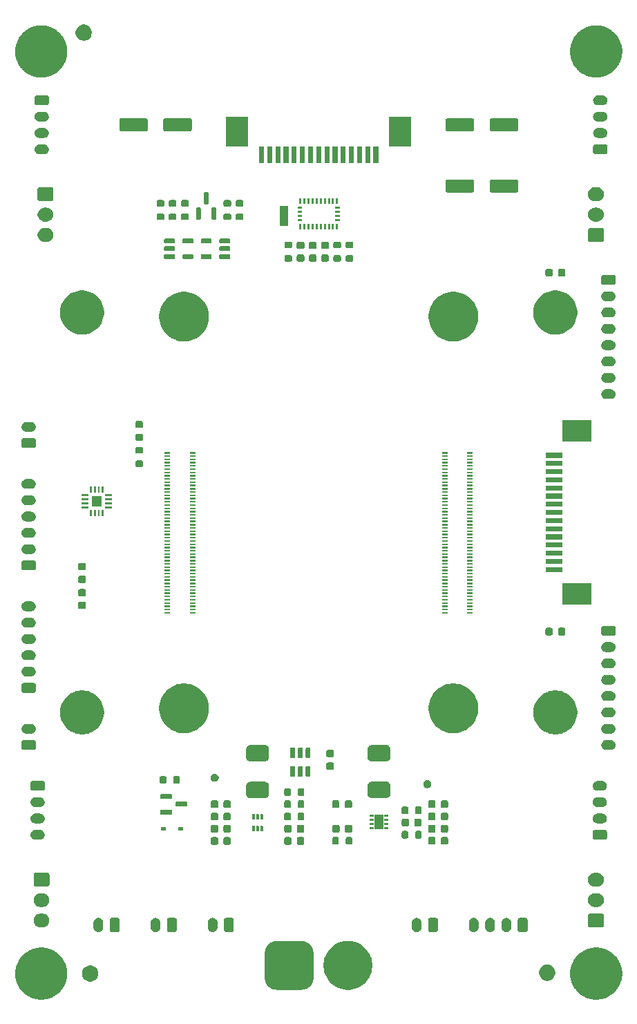
<source format=gbr>
%TF.GenerationSoftware,KiCad,Pcbnew,9.0.7*%
%TF.CreationDate,2026-01-20T00:58:23+01:00*%
%TF.ProjectId,beta-main,62657461-2d6d-4616-996e-2e6b69636164,rev?*%
%TF.SameCoordinates,Original*%
%TF.FileFunction,Soldermask,Top*%
%TF.FilePolarity,Negative*%
%FSLAX46Y46*%
G04 Gerber Fmt 4.6, Leading zero omitted, Abs format (unit mm)*
G04 Created by KiCad (PCBNEW 9.0.7) date 2026-01-20 00:58:23*
%MOMM*%
%LPD*%
G01*
G04 APERTURE LIST*
G04 APERTURE END LIST*
G36*
X66168378Y-153305034D02*
G01*
X66179425Y-153305034D01*
X66256124Y-153313675D01*
X66469530Y-153334694D01*
X66504633Y-153341676D01*
X66536020Y-153345213D01*
X66628305Y-153366276D01*
X66777518Y-153395957D01*
X66835790Y-153413633D01*
X66885874Y-153425065D01*
X66966648Y-153453329D01*
X67078026Y-153487115D01*
X67158684Y-153520524D01*
X67224587Y-153543585D01*
X67287493Y-153573879D01*
X67368154Y-153607290D01*
X67470799Y-153662155D01*
X67547900Y-153699285D01*
X67591397Y-153726616D01*
X67645091Y-153755316D01*
X67771551Y-153839814D01*
X67851748Y-153890205D01*
X67876458Y-153909911D01*
X67906202Y-153929785D01*
X68071925Y-154065791D01*
X68132309Y-154113945D01*
X68140122Y-154121758D01*
X68148945Y-154128999D01*
X68371000Y-154351054D01*
X68378240Y-154359876D01*
X68386055Y-154367691D01*
X68434215Y-154428081D01*
X68570214Y-154593797D01*
X68590086Y-154623538D01*
X68609795Y-154648252D01*
X68660191Y-154728457D01*
X68744683Y-154854908D01*
X68773380Y-154908597D01*
X68800715Y-154952100D01*
X68837849Y-155029209D01*
X68892709Y-155131845D01*
X68926116Y-155212497D01*
X68956415Y-155275413D01*
X68979478Y-155341324D01*
X69012884Y-155421973D01*
X69046665Y-155533336D01*
X69074935Y-155614126D01*
X69086368Y-155664218D01*
X69104042Y-155722481D01*
X69133717Y-155871666D01*
X69154787Y-155963980D01*
X69158324Y-155995375D01*
X69165305Y-156030469D01*
X69186321Y-156243855D01*
X69194966Y-156320575D01*
X69194966Y-156331622D01*
X69196085Y-156342984D01*
X69196085Y-156657015D01*
X69194966Y-156668376D01*
X69194966Y-156679425D01*
X69186320Y-156756151D01*
X69165305Y-156969530D01*
X69158324Y-157004621D01*
X69154787Y-157036020D01*
X69133715Y-157128340D01*
X69104042Y-157277518D01*
X69086369Y-157335777D01*
X69074935Y-157385874D01*
X69046663Y-157466670D01*
X69012884Y-157578026D01*
X68979480Y-157658669D01*
X68956415Y-157724587D01*
X68926113Y-157787508D01*
X68892709Y-157868154D01*
X68837853Y-157970780D01*
X68800715Y-158047900D01*
X68773377Y-158091407D01*
X68744683Y-158145091D01*
X68660201Y-158271526D01*
X68609795Y-158351748D01*
X68590082Y-158376466D01*
X68570214Y-158406202D01*
X68434243Y-158571882D01*
X68386055Y-158632309D01*
X68378235Y-158640128D01*
X68371000Y-158648945D01*
X68148945Y-158871000D01*
X68140128Y-158878235D01*
X68132309Y-158886055D01*
X68071882Y-158934243D01*
X67906202Y-159070214D01*
X67876466Y-159090082D01*
X67851748Y-159109795D01*
X67771526Y-159160201D01*
X67645091Y-159244683D01*
X67591407Y-159273377D01*
X67547900Y-159300715D01*
X67470780Y-159337853D01*
X67368154Y-159392709D01*
X67287508Y-159426113D01*
X67224587Y-159456415D01*
X67158669Y-159479480D01*
X67078026Y-159512884D01*
X66966670Y-159546663D01*
X66885874Y-159574935D01*
X66835777Y-159586369D01*
X66777518Y-159604042D01*
X66628340Y-159633715D01*
X66536020Y-159654787D01*
X66504621Y-159658324D01*
X66469530Y-159665305D01*
X66256146Y-159686321D01*
X66179425Y-159694966D01*
X66168377Y-159694966D01*
X66157016Y-159696085D01*
X65842984Y-159696085D01*
X65831623Y-159694966D01*
X65820575Y-159694966D01*
X65743855Y-159686321D01*
X65530469Y-159665305D01*
X65495375Y-159658324D01*
X65463980Y-159654787D01*
X65371666Y-159633717D01*
X65222481Y-159604042D01*
X65164218Y-159586368D01*
X65114126Y-159574935D01*
X65033336Y-159546665D01*
X64921973Y-159512884D01*
X64841324Y-159479478D01*
X64775413Y-159456415D01*
X64712497Y-159426116D01*
X64631845Y-159392709D01*
X64529209Y-159337849D01*
X64452100Y-159300715D01*
X64408597Y-159273380D01*
X64354908Y-159244683D01*
X64228457Y-159160191D01*
X64148252Y-159109795D01*
X64123538Y-159090086D01*
X64093797Y-159070214D01*
X63928081Y-158934215D01*
X63867691Y-158886055D01*
X63859876Y-158878240D01*
X63851054Y-158871000D01*
X63628999Y-158648945D01*
X63621758Y-158640122D01*
X63613945Y-158632309D01*
X63565791Y-158571925D01*
X63429785Y-158406202D01*
X63409911Y-158376458D01*
X63390205Y-158351748D01*
X63339814Y-158271551D01*
X63255316Y-158145091D01*
X63226616Y-158091397D01*
X63199285Y-158047900D01*
X63162155Y-157970799D01*
X63107290Y-157868154D01*
X63073879Y-157787493D01*
X63043585Y-157724587D01*
X63020524Y-157658684D01*
X62987115Y-157578026D01*
X62953329Y-157466648D01*
X62925065Y-157385874D01*
X62913633Y-157335790D01*
X62895957Y-157277518D01*
X62866276Y-157128305D01*
X62845213Y-157036020D01*
X62841676Y-157004633D01*
X62834694Y-156969530D01*
X62813676Y-156756128D01*
X62805034Y-156679425D01*
X62805034Y-156668376D01*
X62803915Y-156657015D01*
X62803915Y-156342984D01*
X62805034Y-156331622D01*
X62805034Y-156320575D01*
X62813675Y-156243878D01*
X62834694Y-156030469D01*
X62841676Y-155995364D01*
X62845213Y-155963980D01*
X62866275Y-155871700D01*
X62895957Y-155722481D01*
X62913634Y-155664205D01*
X62925065Y-155614126D01*
X62953326Y-155533357D01*
X62987115Y-155421973D01*
X63020527Y-155341308D01*
X63043585Y-155275413D01*
X63073876Y-155212512D01*
X63107290Y-155131845D01*
X63162160Y-155029190D01*
X63199285Y-154952100D01*
X63226612Y-154908608D01*
X63255316Y-154854908D01*
X63339824Y-154728432D01*
X63390205Y-154648252D01*
X63409907Y-154623546D01*
X63429785Y-154593797D01*
X63565819Y-154428038D01*
X63613945Y-154367691D01*
X63621754Y-154359881D01*
X63628999Y-154351054D01*
X63851054Y-154128999D01*
X63859881Y-154121754D01*
X63867691Y-154113945D01*
X63928038Y-154065819D01*
X64093797Y-153929785D01*
X64123546Y-153909907D01*
X64148252Y-153890205D01*
X64228432Y-153839824D01*
X64354908Y-153755316D01*
X64408608Y-153726612D01*
X64452100Y-153699285D01*
X64529190Y-153662160D01*
X64631845Y-153607290D01*
X64712512Y-153573876D01*
X64775413Y-153543585D01*
X64841308Y-153520527D01*
X64921973Y-153487115D01*
X65033357Y-153453326D01*
X65114126Y-153425065D01*
X65164205Y-153413634D01*
X65222481Y-153395957D01*
X65371700Y-153366275D01*
X65463980Y-153345213D01*
X65495364Y-153341676D01*
X65530469Y-153334694D01*
X65743878Y-153313675D01*
X65820575Y-153305034D01*
X65831622Y-153305034D01*
X65842984Y-153303915D01*
X66157016Y-153303915D01*
X66168378Y-153305034D01*
G37*
G36*
X134168378Y-153305034D02*
G01*
X134179425Y-153305034D01*
X134256124Y-153313675D01*
X134469530Y-153334694D01*
X134504633Y-153341676D01*
X134536020Y-153345213D01*
X134628305Y-153366276D01*
X134777518Y-153395957D01*
X134835790Y-153413633D01*
X134885874Y-153425065D01*
X134966648Y-153453329D01*
X135078026Y-153487115D01*
X135158684Y-153520524D01*
X135224587Y-153543585D01*
X135287493Y-153573879D01*
X135368154Y-153607290D01*
X135470799Y-153662155D01*
X135547900Y-153699285D01*
X135591397Y-153726616D01*
X135645091Y-153755316D01*
X135771551Y-153839814D01*
X135851748Y-153890205D01*
X135876458Y-153909911D01*
X135906202Y-153929785D01*
X136071925Y-154065791D01*
X136132309Y-154113945D01*
X136140122Y-154121758D01*
X136148945Y-154128999D01*
X136371000Y-154351054D01*
X136378240Y-154359876D01*
X136386055Y-154367691D01*
X136434215Y-154428081D01*
X136570214Y-154593797D01*
X136590086Y-154623538D01*
X136609795Y-154648252D01*
X136660191Y-154728457D01*
X136744683Y-154854908D01*
X136773380Y-154908597D01*
X136800715Y-154952100D01*
X136837849Y-155029209D01*
X136892709Y-155131845D01*
X136926116Y-155212497D01*
X136956415Y-155275413D01*
X136979478Y-155341324D01*
X137012884Y-155421973D01*
X137046665Y-155533336D01*
X137074935Y-155614126D01*
X137086368Y-155664218D01*
X137104042Y-155722481D01*
X137133717Y-155871666D01*
X137154787Y-155963980D01*
X137158324Y-155995375D01*
X137165305Y-156030469D01*
X137186321Y-156243855D01*
X137194966Y-156320575D01*
X137194966Y-156331622D01*
X137196085Y-156342984D01*
X137196085Y-156657015D01*
X137194966Y-156668376D01*
X137194966Y-156679425D01*
X137186320Y-156756151D01*
X137165305Y-156969530D01*
X137158324Y-157004621D01*
X137154787Y-157036020D01*
X137133715Y-157128340D01*
X137104042Y-157277518D01*
X137086369Y-157335777D01*
X137074935Y-157385874D01*
X137046663Y-157466670D01*
X137012884Y-157578026D01*
X136979480Y-157658669D01*
X136956415Y-157724587D01*
X136926113Y-157787508D01*
X136892709Y-157868154D01*
X136837853Y-157970780D01*
X136800715Y-158047900D01*
X136773377Y-158091407D01*
X136744683Y-158145091D01*
X136660201Y-158271526D01*
X136609795Y-158351748D01*
X136590082Y-158376466D01*
X136570214Y-158406202D01*
X136434243Y-158571882D01*
X136386055Y-158632309D01*
X136378235Y-158640128D01*
X136371000Y-158648945D01*
X136148945Y-158871000D01*
X136140128Y-158878235D01*
X136132309Y-158886055D01*
X136071882Y-158934243D01*
X135906202Y-159070214D01*
X135876466Y-159090082D01*
X135851748Y-159109795D01*
X135771526Y-159160201D01*
X135645091Y-159244683D01*
X135591407Y-159273377D01*
X135547900Y-159300715D01*
X135470780Y-159337853D01*
X135368154Y-159392709D01*
X135287508Y-159426113D01*
X135224587Y-159456415D01*
X135158669Y-159479480D01*
X135078026Y-159512884D01*
X134966670Y-159546663D01*
X134885874Y-159574935D01*
X134835777Y-159586369D01*
X134777518Y-159604042D01*
X134628340Y-159633715D01*
X134536020Y-159654787D01*
X134504621Y-159658324D01*
X134469530Y-159665305D01*
X134256146Y-159686321D01*
X134179425Y-159694966D01*
X134168377Y-159694966D01*
X134157016Y-159696085D01*
X133842984Y-159696085D01*
X133831623Y-159694966D01*
X133820575Y-159694966D01*
X133743855Y-159686321D01*
X133530469Y-159665305D01*
X133495375Y-159658324D01*
X133463980Y-159654787D01*
X133371666Y-159633717D01*
X133222481Y-159604042D01*
X133164218Y-159586368D01*
X133114126Y-159574935D01*
X133033336Y-159546665D01*
X132921973Y-159512884D01*
X132841324Y-159479478D01*
X132775413Y-159456415D01*
X132712497Y-159426116D01*
X132631845Y-159392709D01*
X132529209Y-159337849D01*
X132452100Y-159300715D01*
X132408597Y-159273380D01*
X132354908Y-159244683D01*
X132228457Y-159160191D01*
X132148252Y-159109795D01*
X132123538Y-159090086D01*
X132093797Y-159070214D01*
X131928081Y-158934215D01*
X131867691Y-158886055D01*
X131859876Y-158878240D01*
X131851054Y-158871000D01*
X131628999Y-158648945D01*
X131621758Y-158640122D01*
X131613945Y-158632309D01*
X131565791Y-158571925D01*
X131429785Y-158406202D01*
X131409911Y-158376458D01*
X131390205Y-158351748D01*
X131339814Y-158271551D01*
X131255316Y-158145091D01*
X131226616Y-158091397D01*
X131199285Y-158047900D01*
X131162155Y-157970799D01*
X131107290Y-157868154D01*
X131073879Y-157787493D01*
X131043585Y-157724587D01*
X131020524Y-157658684D01*
X130987115Y-157578026D01*
X130953329Y-157466648D01*
X130925065Y-157385874D01*
X130913633Y-157335790D01*
X130895957Y-157277518D01*
X130866276Y-157128305D01*
X130845213Y-157036020D01*
X130841676Y-157004633D01*
X130834694Y-156969530D01*
X130813676Y-156756128D01*
X130805034Y-156679425D01*
X130805034Y-156668376D01*
X130803915Y-156657015D01*
X130803915Y-156342984D01*
X130805034Y-156331622D01*
X130805034Y-156320575D01*
X130813675Y-156243878D01*
X130834694Y-156030469D01*
X130841676Y-155995364D01*
X130845213Y-155963980D01*
X130866275Y-155871700D01*
X130895957Y-155722481D01*
X130913634Y-155664205D01*
X130925065Y-155614126D01*
X130953326Y-155533357D01*
X130987115Y-155421973D01*
X131020527Y-155341308D01*
X131043585Y-155275413D01*
X131073876Y-155212512D01*
X131107290Y-155131845D01*
X131162160Y-155029190D01*
X131199285Y-154952100D01*
X131226612Y-154908608D01*
X131255316Y-154854908D01*
X131339824Y-154728432D01*
X131390205Y-154648252D01*
X131409907Y-154623546D01*
X131429785Y-154593797D01*
X131565819Y-154428038D01*
X131613945Y-154367691D01*
X131621754Y-154359881D01*
X131628999Y-154351054D01*
X131851054Y-154128999D01*
X131859881Y-154121754D01*
X131867691Y-154113945D01*
X131928038Y-154065819D01*
X132093797Y-153929785D01*
X132123546Y-153909907D01*
X132148252Y-153890205D01*
X132228432Y-153839824D01*
X132354908Y-153755316D01*
X132408608Y-153726612D01*
X132452100Y-153699285D01*
X132529190Y-153662160D01*
X132631845Y-153607290D01*
X132712512Y-153573876D01*
X132775413Y-153543585D01*
X132841308Y-153520527D01*
X132921973Y-153487115D01*
X133033357Y-153453326D01*
X133114126Y-153425065D01*
X133164205Y-153413634D01*
X133222481Y-153395957D01*
X133371700Y-153366275D01*
X133463980Y-153345213D01*
X133495364Y-153341676D01*
X133530469Y-153334694D01*
X133743878Y-153313675D01*
X133820575Y-153305034D01*
X133831622Y-153305034D01*
X133842984Y-153303915D01*
X134157016Y-153303915D01*
X134168378Y-153305034D01*
G37*
G36*
X98060539Y-152511519D02*
G01*
X98072789Y-152514087D01*
X98085485Y-152514984D01*
X98199075Y-152540567D01*
X98303004Y-152562359D01*
X98312796Y-152566179D01*
X98321206Y-152568074D01*
X98434365Y-152613616D01*
X98533795Y-152652414D01*
X98540098Y-152656169D01*
X98545125Y-152658193D01*
X98657531Y-152726144D01*
X98746615Y-152779227D01*
X98749793Y-152781918D01*
X98751686Y-152783063D01*
X98877560Y-152890132D01*
X98935660Y-152939340D01*
X98984902Y-152997479D01*
X99091936Y-153123313D01*
X99093079Y-153125205D01*
X99095773Y-153128385D01*
X99148882Y-153217514D01*
X99216806Y-153329874D01*
X99218828Y-153334898D01*
X99222586Y-153341205D01*
X99261402Y-153440683D01*
X99306925Y-153553793D01*
X99308818Y-153562199D01*
X99312641Y-153571996D01*
X99334443Y-153675974D01*
X99360015Y-153789514D01*
X99360910Y-153802203D01*
X99363481Y-153814461D01*
X99375000Y-154000000D01*
X99375000Y-157000000D01*
X99363481Y-157185539D01*
X99360910Y-157197797D01*
X99360015Y-157210485D01*
X99334446Y-157324011D01*
X99312641Y-157428004D01*
X99308817Y-157437802D01*
X99306925Y-157446206D01*
X99261415Y-157559284D01*
X99222586Y-157658795D01*
X99218826Y-157665103D01*
X99216806Y-157670125D01*
X99148924Y-157782415D01*
X99095773Y-157871615D01*
X99093077Y-157874797D01*
X99091936Y-157876686D01*
X98985099Y-158002286D01*
X98935660Y-158060660D01*
X98877286Y-158110099D01*
X98751686Y-158216936D01*
X98749797Y-158218077D01*
X98746615Y-158220773D01*
X98657415Y-158273924D01*
X98545125Y-158341806D01*
X98540103Y-158343826D01*
X98533795Y-158347586D01*
X98434284Y-158386415D01*
X98321206Y-158431925D01*
X98312802Y-158433817D01*
X98303004Y-158437641D01*
X98199011Y-158459446D01*
X98085485Y-158485015D01*
X98072797Y-158485910D01*
X98060539Y-158488481D01*
X97875000Y-158500000D01*
X94875000Y-158500000D01*
X94689461Y-158488481D01*
X94677203Y-158485910D01*
X94664514Y-158485015D01*
X94550974Y-158459443D01*
X94446996Y-158437641D01*
X94437199Y-158433818D01*
X94428793Y-158431925D01*
X94315683Y-158386402D01*
X94216205Y-158347586D01*
X94209898Y-158343828D01*
X94204874Y-158341806D01*
X94092514Y-158273882D01*
X94003385Y-158220773D01*
X94000205Y-158218079D01*
X93998313Y-158216936D01*
X93872479Y-158109902D01*
X93814340Y-158060660D01*
X93765132Y-158002560D01*
X93658063Y-157876686D01*
X93656918Y-157874793D01*
X93654227Y-157871615D01*
X93601144Y-157782531D01*
X93533193Y-157670125D01*
X93531169Y-157665098D01*
X93527414Y-157658795D01*
X93488616Y-157559365D01*
X93443074Y-157446206D01*
X93441179Y-157437796D01*
X93437359Y-157428004D01*
X93415567Y-157324075D01*
X93389984Y-157210485D01*
X93389087Y-157197790D01*
X93386519Y-157185539D01*
X93375000Y-157000000D01*
X93375000Y-154000000D01*
X93386519Y-153814461D01*
X93389087Y-153802210D01*
X93389984Y-153789514D01*
X93415570Y-153675909D01*
X93437359Y-153571996D01*
X93441179Y-153562205D01*
X93443074Y-153553793D01*
X93488629Y-153440601D01*
X93527414Y-153341205D01*
X93531168Y-153334903D01*
X93533193Y-153329874D01*
X93601186Y-153217398D01*
X93654227Y-153128385D01*
X93656916Y-153125209D01*
X93658063Y-153123313D01*
X93765330Y-152997205D01*
X93814340Y-152939340D01*
X93872205Y-152890330D01*
X93998313Y-152783063D01*
X94000209Y-152781916D01*
X94003385Y-152779227D01*
X94092398Y-152726186D01*
X94204874Y-152658193D01*
X94209903Y-152656168D01*
X94216205Y-152652414D01*
X94315601Y-152613629D01*
X94428793Y-152568074D01*
X94437205Y-152566179D01*
X94446996Y-152562359D01*
X94550909Y-152540570D01*
X94664514Y-152514984D01*
X94677210Y-152514087D01*
X94689461Y-152511519D01*
X94875000Y-152500000D01*
X97875000Y-152500000D01*
X98060539Y-152511519D01*
G37*
G36*
X104077519Y-152542387D02*
G01*
X104405507Y-152617248D01*
X104723050Y-152728361D01*
X105026157Y-152874330D01*
X105311014Y-153053317D01*
X105574040Y-153263074D01*
X105811926Y-153500960D01*
X106021683Y-153763986D01*
X106200670Y-154048843D01*
X106346639Y-154351950D01*
X106457752Y-154669493D01*
X106532613Y-154997481D01*
X106570280Y-155331789D01*
X106570280Y-155668211D01*
X106532613Y-156002519D01*
X106457752Y-156330507D01*
X106346639Y-156648050D01*
X106200670Y-156951157D01*
X106021683Y-157236014D01*
X105811926Y-157499040D01*
X105574040Y-157736926D01*
X105311014Y-157946683D01*
X105026157Y-158125670D01*
X104723050Y-158271639D01*
X104405507Y-158382752D01*
X104077519Y-158457613D01*
X103743211Y-158495280D01*
X103406789Y-158495280D01*
X103072481Y-158457613D01*
X102744493Y-158382752D01*
X102426950Y-158271639D01*
X102123843Y-158125670D01*
X101838986Y-157946683D01*
X101575960Y-157736926D01*
X101338074Y-157499040D01*
X101128317Y-157236014D01*
X100949330Y-156951157D01*
X100803361Y-156648050D01*
X100692248Y-156330507D01*
X100617387Y-156002519D01*
X100579720Y-155668211D01*
X100579720Y-155331789D01*
X100617387Y-154997481D01*
X100692248Y-154669493D01*
X100803361Y-154351950D01*
X100949330Y-154048843D01*
X101128317Y-153763986D01*
X101338074Y-153500960D01*
X101575960Y-153263074D01*
X101838986Y-153053317D01*
X102123843Y-152874330D01*
X102426950Y-152728361D01*
X102744493Y-152617248D01*
X103072481Y-152542387D01*
X103406789Y-152504720D01*
X103743211Y-152504720D01*
X104077519Y-152542387D01*
G37*
G36*
X72290285Y-155543060D02*
G01*
X72471397Y-155618079D01*
X72634393Y-155726990D01*
X72773010Y-155865607D01*
X72881921Y-156028603D01*
X72956940Y-156209715D01*
X72995185Y-156401983D01*
X72995185Y-156598017D01*
X72956940Y-156790285D01*
X72881921Y-156971397D01*
X72773010Y-157134393D01*
X72634393Y-157273010D01*
X72471397Y-157381921D01*
X72290285Y-157456940D01*
X72098017Y-157495185D01*
X71901983Y-157495185D01*
X71709715Y-157456940D01*
X71528603Y-157381921D01*
X71365607Y-157273010D01*
X71226990Y-157134393D01*
X71118079Y-156971397D01*
X71043060Y-156790285D01*
X71004815Y-156598017D01*
X71004815Y-156401983D01*
X71043060Y-156209715D01*
X71118079Y-156028603D01*
X71226990Y-155865607D01*
X71365607Y-155726990D01*
X71528603Y-155618079D01*
X71709715Y-155543060D01*
X71901983Y-155504815D01*
X72098017Y-155504815D01*
X72290285Y-155543060D01*
G37*
G36*
X128290285Y-155443060D02*
G01*
X128471397Y-155518079D01*
X128634393Y-155626990D01*
X128773010Y-155765607D01*
X128881921Y-155928603D01*
X128956940Y-156109715D01*
X128995185Y-156301983D01*
X128995185Y-156498017D01*
X128956940Y-156690285D01*
X128881921Y-156871397D01*
X128773010Y-157034393D01*
X128634393Y-157173010D01*
X128471397Y-157281921D01*
X128290285Y-157356940D01*
X128098017Y-157395185D01*
X127901983Y-157395185D01*
X127709715Y-157356940D01*
X127528603Y-157281921D01*
X127365607Y-157173010D01*
X127226990Y-157034393D01*
X127118079Y-156871397D01*
X127043060Y-156690285D01*
X127004815Y-156498017D01*
X127004815Y-156301983D01*
X127043060Y-156109715D01*
X127118079Y-155928603D01*
X127226990Y-155765607D01*
X127365607Y-155626990D01*
X127528603Y-155518079D01*
X127709715Y-155443060D01*
X127901983Y-155404815D01*
X128098017Y-155404815D01*
X128290285Y-155443060D01*
G37*
G36*
X75354047Y-149675805D02*
G01*
X75405408Y-149681764D01*
X75422954Y-149689511D01*
X75445671Y-149694030D01*
X75469991Y-149710280D01*
X75490793Y-149719465D01*
X75505000Y-149733672D01*
X75526777Y-149748223D01*
X75541327Y-149769999D01*
X75555534Y-149784206D01*
X75564718Y-149805006D01*
X75580970Y-149829329D01*
X75585489Y-149852048D01*
X75593235Y-149869591D01*
X75599192Y-149920940D01*
X75600000Y-149925000D01*
X75600000Y-151175000D01*
X75599192Y-151179059D01*
X75593235Y-151230408D01*
X75585489Y-151247950D01*
X75580970Y-151270671D01*
X75564716Y-151294995D01*
X75555534Y-151315793D01*
X75541329Y-151329997D01*
X75526777Y-151351777D01*
X75504997Y-151366329D01*
X75490793Y-151380534D01*
X75469995Y-151389716D01*
X75445671Y-151405970D01*
X75422950Y-151410489D01*
X75405408Y-151418235D01*
X75354061Y-151424192D01*
X75350000Y-151425000D01*
X74650000Y-151425000D01*
X74645941Y-151424192D01*
X74594591Y-151418235D01*
X74577048Y-151410489D01*
X74554329Y-151405970D01*
X74530006Y-151389718D01*
X74509206Y-151380534D01*
X74494999Y-151366327D01*
X74473223Y-151351777D01*
X74458672Y-151330000D01*
X74444465Y-151315793D01*
X74435280Y-151294991D01*
X74419030Y-151270671D01*
X74414511Y-151247954D01*
X74406764Y-151230408D01*
X74400805Y-151179049D01*
X74400000Y-151175000D01*
X74400000Y-149925000D01*
X74400804Y-149920953D01*
X74406764Y-149869591D01*
X74414511Y-149852043D01*
X74419030Y-149829329D01*
X74435278Y-149805010D01*
X74444465Y-149784206D01*
X74458674Y-149769996D01*
X74473223Y-149748223D01*
X74494996Y-149733674D01*
X74509206Y-149719465D01*
X74530010Y-149710278D01*
X74554329Y-149694030D01*
X74577043Y-149689511D01*
X74594591Y-149681764D01*
X74645952Y-149675805D01*
X74650000Y-149675000D01*
X75350000Y-149675000D01*
X75354047Y-149675805D01*
G37*
G36*
X82354047Y-149675805D02*
G01*
X82405408Y-149681764D01*
X82422954Y-149689511D01*
X82445671Y-149694030D01*
X82469991Y-149710280D01*
X82490793Y-149719465D01*
X82505000Y-149733672D01*
X82526777Y-149748223D01*
X82541327Y-149769999D01*
X82555534Y-149784206D01*
X82564718Y-149805006D01*
X82580970Y-149829329D01*
X82585489Y-149852048D01*
X82593235Y-149869591D01*
X82599192Y-149920940D01*
X82600000Y-149925000D01*
X82600000Y-151175000D01*
X82599192Y-151179059D01*
X82593235Y-151230408D01*
X82585489Y-151247950D01*
X82580970Y-151270671D01*
X82564716Y-151294995D01*
X82555534Y-151315793D01*
X82541329Y-151329997D01*
X82526777Y-151351777D01*
X82504997Y-151366329D01*
X82490793Y-151380534D01*
X82469995Y-151389716D01*
X82445671Y-151405970D01*
X82422950Y-151410489D01*
X82405408Y-151418235D01*
X82354061Y-151424192D01*
X82350000Y-151425000D01*
X81650000Y-151425000D01*
X81645941Y-151424192D01*
X81594591Y-151418235D01*
X81577048Y-151410489D01*
X81554329Y-151405970D01*
X81530006Y-151389718D01*
X81509206Y-151380534D01*
X81494999Y-151366327D01*
X81473223Y-151351777D01*
X81458672Y-151330000D01*
X81444465Y-151315793D01*
X81435280Y-151294991D01*
X81419030Y-151270671D01*
X81414511Y-151247954D01*
X81406764Y-151230408D01*
X81400805Y-151179049D01*
X81400000Y-151175000D01*
X81400000Y-149925000D01*
X81400804Y-149920953D01*
X81406764Y-149869591D01*
X81414511Y-149852043D01*
X81419030Y-149829329D01*
X81435278Y-149805010D01*
X81444465Y-149784206D01*
X81458674Y-149769996D01*
X81473223Y-149748223D01*
X81494996Y-149733674D01*
X81509206Y-149719465D01*
X81530010Y-149710278D01*
X81554329Y-149694030D01*
X81577043Y-149689511D01*
X81594591Y-149681764D01*
X81645952Y-149675805D01*
X81650000Y-149675000D01*
X82350000Y-149675000D01*
X82354047Y-149675805D01*
G37*
G36*
X89354047Y-149675805D02*
G01*
X89405408Y-149681764D01*
X89422954Y-149689511D01*
X89445671Y-149694030D01*
X89469991Y-149710280D01*
X89490793Y-149719465D01*
X89505000Y-149733672D01*
X89526777Y-149748223D01*
X89541327Y-149769999D01*
X89555534Y-149784206D01*
X89564718Y-149805006D01*
X89580970Y-149829329D01*
X89585489Y-149852048D01*
X89593235Y-149869591D01*
X89599192Y-149920940D01*
X89600000Y-149925000D01*
X89600000Y-151175000D01*
X89599192Y-151179059D01*
X89593235Y-151230408D01*
X89585489Y-151247950D01*
X89580970Y-151270671D01*
X89564716Y-151294995D01*
X89555534Y-151315793D01*
X89541329Y-151329997D01*
X89526777Y-151351777D01*
X89504997Y-151366329D01*
X89490793Y-151380534D01*
X89469995Y-151389716D01*
X89445671Y-151405970D01*
X89422950Y-151410489D01*
X89405408Y-151418235D01*
X89354061Y-151424192D01*
X89350000Y-151425000D01*
X88650000Y-151425000D01*
X88645941Y-151424192D01*
X88594591Y-151418235D01*
X88577048Y-151410489D01*
X88554329Y-151405970D01*
X88530006Y-151389718D01*
X88509206Y-151380534D01*
X88494999Y-151366327D01*
X88473223Y-151351777D01*
X88458672Y-151330000D01*
X88444465Y-151315793D01*
X88435280Y-151294991D01*
X88419030Y-151270671D01*
X88414511Y-151247954D01*
X88406764Y-151230408D01*
X88400805Y-151179049D01*
X88400000Y-151175000D01*
X88400000Y-149925000D01*
X88400804Y-149920953D01*
X88406764Y-149869591D01*
X88414511Y-149852043D01*
X88419030Y-149829329D01*
X88435278Y-149805010D01*
X88444465Y-149784206D01*
X88458674Y-149769996D01*
X88473223Y-149748223D01*
X88494996Y-149733674D01*
X88509206Y-149719465D01*
X88530010Y-149710278D01*
X88554329Y-149694030D01*
X88577043Y-149689511D01*
X88594591Y-149681764D01*
X88645952Y-149675805D01*
X88650000Y-149675000D01*
X89350000Y-149675000D01*
X89354047Y-149675805D01*
G37*
G36*
X114354047Y-149675805D02*
G01*
X114405408Y-149681764D01*
X114422954Y-149689511D01*
X114445671Y-149694030D01*
X114469991Y-149710280D01*
X114490793Y-149719465D01*
X114505000Y-149733672D01*
X114526777Y-149748223D01*
X114541327Y-149769999D01*
X114555534Y-149784206D01*
X114564718Y-149805006D01*
X114580970Y-149829329D01*
X114585489Y-149852048D01*
X114593235Y-149869591D01*
X114599192Y-149920940D01*
X114600000Y-149925000D01*
X114600000Y-151175000D01*
X114599192Y-151179059D01*
X114593235Y-151230408D01*
X114585489Y-151247950D01*
X114580970Y-151270671D01*
X114564716Y-151294995D01*
X114555534Y-151315793D01*
X114541329Y-151329997D01*
X114526777Y-151351777D01*
X114504997Y-151366329D01*
X114490793Y-151380534D01*
X114469995Y-151389716D01*
X114445671Y-151405970D01*
X114422950Y-151410489D01*
X114405408Y-151418235D01*
X114354061Y-151424192D01*
X114350000Y-151425000D01*
X113650000Y-151425000D01*
X113645941Y-151424192D01*
X113594591Y-151418235D01*
X113577048Y-151410489D01*
X113554329Y-151405970D01*
X113530006Y-151389718D01*
X113509206Y-151380534D01*
X113494999Y-151366327D01*
X113473223Y-151351777D01*
X113458672Y-151330000D01*
X113444465Y-151315793D01*
X113435280Y-151294991D01*
X113419030Y-151270671D01*
X113414511Y-151247954D01*
X113406764Y-151230408D01*
X113400805Y-151179049D01*
X113400000Y-151175000D01*
X113400000Y-149925000D01*
X113400804Y-149920953D01*
X113406764Y-149869591D01*
X113414511Y-149852043D01*
X113419030Y-149829329D01*
X113435278Y-149805010D01*
X113444465Y-149784206D01*
X113458674Y-149769996D01*
X113473223Y-149748223D01*
X113494996Y-149733674D01*
X113509206Y-149719465D01*
X113530010Y-149710278D01*
X113554329Y-149694030D01*
X113577043Y-149689511D01*
X113594591Y-149681764D01*
X113645952Y-149675805D01*
X113650000Y-149675000D01*
X114350000Y-149675000D01*
X114354047Y-149675805D01*
G37*
G36*
X125354047Y-149675805D02*
G01*
X125405408Y-149681764D01*
X125422954Y-149689511D01*
X125445671Y-149694030D01*
X125469991Y-149710280D01*
X125490793Y-149719465D01*
X125505000Y-149733672D01*
X125526777Y-149748223D01*
X125541327Y-149769999D01*
X125555534Y-149784206D01*
X125564718Y-149805006D01*
X125580970Y-149829329D01*
X125585489Y-149852048D01*
X125593235Y-149869591D01*
X125599192Y-149920940D01*
X125600000Y-149925000D01*
X125600000Y-151175000D01*
X125599192Y-151179059D01*
X125593235Y-151230408D01*
X125585489Y-151247950D01*
X125580970Y-151270671D01*
X125564716Y-151294995D01*
X125555534Y-151315793D01*
X125541329Y-151329997D01*
X125526777Y-151351777D01*
X125504997Y-151366329D01*
X125490793Y-151380534D01*
X125469995Y-151389716D01*
X125445671Y-151405970D01*
X125422950Y-151410489D01*
X125405408Y-151418235D01*
X125354061Y-151424192D01*
X125350000Y-151425000D01*
X124650000Y-151425000D01*
X124645941Y-151424192D01*
X124594591Y-151418235D01*
X124577048Y-151410489D01*
X124554329Y-151405970D01*
X124530006Y-151389718D01*
X124509206Y-151380534D01*
X124494999Y-151366327D01*
X124473223Y-151351777D01*
X124458672Y-151330000D01*
X124444465Y-151315793D01*
X124435280Y-151294991D01*
X124419030Y-151270671D01*
X124414511Y-151247954D01*
X124406764Y-151230408D01*
X124400805Y-151179049D01*
X124400000Y-151175000D01*
X124400000Y-149925000D01*
X124400804Y-149920953D01*
X124406764Y-149869591D01*
X124414511Y-149852043D01*
X124419030Y-149829329D01*
X124435278Y-149805010D01*
X124444465Y-149784206D01*
X124458674Y-149769996D01*
X124473223Y-149748223D01*
X124494996Y-149733674D01*
X124509206Y-149719465D01*
X124530010Y-149710278D01*
X124554329Y-149694030D01*
X124577043Y-149689511D01*
X124594591Y-149681764D01*
X124645952Y-149675805D01*
X124650000Y-149675000D01*
X125350000Y-149675000D01*
X125354047Y-149675805D01*
G37*
G36*
X73068858Y-149680133D02*
G01*
X73078316Y-149680133D01*
X73105563Y-149687433D01*
X73174099Y-149701066D01*
X73206448Y-149714465D01*
X73229610Y-149720672D01*
X73250377Y-149732662D01*
X73282722Y-149746060D01*
X73340816Y-149784877D01*
X73365257Y-149798988D01*
X73371946Y-149805677D01*
X73380481Y-149811380D01*
X73463619Y-149894518D01*
X73469321Y-149903052D01*
X73476012Y-149909743D01*
X73490124Y-149934186D01*
X73528939Y-149992277D01*
X73542335Y-150024618D01*
X73554328Y-150045390D01*
X73560535Y-150068555D01*
X73573933Y-150100900D01*
X73587563Y-150169426D01*
X73594867Y-150196684D01*
X73595791Y-150210795D01*
X73597110Y-150217422D01*
X73599758Y-150271311D01*
X73600000Y-150275000D01*
X73600000Y-150825000D01*
X73599758Y-150828691D01*
X73597110Y-150882577D01*
X73595791Y-150889203D01*
X73594867Y-150903316D01*
X73587562Y-150930576D01*
X73573933Y-150999099D01*
X73560535Y-151031441D01*
X73554328Y-151054610D01*
X73542334Y-151075383D01*
X73528939Y-151107722D01*
X73490128Y-151165805D01*
X73476012Y-151190257D01*
X73469319Y-151196949D01*
X73463619Y-151205481D01*
X73380481Y-151288619D01*
X73371949Y-151294319D01*
X73365257Y-151301012D01*
X73340805Y-151315128D01*
X73282722Y-151353939D01*
X73250383Y-151367334D01*
X73229610Y-151379328D01*
X73206441Y-151385535D01*
X73174099Y-151398933D01*
X73105569Y-151412564D01*
X73078316Y-151419867D01*
X73068858Y-151419867D01*
X73058788Y-151421870D01*
X72941212Y-151421870D01*
X72931142Y-151419867D01*
X72921684Y-151419867D01*
X72894432Y-151412564D01*
X72825900Y-151398933D01*
X72793555Y-151385535D01*
X72770390Y-151379328D01*
X72749618Y-151367335D01*
X72717277Y-151353939D01*
X72659186Y-151315124D01*
X72634743Y-151301012D01*
X72628052Y-151294321D01*
X72619518Y-151288619D01*
X72536380Y-151205481D01*
X72530677Y-151196946D01*
X72523988Y-151190257D01*
X72509877Y-151165816D01*
X72471060Y-151107722D01*
X72457662Y-151075377D01*
X72445672Y-151054610D01*
X72439465Y-151031448D01*
X72426066Y-150999099D01*
X72412433Y-150930562D01*
X72405133Y-150903316D01*
X72404208Y-150889210D01*
X72402889Y-150882577D01*
X72400241Y-150828686D01*
X72400000Y-150825000D01*
X72400000Y-150275000D01*
X72400241Y-150271316D01*
X72402889Y-150217422D01*
X72404208Y-150210787D01*
X72405133Y-150196684D01*
X72412432Y-150169440D01*
X72426066Y-150100900D01*
X72439466Y-150068548D01*
X72445672Y-150045390D01*
X72457660Y-150024624D01*
X72471060Y-149992277D01*
X72509881Y-149934175D01*
X72523988Y-149909743D01*
X72530675Y-149903055D01*
X72536380Y-149894518D01*
X72619518Y-149811380D01*
X72628055Y-149805675D01*
X72634743Y-149798988D01*
X72659175Y-149784881D01*
X72717277Y-149746060D01*
X72749624Y-149732660D01*
X72770390Y-149720672D01*
X72793548Y-149714466D01*
X72825900Y-149701066D01*
X72894437Y-149687433D01*
X72921684Y-149680133D01*
X72931142Y-149680133D01*
X72941212Y-149678130D01*
X73058788Y-149678130D01*
X73068858Y-149680133D01*
G37*
G36*
X80068858Y-149680133D02*
G01*
X80078316Y-149680133D01*
X80105563Y-149687433D01*
X80174099Y-149701066D01*
X80206448Y-149714465D01*
X80229610Y-149720672D01*
X80250377Y-149732662D01*
X80282722Y-149746060D01*
X80340816Y-149784877D01*
X80365257Y-149798988D01*
X80371946Y-149805677D01*
X80380481Y-149811380D01*
X80463619Y-149894518D01*
X80469321Y-149903052D01*
X80476012Y-149909743D01*
X80490124Y-149934186D01*
X80528939Y-149992277D01*
X80542335Y-150024618D01*
X80554328Y-150045390D01*
X80560535Y-150068555D01*
X80573933Y-150100900D01*
X80587563Y-150169426D01*
X80594867Y-150196684D01*
X80595791Y-150210795D01*
X80597110Y-150217422D01*
X80599758Y-150271311D01*
X80600000Y-150275000D01*
X80600000Y-150825000D01*
X80599758Y-150828691D01*
X80597110Y-150882577D01*
X80595791Y-150889203D01*
X80594867Y-150903316D01*
X80587562Y-150930576D01*
X80573933Y-150999099D01*
X80560535Y-151031441D01*
X80554328Y-151054610D01*
X80542334Y-151075383D01*
X80528939Y-151107722D01*
X80490128Y-151165805D01*
X80476012Y-151190257D01*
X80469319Y-151196949D01*
X80463619Y-151205481D01*
X80380481Y-151288619D01*
X80371949Y-151294319D01*
X80365257Y-151301012D01*
X80340805Y-151315128D01*
X80282722Y-151353939D01*
X80250383Y-151367334D01*
X80229610Y-151379328D01*
X80206441Y-151385535D01*
X80174099Y-151398933D01*
X80105569Y-151412564D01*
X80078316Y-151419867D01*
X80068858Y-151419867D01*
X80058788Y-151421870D01*
X79941212Y-151421870D01*
X79931142Y-151419867D01*
X79921684Y-151419867D01*
X79894432Y-151412564D01*
X79825900Y-151398933D01*
X79793555Y-151385535D01*
X79770390Y-151379328D01*
X79749618Y-151367335D01*
X79717277Y-151353939D01*
X79659186Y-151315124D01*
X79634743Y-151301012D01*
X79628052Y-151294321D01*
X79619518Y-151288619D01*
X79536380Y-151205481D01*
X79530677Y-151196946D01*
X79523988Y-151190257D01*
X79509877Y-151165816D01*
X79471060Y-151107722D01*
X79457662Y-151075377D01*
X79445672Y-151054610D01*
X79439465Y-151031448D01*
X79426066Y-150999099D01*
X79412433Y-150930562D01*
X79405133Y-150903316D01*
X79404208Y-150889210D01*
X79402889Y-150882577D01*
X79400241Y-150828686D01*
X79400000Y-150825000D01*
X79400000Y-150275000D01*
X79400241Y-150271316D01*
X79402889Y-150217422D01*
X79404208Y-150210787D01*
X79405133Y-150196684D01*
X79412432Y-150169440D01*
X79426066Y-150100900D01*
X79439466Y-150068548D01*
X79445672Y-150045390D01*
X79457660Y-150024624D01*
X79471060Y-149992277D01*
X79509881Y-149934175D01*
X79523988Y-149909743D01*
X79530675Y-149903055D01*
X79536380Y-149894518D01*
X79619518Y-149811380D01*
X79628055Y-149805675D01*
X79634743Y-149798988D01*
X79659175Y-149784881D01*
X79717277Y-149746060D01*
X79749624Y-149732660D01*
X79770390Y-149720672D01*
X79793548Y-149714466D01*
X79825900Y-149701066D01*
X79894437Y-149687433D01*
X79921684Y-149680133D01*
X79931142Y-149680133D01*
X79941212Y-149678130D01*
X80058788Y-149678130D01*
X80068858Y-149680133D01*
G37*
G36*
X87068858Y-149680133D02*
G01*
X87078316Y-149680133D01*
X87105563Y-149687433D01*
X87174099Y-149701066D01*
X87206448Y-149714465D01*
X87229610Y-149720672D01*
X87250377Y-149732662D01*
X87282722Y-149746060D01*
X87340816Y-149784877D01*
X87365257Y-149798988D01*
X87371946Y-149805677D01*
X87380481Y-149811380D01*
X87463619Y-149894518D01*
X87469321Y-149903052D01*
X87476012Y-149909743D01*
X87490124Y-149934186D01*
X87528939Y-149992277D01*
X87542335Y-150024618D01*
X87554328Y-150045390D01*
X87560535Y-150068555D01*
X87573933Y-150100900D01*
X87587563Y-150169426D01*
X87594867Y-150196684D01*
X87595791Y-150210795D01*
X87597110Y-150217422D01*
X87599758Y-150271311D01*
X87600000Y-150275000D01*
X87600000Y-150825000D01*
X87599758Y-150828691D01*
X87597110Y-150882577D01*
X87595791Y-150889203D01*
X87594867Y-150903316D01*
X87587562Y-150930576D01*
X87573933Y-150999099D01*
X87560535Y-151031441D01*
X87554328Y-151054610D01*
X87542334Y-151075383D01*
X87528939Y-151107722D01*
X87490128Y-151165805D01*
X87476012Y-151190257D01*
X87469319Y-151196949D01*
X87463619Y-151205481D01*
X87380481Y-151288619D01*
X87371949Y-151294319D01*
X87365257Y-151301012D01*
X87340805Y-151315128D01*
X87282722Y-151353939D01*
X87250383Y-151367334D01*
X87229610Y-151379328D01*
X87206441Y-151385535D01*
X87174099Y-151398933D01*
X87105569Y-151412564D01*
X87078316Y-151419867D01*
X87068858Y-151419867D01*
X87058788Y-151421870D01*
X86941212Y-151421870D01*
X86931142Y-151419867D01*
X86921684Y-151419867D01*
X86894432Y-151412564D01*
X86825900Y-151398933D01*
X86793555Y-151385535D01*
X86770390Y-151379328D01*
X86749618Y-151367335D01*
X86717277Y-151353939D01*
X86659186Y-151315124D01*
X86634743Y-151301012D01*
X86628052Y-151294321D01*
X86619518Y-151288619D01*
X86536380Y-151205481D01*
X86530677Y-151196946D01*
X86523988Y-151190257D01*
X86509877Y-151165816D01*
X86471060Y-151107722D01*
X86457662Y-151075377D01*
X86445672Y-151054610D01*
X86439465Y-151031448D01*
X86426066Y-150999099D01*
X86412433Y-150930562D01*
X86405133Y-150903316D01*
X86404208Y-150889210D01*
X86402889Y-150882577D01*
X86400241Y-150828686D01*
X86400000Y-150825000D01*
X86400000Y-150275000D01*
X86400241Y-150271316D01*
X86402889Y-150217422D01*
X86404208Y-150210787D01*
X86405133Y-150196684D01*
X86412432Y-150169440D01*
X86426066Y-150100900D01*
X86439466Y-150068548D01*
X86445672Y-150045390D01*
X86457660Y-150024624D01*
X86471060Y-149992277D01*
X86509881Y-149934175D01*
X86523988Y-149909743D01*
X86530675Y-149903055D01*
X86536380Y-149894518D01*
X86619518Y-149811380D01*
X86628055Y-149805675D01*
X86634743Y-149798988D01*
X86659175Y-149784881D01*
X86717277Y-149746060D01*
X86749624Y-149732660D01*
X86770390Y-149720672D01*
X86793548Y-149714466D01*
X86825900Y-149701066D01*
X86894437Y-149687433D01*
X86921684Y-149680133D01*
X86931142Y-149680133D01*
X86941212Y-149678130D01*
X87058788Y-149678130D01*
X87068858Y-149680133D01*
G37*
G36*
X112068858Y-149680133D02*
G01*
X112078316Y-149680133D01*
X112105563Y-149687433D01*
X112174099Y-149701066D01*
X112206448Y-149714465D01*
X112229610Y-149720672D01*
X112250377Y-149732662D01*
X112282722Y-149746060D01*
X112340816Y-149784877D01*
X112365257Y-149798988D01*
X112371946Y-149805677D01*
X112380481Y-149811380D01*
X112463619Y-149894518D01*
X112469321Y-149903052D01*
X112476012Y-149909743D01*
X112490124Y-149934186D01*
X112528939Y-149992277D01*
X112542335Y-150024618D01*
X112554328Y-150045390D01*
X112560535Y-150068555D01*
X112573933Y-150100900D01*
X112587563Y-150169426D01*
X112594867Y-150196684D01*
X112595791Y-150210795D01*
X112597110Y-150217422D01*
X112599758Y-150271311D01*
X112600000Y-150275000D01*
X112600000Y-150825000D01*
X112599758Y-150828691D01*
X112597110Y-150882577D01*
X112595791Y-150889203D01*
X112594867Y-150903316D01*
X112587562Y-150930576D01*
X112573933Y-150999099D01*
X112560535Y-151031441D01*
X112554328Y-151054610D01*
X112542334Y-151075383D01*
X112528939Y-151107722D01*
X112490128Y-151165805D01*
X112476012Y-151190257D01*
X112469319Y-151196949D01*
X112463619Y-151205481D01*
X112380481Y-151288619D01*
X112371949Y-151294319D01*
X112365257Y-151301012D01*
X112340805Y-151315128D01*
X112282722Y-151353939D01*
X112250383Y-151367334D01*
X112229610Y-151379328D01*
X112206441Y-151385535D01*
X112174099Y-151398933D01*
X112105569Y-151412564D01*
X112078316Y-151419867D01*
X112068858Y-151419867D01*
X112058788Y-151421870D01*
X111941212Y-151421870D01*
X111931142Y-151419867D01*
X111921684Y-151419867D01*
X111894432Y-151412564D01*
X111825900Y-151398933D01*
X111793555Y-151385535D01*
X111770390Y-151379328D01*
X111749618Y-151367335D01*
X111717277Y-151353939D01*
X111659186Y-151315124D01*
X111634743Y-151301012D01*
X111628052Y-151294321D01*
X111619518Y-151288619D01*
X111536380Y-151205481D01*
X111530677Y-151196946D01*
X111523988Y-151190257D01*
X111509877Y-151165816D01*
X111471060Y-151107722D01*
X111457662Y-151075377D01*
X111445672Y-151054610D01*
X111439465Y-151031448D01*
X111426066Y-150999099D01*
X111412433Y-150930562D01*
X111405133Y-150903316D01*
X111404208Y-150889210D01*
X111402889Y-150882577D01*
X111400241Y-150828686D01*
X111400000Y-150825000D01*
X111400000Y-150275000D01*
X111400241Y-150271316D01*
X111402889Y-150217422D01*
X111404208Y-150210787D01*
X111405133Y-150196684D01*
X111412432Y-150169440D01*
X111426066Y-150100900D01*
X111439466Y-150068548D01*
X111445672Y-150045390D01*
X111457660Y-150024624D01*
X111471060Y-149992277D01*
X111509881Y-149934175D01*
X111523988Y-149909743D01*
X111530675Y-149903055D01*
X111536380Y-149894518D01*
X111619518Y-149811380D01*
X111628055Y-149805675D01*
X111634743Y-149798988D01*
X111659175Y-149784881D01*
X111717277Y-149746060D01*
X111749624Y-149732660D01*
X111770390Y-149720672D01*
X111793548Y-149714466D01*
X111825900Y-149701066D01*
X111894437Y-149687433D01*
X111921684Y-149680133D01*
X111931142Y-149680133D01*
X111941212Y-149678130D01*
X112058788Y-149678130D01*
X112068858Y-149680133D01*
G37*
G36*
X119068858Y-149680133D02*
G01*
X119078316Y-149680133D01*
X119105563Y-149687433D01*
X119174099Y-149701066D01*
X119206448Y-149714465D01*
X119229610Y-149720672D01*
X119250377Y-149732662D01*
X119282722Y-149746060D01*
X119340816Y-149784877D01*
X119365257Y-149798988D01*
X119371946Y-149805677D01*
X119380481Y-149811380D01*
X119463619Y-149894518D01*
X119469321Y-149903052D01*
X119476012Y-149909743D01*
X119490124Y-149934186D01*
X119528939Y-149992277D01*
X119542335Y-150024618D01*
X119554328Y-150045390D01*
X119560535Y-150068555D01*
X119573933Y-150100900D01*
X119587563Y-150169426D01*
X119594867Y-150196684D01*
X119595791Y-150210795D01*
X119597110Y-150217422D01*
X119599758Y-150271311D01*
X119600000Y-150275000D01*
X119600000Y-150825000D01*
X119599758Y-150828691D01*
X119597110Y-150882577D01*
X119595791Y-150889203D01*
X119594867Y-150903316D01*
X119587562Y-150930576D01*
X119573933Y-150999099D01*
X119560535Y-151031441D01*
X119554328Y-151054610D01*
X119542334Y-151075383D01*
X119528939Y-151107722D01*
X119490128Y-151165805D01*
X119476012Y-151190257D01*
X119469319Y-151196949D01*
X119463619Y-151205481D01*
X119380481Y-151288619D01*
X119371949Y-151294319D01*
X119365257Y-151301012D01*
X119340805Y-151315128D01*
X119282722Y-151353939D01*
X119250383Y-151367334D01*
X119229610Y-151379328D01*
X119206441Y-151385535D01*
X119174099Y-151398933D01*
X119105569Y-151412564D01*
X119078316Y-151419867D01*
X119068858Y-151419867D01*
X119058788Y-151421870D01*
X118941212Y-151421870D01*
X118931142Y-151419867D01*
X118921684Y-151419867D01*
X118894432Y-151412564D01*
X118825900Y-151398933D01*
X118793555Y-151385535D01*
X118770390Y-151379328D01*
X118749618Y-151367335D01*
X118717277Y-151353939D01*
X118659186Y-151315124D01*
X118634743Y-151301012D01*
X118628052Y-151294321D01*
X118619518Y-151288619D01*
X118536380Y-151205481D01*
X118530677Y-151196946D01*
X118523988Y-151190257D01*
X118509877Y-151165816D01*
X118471060Y-151107722D01*
X118457662Y-151075377D01*
X118445672Y-151054610D01*
X118439465Y-151031448D01*
X118426066Y-150999099D01*
X118412433Y-150930562D01*
X118405133Y-150903316D01*
X118404208Y-150889210D01*
X118402889Y-150882577D01*
X118400241Y-150828686D01*
X118400000Y-150825000D01*
X118400000Y-150275000D01*
X118400241Y-150271316D01*
X118402889Y-150217422D01*
X118404208Y-150210787D01*
X118405133Y-150196684D01*
X118412432Y-150169440D01*
X118426066Y-150100900D01*
X118439466Y-150068548D01*
X118445672Y-150045390D01*
X118457660Y-150024624D01*
X118471060Y-149992277D01*
X118509881Y-149934175D01*
X118523988Y-149909743D01*
X118530675Y-149903055D01*
X118536380Y-149894518D01*
X118619518Y-149811380D01*
X118628055Y-149805675D01*
X118634743Y-149798988D01*
X118659175Y-149784881D01*
X118717277Y-149746060D01*
X118749624Y-149732660D01*
X118770390Y-149720672D01*
X118793548Y-149714466D01*
X118825900Y-149701066D01*
X118894437Y-149687433D01*
X118921684Y-149680133D01*
X118931142Y-149680133D01*
X118941212Y-149678130D01*
X119058788Y-149678130D01*
X119068858Y-149680133D01*
G37*
G36*
X121068858Y-149680133D02*
G01*
X121078316Y-149680133D01*
X121105563Y-149687433D01*
X121174099Y-149701066D01*
X121206448Y-149714465D01*
X121229610Y-149720672D01*
X121250377Y-149732662D01*
X121282722Y-149746060D01*
X121340816Y-149784877D01*
X121365257Y-149798988D01*
X121371946Y-149805677D01*
X121380481Y-149811380D01*
X121463619Y-149894518D01*
X121469321Y-149903052D01*
X121476012Y-149909743D01*
X121490124Y-149934186D01*
X121528939Y-149992277D01*
X121542335Y-150024618D01*
X121554328Y-150045390D01*
X121560535Y-150068555D01*
X121573933Y-150100900D01*
X121587563Y-150169426D01*
X121594867Y-150196684D01*
X121595791Y-150210795D01*
X121597110Y-150217422D01*
X121599758Y-150271311D01*
X121600000Y-150275000D01*
X121600000Y-150825000D01*
X121599758Y-150828691D01*
X121597110Y-150882577D01*
X121595791Y-150889203D01*
X121594867Y-150903316D01*
X121587562Y-150930576D01*
X121573933Y-150999099D01*
X121560535Y-151031441D01*
X121554328Y-151054610D01*
X121542334Y-151075383D01*
X121528939Y-151107722D01*
X121490128Y-151165805D01*
X121476012Y-151190257D01*
X121469319Y-151196949D01*
X121463619Y-151205481D01*
X121380481Y-151288619D01*
X121371949Y-151294319D01*
X121365257Y-151301012D01*
X121340805Y-151315128D01*
X121282722Y-151353939D01*
X121250383Y-151367334D01*
X121229610Y-151379328D01*
X121206441Y-151385535D01*
X121174099Y-151398933D01*
X121105569Y-151412564D01*
X121078316Y-151419867D01*
X121068858Y-151419867D01*
X121058788Y-151421870D01*
X120941212Y-151421870D01*
X120931142Y-151419867D01*
X120921684Y-151419867D01*
X120894432Y-151412564D01*
X120825900Y-151398933D01*
X120793555Y-151385535D01*
X120770390Y-151379328D01*
X120749618Y-151367335D01*
X120717277Y-151353939D01*
X120659186Y-151315124D01*
X120634743Y-151301012D01*
X120628052Y-151294321D01*
X120619518Y-151288619D01*
X120536380Y-151205481D01*
X120530677Y-151196946D01*
X120523988Y-151190257D01*
X120509877Y-151165816D01*
X120471060Y-151107722D01*
X120457662Y-151075377D01*
X120445672Y-151054610D01*
X120439465Y-151031448D01*
X120426066Y-150999099D01*
X120412433Y-150930562D01*
X120405133Y-150903316D01*
X120404208Y-150889210D01*
X120402889Y-150882577D01*
X120400241Y-150828686D01*
X120400000Y-150825000D01*
X120400000Y-150275000D01*
X120400241Y-150271316D01*
X120402889Y-150217422D01*
X120404208Y-150210787D01*
X120405133Y-150196684D01*
X120412432Y-150169440D01*
X120426066Y-150100900D01*
X120439466Y-150068548D01*
X120445672Y-150045390D01*
X120457660Y-150024624D01*
X120471060Y-149992277D01*
X120509881Y-149934175D01*
X120523988Y-149909743D01*
X120530675Y-149903055D01*
X120536380Y-149894518D01*
X120619518Y-149811380D01*
X120628055Y-149805675D01*
X120634743Y-149798988D01*
X120659175Y-149784881D01*
X120717277Y-149746060D01*
X120749624Y-149732660D01*
X120770390Y-149720672D01*
X120793548Y-149714466D01*
X120825900Y-149701066D01*
X120894437Y-149687433D01*
X120921684Y-149680133D01*
X120931142Y-149680133D01*
X120941212Y-149678130D01*
X121058788Y-149678130D01*
X121068858Y-149680133D01*
G37*
G36*
X123068858Y-149680133D02*
G01*
X123078316Y-149680133D01*
X123105563Y-149687433D01*
X123174099Y-149701066D01*
X123206448Y-149714465D01*
X123229610Y-149720672D01*
X123250377Y-149732662D01*
X123282722Y-149746060D01*
X123340816Y-149784877D01*
X123365257Y-149798988D01*
X123371946Y-149805677D01*
X123380481Y-149811380D01*
X123463619Y-149894518D01*
X123469321Y-149903052D01*
X123476012Y-149909743D01*
X123490124Y-149934186D01*
X123528939Y-149992277D01*
X123542335Y-150024618D01*
X123554328Y-150045390D01*
X123560535Y-150068555D01*
X123573933Y-150100900D01*
X123587563Y-150169426D01*
X123594867Y-150196684D01*
X123595791Y-150210795D01*
X123597110Y-150217422D01*
X123599758Y-150271311D01*
X123600000Y-150275000D01*
X123600000Y-150825000D01*
X123599758Y-150828691D01*
X123597110Y-150882577D01*
X123595791Y-150889203D01*
X123594867Y-150903316D01*
X123587562Y-150930576D01*
X123573933Y-150999099D01*
X123560535Y-151031441D01*
X123554328Y-151054610D01*
X123542334Y-151075383D01*
X123528939Y-151107722D01*
X123490128Y-151165805D01*
X123476012Y-151190257D01*
X123469319Y-151196949D01*
X123463619Y-151205481D01*
X123380481Y-151288619D01*
X123371949Y-151294319D01*
X123365257Y-151301012D01*
X123340805Y-151315128D01*
X123282722Y-151353939D01*
X123250383Y-151367334D01*
X123229610Y-151379328D01*
X123206441Y-151385535D01*
X123174099Y-151398933D01*
X123105569Y-151412564D01*
X123078316Y-151419867D01*
X123068858Y-151419867D01*
X123058788Y-151421870D01*
X122941212Y-151421870D01*
X122931142Y-151419867D01*
X122921684Y-151419867D01*
X122894432Y-151412564D01*
X122825900Y-151398933D01*
X122793555Y-151385535D01*
X122770390Y-151379328D01*
X122749618Y-151367335D01*
X122717277Y-151353939D01*
X122659186Y-151315124D01*
X122634743Y-151301012D01*
X122628052Y-151294321D01*
X122619518Y-151288619D01*
X122536380Y-151205481D01*
X122530677Y-151196946D01*
X122523988Y-151190257D01*
X122509877Y-151165816D01*
X122471060Y-151107722D01*
X122457662Y-151075377D01*
X122445672Y-151054610D01*
X122439465Y-151031448D01*
X122426066Y-150999099D01*
X122412433Y-150930562D01*
X122405133Y-150903316D01*
X122404208Y-150889210D01*
X122402889Y-150882577D01*
X122400241Y-150828686D01*
X122400000Y-150825000D01*
X122400000Y-150275000D01*
X122400241Y-150271316D01*
X122402889Y-150217422D01*
X122404208Y-150210787D01*
X122405133Y-150196684D01*
X122412432Y-150169440D01*
X122426066Y-150100900D01*
X122439466Y-150068548D01*
X122445672Y-150045390D01*
X122457660Y-150024624D01*
X122471060Y-149992277D01*
X122509881Y-149934175D01*
X122523988Y-149909743D01*
X122530675Y-149903055D01*
X122536380Y-149894518D01*
X122619518Y-149811380D01*
X122628055Y-149805675D01*
X122634743Y-149798988D01*
X122659175Y-149784881D01*
X122717277Y-149746060D01*
X122749624Y-149732660D01*
X122770390Y-149720672D01*
X122793548Y-149714466D01*
X122825900Y-149701066D01*
X122894437Y-149687433D01*
X122921684Y-149680133D01*
X122931142Y-149680133D01*
X122941212Y-149678130D01*
X123058788Y-149678130D01*
X123068858Y-149680133D01*
G37*
G36*
X66233315Y-149154093D02*
G01*
X66396742Y-149186601D01*
X66550687Y-149250367D01*
X66689234Y-149342941D01*
X66807059Y-149460766D01*
X66899633Y-149599313D01*
X66963399Y-149753258D01*
X66995907Y-149916685D01*
X66995907Y-150083315D01*
X66963399Y-150246742D01*
X66899633Y-150400687D01*
X66807059Y-150539234D01*
X66689234Y-150657059D01*
X66550687Y-150749633D01*
X66396742Y-150813399D01*
X66233315Y-150845907D01*
X66150000Y-150850000D01*
X66148768Y-150850000D01*
X65901232Y-150850000D01*
X65900000Y-150850000D01*
X65816685Y-150845907D01*
X65653258Y-150813399D01*
X65499313Y-150749633D01*
X65360766Y-150657059D01*
X65242941Y-150539234D01*
X65150367Y-150400687D01*
X65086601Y-150246742D01*
X65054093Y-150083315D01*
X65054093Y-149916685D01*
X65086601Y-149753258D01*
X65150367Y-149599313D01*
X65242941Y-149460766D01*
X65360766Y-149342941D01*
X65499313Y-149250367D01*
X65653258Y-149186601D01*
X65816685Y-149154093D01*
X65900000Y-149150000D01*
X66150000Y-149150000D01*
X66233315Y-149154093D01*
G37*
G36*
X134704047Y-149150805D02*
G01*
X134755408Y-149156764D01*
X134772954Y-149164511D01*
X134795671Y-149169030D01*
X134819991Y-149185280D01*
X134840793Y-149194465D01*
X134855000Y-149208672D01*
X134876777Y-149223223D01*
X134891327Y-149244999D01*
X134905534Y-149259206D01*
X134914718Y-149280006D01*
X134930970Y-149304329D01*
X134935489Y-149327048D01*
X134943235Y-149344591D01*
X134949192Y-149395940D01*
X134950000Y-149400000D01*
X134950000Y-150600000D01*
X134949192Y-150604059D01*
X134943235Y-150655408D01*
X134935489Y-150672950D01*
X134930970Y-150695671D01*
X134914716Y-150719995D01*
X134905534Y-150740793D01*
X134891329Y-150754997D01*
X134876777Y-150776777D01*
X134854997Y-150791329D01*
X134840793Y-150805534D01*
X134819995Y-150814716D01*
X134795671Y-150830970D01*
X134772950Y-150835489D01*
X134755408Y-150843235D01*
X134704061Y-150849192D01*
X134700000Y-150850000D01*
X133250000Y-150850000D01*
X133245941Y-150849192D01*
X133194591Y-150843235D01*
X133177048Y-150835489D01*
X133154329Y-150830970D01*
X133130006Y-150814718D01*
X133109206Y-150805534D01*
X133094999Y-150791327D01*
X133073223Y-150776777D01*
X133058672Y-150755000D01*
X133044465Y-150740793D01*
X133035280Y-150719991D01*
X133019030Y-150695671D01*
X133014511Y-150672954D01*
X133006764Y-150655408D01*
X133000805Y-150604049D01*
X133000000Y-150600000D01*
X133000000Y-149400000D01*
X133000804Y-149395953D01*
X133006764Y-149344591D01*
X133014511Y-149327043D01*
X133019030Y-149304329D01*
X133035278Y-149280010D01*
X133044465Y-149259206D01*
X133058674Y-149244996D01*
X133073223Y-149223223D01*
X133094996Y-149208674D01*
X133109206Y-149194465D01*
X133130010Y-149185278D01*
X133154329Y-149169030D01*
X133177043Y-149164511D01*
X133194591Y-149156764D01*
X133245952Y-149150805D01*
X133250000Y-149150000D01*
X134700000Y-149150000D01*
X134704047Y-149150805D01*
G37*
G36*
X66233315Y-146654093D02*
G01*
X66396742Y-146686601D01*
X66550687Y-146750367D01*
X66689234Y-146842941D01*
X66807059Y-146960766D01*
X66899633Y-147099313D01*
X66963399Y-147253258D01*
X66995907Y-147416685D01*
X66995907Y-147583315D01*
X66963399Y-147746742D01*
X66899633Y-147900687D01*
X66807059Y-148039234D01*
X66689234Y-148157059D01*
X66550687Y-148249633D01*
X66396742Y-148313399D01*
X66233315Y-148345907D01*
X66150000Y-148350000D01*
X66148768Y-148350000D01*
X65901232Y-148350000D01*
X65900000Y-148350000D01*
X65816685Y-148345907D01*
X65653258Y-148313399D01*
X65499313Y-148249633D01*
X65360766Y-148157059D01*
X65242941Y-148039234D01*
X65150367Y-147900687D01*
X65086601Y-147746742D01*
X65054093Y-147583315D01*
X65054093Y-147416685D01*
X65086601Y-147253258D01*
X65150367Y-147099313D01*
X65242941Y-146960766D01*
X65360766Y-146842941D01*
X65499313Y-146750367D01*
X65653258Y-146686601D01*
X65816685Y-146654093D01*
X65900000Y-146650000D01*
X66150000Y-146650000D01*
X66233315Y-146654093D01*
G37*
G36*
X134183315Y-146654093D02*
G01*
X134346742Y-146686601D01*
X134500687Y-146750367D01*
X134639234Y-146842941D01*
X134757059Y-146960766D01*
X134849633Y-147099313D01*
X134913399Y-147253258D01*
X134945907Y-147416685D01*
X134945907Y-147583315D01*
X134913399Y-147746742D01*
X134849633Y-147900687D01*
X134757059Y-148039234D01*
X134639234Y-148157059D01*
X134500687Y-148249633D01*
X134346742Y-148313399D01*
X134183315Y-148345907D01*
X134100000Y-148350000D01*
X134098768Y-148350000D01*
X133851232Y-148350000D01*
X133850000Y-148350000D01*
X133766685Y-148345907D01*
X133603258Y-148313399D01*
X133449313Y-148249633D01*
X133310766Y-148157059D01*
X133192941Y-148039234D01*
X133100367Y-147900687D01*
X133036601Y-147746742D01*
X133004093Y-147583315D01*
X133004093Y-147416685D01*
X133036601Y-147253258D01*
X133100367Y-147099313D01*
X133192941Y-146960766D01*
X133310766Y-146842941D01*
X133449313Y-146750367D01*
X133603258Y-146686601D01*
X133766685Y-146654093D01*
X133850000Y-146650000D01*
X134100000Y-146650000D01*
X134183315Y-146654093D01*
G37*
G36*
X66754047Y-144150805D02*
G01*
X66805408Y-144156764D01*
X66822954Y-144164511D01*
X66845671Y-144169030D01*
X66869991Y-144185280D01*
X66890793Y-144194465D01*
X66905000Y-144208672D01*
X66926777Y-144223223D01*
X66941327Y-144244999D01*
X66955534Y-144259206D01*
X66964718Y-144280006D01*
X66980970Y-144304329D01*
X66985489Y-144327048D01*
X66993235Y-144344591D01*
X66999192Y-144395940D01*
X67000000Y-144400000D01*
X67000000Y-145600000D01*
X66999192Y-145604059D01*
X66993235Y-145655408D01*
X66985489Y-145672950D01*
X66980970Y-145695671D01*
X66964716Y-145719995D01*
X66955534Y-145740793D01*
X66941329Y-145754997D01*
X66926777Y-145776777D01*
X66904997Y-145791329D01*
X66890793Y-145805534D01*
X66869995Y-145814716D01*
X66845671Y-145830970D01*
X66822950Y-145835489D01*
X66805408Y-145843235D01*
X66754061Y-145849192D01*
X66750000Y-145850000D01*
X65300000Y-145850000D01*
X65295941Y-145849192D01*
X65244591Y-145843235D01*
X65227048Y-145835489D01*
X65204329Y-145830970D01*
X65180006Y-145814718D01*
X65159206Y-145805534D01*
X65144999Y-145791327D01*
X65123223Y-145776777D01*
X65108672Y-145755000D01*
X65094465Y-145740793D01*
X65085280Y-145719991D01*
X65069030Y-145695671D01*
X65064511Y-145672954D01*
X65056764Y-145655408D01*
X65050805Y-145604049D01*
X65050000Y-145600000D01*
X65050000Y-144400000D01*
X65050804Y-144395953D01*
X65056764Y-144344591D01*
X65064511Y-144327043D01*
X65069030Y-144304329D01*
X65085278Y-144280010D01*
X65094465Y-144259206D01*
X65108674Y-144244996D01*
X65123223Y-144223223D01*
X65144996Y-144208674D01*
X65159206Y-144194465D01*
X65180010Y-144185278D01*
X65204329Y-144169030D01*
X65227043Y-144164511D01*
X65244591Y-144156764D01*
X65295952Y-144150805D01*
X65300000Y-144150000D01*
X66750000Y-144150000D01*
X66754047Y-144150805D01*
G37*
G36*
X134183315Y-144154093D02*
G01*
X134346742Y-144186601D01*
X134500687Y-144250367D01*
X134639234Y-144342941D01*
X134757059Y-144460766D01*
X134849633Y-144599313D01*
X134913399Y-144753258D01*
X134945907Y-144916685D01*
X134945907Y-145083315D01*
X134913399Y-145246742D01*
X134849633Y-145400687D01*
X134757059Y-145539234D01*
X134639234Y-145657059D01*
X134500687Y-145749633D01*
X134346742Y-145813399D01*
X134183315Y-145845907D01*
X134100000Y-145850000D01*
X134098768Y-145850000D01*
X133851232Y-145850000D01*
X133850000Y-145850000D01*
X133766685Y-145845907D01*
X133603258Y-145813399D01*
X133449313Y-145749633D01*
X133310766Y-145657059D01*
X133192941Y-145539234D01*
X133100367Y-145400687D01*
X133036601Y-145246742D01*
X133004093Y-145083315D01*
X133004093Y-144916685D01*
X133036601Y-144753258D01*
X133100367Y-144599313D01*
X133192941Y-144460766D01*
X133310766Y-144342941D01*
X133449313Y-144250367D01*
X133603258Y-144186601D01*
X133766685Y-144154093D01*
X133850000Y-144150000D01*
X134100000Y-144150000D01*
X134183315Y-144154093D01*
G37*
G36*
X87536104Y-139792127D02*
G01*
X87609099Y-139840901D01*
X87657873Y-139913896D01*
X87675000Y-140000000D01*
X87675000Y-140500000D01*
X87657873Y-140586104D01*
X87609099Y-140659099D01*
X87536104Y-140707873D01*
X87450000Y-140725000D01*
X87000000Y-140725000D01*
X86913896Y-140707873D01*
X86840901Y-140659099D01*
X86792127Y-140586104D01*
X86775000Y-140500000D01*
X86775000Y-140000000D01*
X86792127Y-139913896D01*
X86840901Y-139840901D01*
X86913896Y-139792127D01*
X87000000Y-139775000D01*
X87450000Y-139775000D01*
X87536104Y-139792127D01*
G37*
G36*
X89086104Y-139792127D02*
G01*
X89159099Y-139840901D01*
X89207873Y-139913896D01*
X89225000Y-140000000D01*
X89225000Y-140500000D01*
X89207873Y-140586104D01*
X89159099Y-140659099D01*
X89086104Y-140707873D01*
X89000000Y-140725000D01*
X88550000Y-140725000D01*
X88463896Y-140707873D01*
X88390901Y-140659099D01*
X88342127Y-140586104D01*
X88325000Y-140500000D01*
X88325000Y-140000000D01*
X88342127Y-139913896D01*
X88390901Y-139840901D01*
X88463896Y-139792127D01*
X88550000Y-139775000D01*
X89000000Y-139775000D01*
X89086104Y-139792127D01*
G37*
G36*
X96536104Y-139792127D02*
G01*
X96609099Y-139840901D01*
X96657873Y-139913896D01*
X96675000Y-140000000D01*
X96675000Y-140500000D01*
X96657873Y-140586104D01*
X96609099Y-140659099D01*
X96536104Y-140707873D01*
X96450000Y-140725000D01*
X96000000Y-140725000D01*
X95913896Y-140707873D01*
X95840901Y-140659099D01*
X95792127Y-140586104D01*
X95775000Y-140500000D01*
X95775000Y-140000000D01*
X95792127Y-139913896D01*
X95840901Y-139840901D01*
X95913896Y-139792127D01*
X96000000Y-139775000D01*
X96450000Y-139775000D01*
X96536104Y-139792127D01*
G37*
G36*
X98086104Y-139792127D02*
G01*
X98159099Y-139840901D01*
X98207873Y-139913896D01*
X98225000Y-140000000D01*
X98225000Y-140500000D01*
X98207873Y-140586104D01*
X98159099Y-140659099D01*
X98086104Y-140707873D01*
X98000000Y-140725000D01*
X97550000Y-140725000D01*
X97463896Y-140707873D01*
X97390901Y-140659099D01*
X97342127Y-140586104D01*
X97325000Y-140500000D01*
X97325000Y-140000000D01*
X97342127Y-139913896D01*
X97390901Y-139840901D01*
X97463896Y-139792127D01*
X97550000Y-139775000D01*
X98000000Y-139775000D01*
X98086104Y-139792127D01*
G37*
G36*
X102339037Y-139777724D02*
G01*
X102403921Y-139821079D01*
X102447276Y-139885963D01*
X102462500Y-139962500D01*
X102462500Y-140512500D01*
X102447276Y-140589037D01*
X102403921Y-140653921D01*
X102339037Y-140697276D01*
X102262500Y-140712500D01*
X101862500Y-140712500D01*
X101785963Y-140697276D01*
X101721079Y-140653921D01*
X101677724Y-140589037D01*
X101662500Y-140512500D01*
X101662500Y-139962500D01*
X101677724Y-139885963D01*
X101721079Y-139821079D01*
X101785963Y-139777724D01*
X101862500Y-139762500D01*
X102262500Y-139762500D01*
X102339037Y-139777724D01*
G37*
G36*
X103989037Y-139777724D02*
G01*
X104053921Y-139821079D01*
X104097276Y-139885963D01*
X104112500Y-139962500D01*
X104112500Y-140512500D01*
X104097276Y-140589037D01*
X104053921Y-140653921D01*
X103989037Y-140697276D01*
X103912500Y-140712500D01*
X103512500Y-140712500D01*
X103435963Y-140697276D01*
X103371079Y-140653921D01*
X103327724Y-140589037D01*
X103312500Y-140512500D01*
X103312500Y-139962500D01*
X103327724Y-139885963D01*
X103371079Y-139821079D01*
X103435963Y-139777724D01*
X103512500Y-139762500D01*
X103912500Y-139762500D01*
X103989037Y-139777724D01*
G37*
G36*
X114173604Y-139779627D02*
G01*
X114246599Y-139828401D01*
X114295373Y-139901396D01*
X114312500Y-139987500D01*
X114312500Y-140487500D01*
X114295373Y-140573604D01*
X114246599Y-140646599D01*
X114173604Y-140695373D01*
X114087500Y-140712500D01*
X113637500Y-140712500D01*
X113551396Y-140695373D01*
X113478401Y-140646599D01*
X113429627Y-140573604D01*
X113412500Y-140487500D01*
X113412500Y-139987500D01*
X113429627Y-139901396D01*
X113478401Y-139828401D01*
X113551396Y-139779627D01*
X113637500Y-139762500D01*
X114087500Y-139762500D01*
X114173604Y-139779627D01*
G37*
G36*
X115723604Y-139779627D02*
G01*
X115796599Y-139828401D01*
X115845373Y-139901396D01*
X115862500Y-139987500D01*
X115862500Y-140487500D01*
X115845373Y-140573604D01*
X115796599Y-140646599D01*
X115723604Y-140695373D01*
X115637500Y-140712500D01*
X115187500Y-140712500D01*
X115101396Y-140695373D01*
X115028401Y-140646599D01*
X114979627Y-140573604D01*
X114962500Y-140487500D01*
X114962500Y-139987500D01*
X114979627Y-139901396D01*
X115028401Y-139828401D01*
X115101396Y-139779627D01*
X115187500Y-139762500D01*
X115637500Y-139762500D01*
X115723604Y-139779627D01*
G37*
G36*
X65828686Y-138900241D02*
G01*
X65882577Y-138902889D01*
X65889210Y-138904208D01*
X65903316Y-138905133D01*
X65930562Y-138912433D01*
X65999099Y-138926066D01*
X66031448Y-138939465D01*
X66054610Y-138945672D01*
X66075377Y-138957662D01*
X66107722Y-138971060D01*
X66165816Y-139009877D01*
X66190257Y-139023988D01*
X66196946Y-139030677D01*
X66205481Y-139036380D01*
X66288619Y-139119518D01*
X66294321Y-139128052D01*
X66301012Y-139134743D01*
X66315124Y-139159186D01*
X66353939Y-139217277D01*
X66367335Y-139249618D01*
X66379328Y-139270390D01*
X66385535Y-139293555D01*
X66398933Y-139325900D01*
X66412565Y-139394433D01*
X66419867Y-139421684D01*
X66419867Y-139431141D01*
X66421870Y-139441211D01*
X66421870Y-139558788D01*
X66419867Y-139568857D01*
X66419867Y-139578316D01*
X66412564Y-139605569D01*
X66398933Y-139674099D01*
X66385535Y-139706441D01*
X66379328Y-139729610D01*
X66367334Y-139750383D01*
X66353939Y-139782722D01*
X66315128Y-139840805D01*
X66301012Y-139865257D01*
X66294319Y-139871949D01*
X66288619Y-139880481D01*
X66205481Y-139963619D01*
X66196949Y-139969319D01*
X66190257Y-139976012D01*
X66165805Y-139990128D01*
X66107722Y-140028939D01*
X66075383Y-140042334D01*
X66054610Y-140054328D01*
X66031441Y-140060535D01*
X65999099Y-140073933D01*
X65930576Y-140087562D01*
X65903316Y-140094867D01*
X65889203Y-140095791D01*
X65882577Y-140097110D01*
X65828691Y-140099758D01*
X65825000Y-140100000D01*
X65823768Y-140100000D01*
X65276232Y-140100000D01*
X65275000Y-140100000D01*
X65271308Y-140099758D01*
X65217422Y-140097110D01*
X65210795Y-140095791D01*
X65196684Y-140094867D01*
X65169426Y-140087563D01*
X65100900Y-140073933D01*
X65068555Y-140060535D01*
X65045390Y-140054328D01*
X65024618Y-140042335D01*
X64992277Y-140028939D01*
X64934186Y-139990124D01*
X64909743Y-139976012D01*
X64903052Y-139969321D01*
X64894518Y-139963619D01*
X64811380Y-139880481D01*
X64805677Y-139871946D01*
X64798988Y-139865257D01*
X64784877Y-139840816D01*
X64746060Y-139782722D01*
X64732662Y-139750377D01*
X64720672Y-139729610D01*
X64714465Y-139706448D01*
X64701066Y-139674099D01*
X64687433Y-139605563D01*
X64680133Y-139578316D01*
X64680133Y-139568858D01*
X64678130Y-139558788D01*
X64678130Y-139441211D01*
X64680133Y-139431140D01*
X64680133Y-139421684D01*
X64687433Y-139394439D01*
X64701066Y-139325900D01*
X64714466Y-139293548D01*
X64720672Y-139270390D01*
X64732660Y-139249624D01*
X64746060Y-139217277D01*
X64784881Y-139159175D01*
X64798988Y-139134743D01*
X64805675Y-139128055D01*
X64811380Y-139119518D01*
X64894518Y-139036380D01*
X64903055Y-139030675D01*
X64909743Y-139023988D01*
X64934175Y-139009881D01*
X64992277Y-138971060D01*
X65024624Y-138957660D01*
X65045390Y-138945672D01*
X65068548Y-138939466D01*
X65100900Y-138926066D01*
X65169440Y-138912432D01*
X65196684Y-138905133D01*
X65210787Y-138904208D01*
X65217422Y-138902889D01*
X65271313Y-138900241D01*
X65275000Y-138900000D01*
X65825000Y-138900000D01*
X65828686Y-138900241D01*
G37*
G36*
X135079047Y-138900805D02*
G01*
X135130408Y-138906764D01*
X135147954Y-138914511D01*
X135170671Y-138919030D01*
X135194991Y-138935280D01*
X135215793Y-138944465D01*
X135230000Y-138958672D01*
X135251777Y-138973223D01*
X135266327Y-138994999D01*
X135280534Y-139009206D01*
X135289718Y-139030006D01*
X135305970Y-139054329D01*
X135310489Y-139077048D01*
X135318235Y-139094591D01*
X135324192Y-139145940D01*
X135325000Y-139150000D01*
X135325000Y-139850000D01*
X135324192Y-139854059D01*
X135318235Y-139905408D01*
X135310489Y-139922950D01*
X135305970Y-139945671D01*
X135289716Y-139969995D01*
X135280534Y-139990793D01*
X135266329Y-140004997D01*
X135251777Y-140026777D01*
X135229997Y-140041329D01*
X135215793Y-140055534D01*
X135194995Y-140064716D01*
X135170671Y-140080970D01*
X135147950Y-140085489D01*
X135130408Y-140093235D01*
X135079061Y-140099192D01*
X135075000Y-140100000D01*
X133825000Y-140100000D01*
X133820941Y-140099192D01*
X133769591Y-140093235D01*
X133752048Y-140085489D01*
X133729329Y-140080970D01*
X133705006Y-140064718D01*
X133684206Y-140055534D01*
X133669999Y-140041327D01*
X133648223Y-140026777D01*
X133633672Y-140005000D01*
X133619465Y-139990793D01*
X133610280Y-139969991D01*
X133594030Y-139945671D01*
X133589511Y-139922954D01*
X133581764Y-139905408D01*
X133575805Y-139854049D01*
X133575000Y-139850000D01*
X133575000Y-139150000D01*
X133575804Y-139145953D01*
X133581764Y-139094591D01*
X133589511Y-139077043D01*
X133594030Y-139054329D01*
X133610278Y-139030010D01*
X133619465Y-139009206D01*
X133633674Y-138994996D01*
X133648223Y-138973223D01*
X133669996Y-138958674D01*
X133684206Y-138944465D01*
X133705010Y-138935278D01*
X133729329Y-138919030D01*
X133752043Y-138914511D01*
X133769591Y-138906764D01*
X133820952Y-138900805D01*
X133825000Y-138900000D01*
X135075000Y-138900000D01*
X135079047Y-138900805D01*
G37*
G36*
X110839037Y-139027724D02*
G01*
X110903921Y-139071079D01*
X110947276Y-139135963D01*
X110962500Y-139212500D01*
X110962500Y-139762500D01*
X110947276Y-139839037D01*
X110903921Y-139903921D01*
X110839037Y-139947276D01*
X110762500Y-139962500D01*
X110362500Y-139962500D01*
X110285963Y-139947276D01*
X110221079Y-139903921D01*
X110177724Y-139839037D01*
X110162500Y-139762500D01*
X110162500Y-139212500D01*
X110177724Y-139135963D01*
X110221079Y-139071079D01*
X110285963Y-139027724D01*
X110362500Y-139012500D01*
X110762500Y-139012500D01*
X110839037Y-139027724D01*
G37*
G36*
X112489037Y-139027724D02*
G01*
X112553921Y-139071079D01*
X112597276Y-139135963D01*
X112612500Y-139212500D01*
X112612500Y-139762500D01*
X112597276Y-139839037D01*
X112553921Y-139903921D01*
X112489037Y-139947276D01*
X112412500Y-139962500D01*
X112012500Y-139962500D01*
X111935963Y-139947276D01*
X111871079Y-139903921D01*
X111827724Y-139839037D01*
X111812500Y-139762500D01*
X111812500Y-139212500D01*
X111827724Y-139135963D01*
X111871079Y-139071079D01*
X111935963Y-139027724D01*
X112012500Y-139012500D01*
X112412500Y-139012500D01*
X112489037Y-139027724D01*
G37*
G36*
X87536104Y-138292127D02*
G01*
X87609099Y-138340901D01*
X87657873Y-138413896D01*
X87675000Y-138500000D01*
X87675000Y-139000000D01*
X87657873Y-139086104D01*
X87609099Y-139159099D01*
X87536104Y-139207873D01*
X87450000Y-139225000D01*
X87000000Y-139225000D01*
X86913896Y-139207873D01*
X86840901Y-139159099D01*
X86792127Y-139086104D01*
X86775000Y-139000000D01*
X86775000Y-138500000D01*
X86792127Y-138413896D01*
X86840901Y-138340901D01*
X86913896Y-138292127D01*
X87000000Y-138275000D01*
X87450000Y-138275000D01*
X87536104Y-138292127D01*
G37*
G36*
X89086104Y-138292127D02*
G01*
X89159099Y-138340901D01*
X89207873Y-138413896D01*
X89225000Y-138500000D01*
X89225000Y-139000000D01*
X89207873Y-139086104D01*
X89159099Y-139159099D01*
X89086104Y-139207873D01*
X89000000Y-139225000D01*
X88550000Y-139225000D01*
X88463896Y-139207873D01*
X88390901Y-139159099D01*
X88342127Y-139086104D01*
X88325000Y-139000000D01*
X88325000Y-138500000D01*
X88342127Y-138413896D01*
X88390901Y-138340901D01*
X88463896Y-138292127D01*
X88550000Y-138275000D01*
X89000000Y-138275000D01*
X89086104Y-138292127D01*
G37*
G36*
X96536104Y-138292127D02*
G01*
X96609099Y-138340901D01*
X96657873Y-138413896D01*
X96675000Y-138500000D01*
X96675000Y-139000000D01*
X96657873Y-139086104D01*
X96609099Y-139159099D01*
X96536104Y-139207873D01*
X96450000Y-139225000D01*
X96000000Y-139225000D01*
X95913896Y-139207873D01*
X95840901Y-139159099D01*
X95792127Y-139086104D01*
X95775000Y-139000000D01*
X95775000Y-138500000D01*
X95792127Y-138413896D01*
X95840901Y-138340901D01*
X95913896Y-138292127D01*
X96000000Y-138275000D01*
X96450000Y-138275000D01*
X96536104Y-138292127D01*
G37*
G36*
X98086104Y-138292127D02*
G01*
X98159099Y-138340901D01*
X98207873Y-138413896D01*
X98225000Y-138500000D01*
X98225000Y-139000000D01*
X98207873Y-139086104D01*
X98159099Y-139159099D01*
X98086104Y-139207873D01*
X98000000Y-139225000D01*
X97550000Y-139225000D01*
X97463896Y-139207873D01*
X97390901Y-139159099D01*
X97342127Y-139086104D01*
X97325000Y-139000000D01*
X97325000Y-138500000D01*
X97342127Y-138413896D01*
X97390901Y-138340901D01*
X97463896Y-138292127D01*
X97550000Y-138275000D01*
X98000000Y-138275000D01*
X98086104Y-138292127D01*
G37*
G36*
X102423604Y-138279627D02*
G01*
X102496599Y-138328401D01*
X102545373Y-138401396D01*
X102562500Y-138487500D01*
X102562500Y-138987500D01*
X102545373Y-139073604D01*
X102496599Y-139146599D01*
X102423604Y-139195373D01*
X102337500Y-139212500D01*
X101887500Y-139212500D01*
X101801396Y-139195373D01*
X101728401Y-139146599D01*
X101679627Y-139073604D01*
X101662500Y-138987500D01*
X101662500Y-138487500D01*
X101679627Y-138401396D01*
X101728401Y-138328401D01*
X101801396Y-138279627D01*
X101887500Y-138262500D01*
X102337500Y-138262500D01*
X102423604Y-138279627D01*
G37*
G36*
X103973604Y-138279627D02*
G01*
X104046599Y-138328401D01*
X104095373Y-138401396D01*
X104112500Y-138487500D01*
X104112500Y-138987500D01*
X104095373Y-139073604D01*
X104046599Y-139146599D01*
X103973604Y-139195373D01*
X103887500Y-139212500D01*
X103437500Y-139212500D01*
X103351396Y-139195373D01*
X103278401Y-139146599D01*
X103229627Y-139073604D01*
X103212500Y-138987500D01*
X103212500Y-138487500D01*
X103229627Y-138401396D01*
X103278401Y-138328401D01*
X103351396Y-138279627D01*
X103437500Y-138262500D01*
X103887500Y-138262500D01*
X103973604Y-138279627D01*
G37*
G36*
X114173604Y-138279627D02*
G01*
X114246599Y-138328401D01*
X114295373Y-138401396D01*
X114312500Y-138487500D01*
X114312500Y-138987500D01*
X114295373Y-139073604D01*
X114246599Y-139146599D01*
X114173604Y-139195373D01*
X114087500Y-139212500D01*
X113637500Y-139212500D01*
X113551396Y-139195373D01*
X113478401Y-139146599D01*
X113429627Y-139073604D01*
X113412500Y-138987500D01*
X113412500Y-138487500D01*
X113429627Y-138401396D01*
X113478401Y-138328401D01*
X113551396Y-138279627D01*
X113637500Y-138262500D01*
X114087500Y-138262500D01*
X114173604Y-138279627D01*
G37*
G36*
X115723604Y-138279627D02*
G01*
X115796599Y-138328401D01*
X115845373Y-138401396D01*
X115862500Y-138487500D01*
X115862500Y-138987500D01*
X115845373Y-139073604D01*
X115796599Y-139146599D01*
X115723604Y-139195373D01*
X115637500Y-139212500D01*
X115187500Y-139212500D01*
X115101396Y-139195373D01*
X115028401Y-139146599D01*
X114979627Y-139073604D01*
X114962500Y-138987500D01*
X114962500Y-138487500D01*
X114979627Y-138401396D01*
X115028401Y-138328401D01*
X115101396Y-138279627D01*
X115187500Y-138262500D01*
X115637500Y-138262500D01*
X115723604Y-138279627D01*
G37*
G36*
X92120985Y-138381661D02*
G01*
X92149372Y-138400628D01*
X92168339Y-138429015D01*
X92175000Y-138462500D01*
X92175000Y-138962500D01*
X92168339Y-138995985D01*
X92149372Y-139024372D01*
X92120985Y-139043339D01*
X92087500Y-139050000D01*
X91912500Y-139050000D01*
X91879015Y-139043339D01*
X91850628Y-139024372D01*
X91831661Y-138995985D01*
X91825000Y-138962500D01*
X91825000Y-138462500D01*
X91831661Y-138429015D01*
X91850628Y-138400628D01*
X91879015Y-138381661D01*
X91912500Y-138375000D01*
X92087500Y-138375000D01*
X92120985Y-138381661D01*
G37*
G36*
X92620985Y-138381661D02*
G01*
X92649372Y-138400628D01*
X92668339Y-138429015D01*
X92675000Y-138462500D01*
X92675000Y-138962500D01*
X92668339Y-138995985D01*
X92649372Y-139024372D01*
X92620985Y-139043339D01*
X92587500Y-139050000D01*
X92412500Y-139050000D01*
X92379015Y-139043339D01*
X92350628Y-139024372D01*
X92331661Y-138995985D01*
X92325000Y-138962500D01*
X92325000Y-138462500D01*
X92331661Y-138429015D01*
X92350628Y-138400628D01*
X92379015Y-138381661D01*
X92412500Y-138375000D01*
X92587500Y-138375000D01*
X92620985Y-138381661D01*
G37*
G36*
X93120985Y-138381661D02*
G01*
X93149372Y-138400628D01*
X93168339Y-138429015D01*
X93175000Y-138462500D01*
X93175000Y-138962500D01*
X93168339Y-138995985D01*
X93149372Y-139024372D01*
X93120985Y-139043339D01*
X93087500Y-139050000D01*
X92912500Y-139050000D01*
X92879015Y-139043339D01*
X92850628Y-139024372D01*
X92831661Y-138995985D01*
X92825000Y-138962500D01*
X92825000Y-138462500D01*
X92831661Y-138429015D01*
X92850628Y-138400628D01*
X92879015Y-138381661D01*
X92912500Y-138375000D01*
X93087500Y-138375000D01*
X93120985Y-138381661D01*
G37*
G36*
X81180552Y-138533564D02*
G01*
X81217050Y-138557950D01*
X81241436Y-138594448D01*
X81250000Y-138637500D01*
X81250000Y-138862500D01*
X81241436Y-138905552D01*
X81217050Y-138942050D01*
X81180552Y-138966436D01*
X81137500Y-138975000D01*
X80762500Y-138975000D01*
X80719448Y-138966436D01*
X80682950Y-138942050D01*
X80658564Y-138905552D01*
X80650000Y-138862500D01*
X80650000Y-138637500D01*
X80658564Y-138594448D01*
X80682950Y-138557950D01*
X80719448Y-138533564D01*
X80762500Y-138525000D01*
X81137500Y-138525000D01*
X81180552Y-138533564D01*
G37*
G36*
X83280552Y-138533564D02*
G01*
X83317050Y-138557950D01*
X83341436Y-138594448D01*
X83350000Y-138637500D01*
X83350000Y-138862500D01*
X83341436Y-138905552D01*
X83317050Y-138942050D01*
X83280552Y-138966436D01*
X83237500Y-138975000D01*
X82862500Y-138975000D01*
X82819448Y-138966436D01*
X82782950Y-138942050D01*
X82758564Y-138905552D01*
X82750000Y-138862500D01*
X82750000Y-138637500D01*
X82758564Y-138594448D01*
X82782950Y-138557950D01*
X82819448Y-138533564D01*
X82862500Y-138525000D01*
X83237500Y-138525000D01*
X83280552Y-138533564D01*
G37*
G36*
X106737500Y-138825000D02*
G01*
X106237500Y-138825000D01*
X106237500Y-138525000D01*
X106737500Y-138525000D01*
X106737500Y-138825000D01*
G37*
G36*
X108537500Y-138825000D02*
G01*
X108037500Y-138825000D01*
X108037500Y-138525000D01*
X108537500Y-138525000D01*
X108537500Y-138825000D01*
G37*
G36*
X107912500Y-138800000D02*
G01*
X106862500Y-138800000D01*
X106862500Y-137050000D01*
X107912500Y-137050000D01*
X107912500Y-138800000D01*
G37*
G36*
X110923604Y-137529627D02*
G01*
X110996599Y-137578401D01*
X111045373Y-137651396D01*
X111062500Y-137737500D01*
X111062500Y-138237500D01*
X111045373Y-138323604D01*
X110996599Y-138396599D01*
X110923604Y-138445373D01*
X110837500Y-138462500D01*
X110387500Y-138462500D01*
X110301396Y-138445373D01*
X110228401Y-138396599D01*
X110179627Y-138323604D01*
X110162500Y-138237500D01*
X110162500Y-137737500D01*
X110179627Y-137651396D01*
X110228401Y-137578401D01*
X110301396Y-137529627D01*
X110387500Y-137512500D01*
X110837500Y-137512500D01*
X110923604Y-137529627D01*
G37*
G36*
X112473604Y-137529627D02*
G01*
X112546599Y-137578401D01*
X112595373Y-137651396D01*
X112612500Y-137737500D01*
X112612500Y-138237500D01*
X112595373Y-138323604D01*
X112546599Y-138396599D01*
X112473604Y-138445373D01*
X112387500Y-138462500D01*
X111937500Y-138462500D01*
X111851396Y-138445373D01*
X111778401Y-138396599D01*
X111729627Y-138323604D01*
X111712500Y-138237500D01*
X111712500Y-137737500D01*
X111729627Y-137651396D01*
X111778401Y-137578401D01*
X111851396Y-137529627D01*
X111937500Y-137512500D01*
X112387500Y-137512500D01*
X112473604Y-137529627D01*
G37*
G36*
X106737500Y-138325000D02*
G01*
X106237500Y-138325000D01*
X106237500Y-138025000D01*
X106737500Y-138025000D01*
X106737500Y-138325000D01*
G37*
G36*
X108537500Y-138325000D02*
G01*
X108037500Y-138325000D01*
X108037500Y-138025000D01*
X108537500Y-138025000D01*
X108537500Y-138325000D01*
G37*
G36*
X65828686Y-136900241D02*
G01*
X65882577Y-136902889D01*
X65889210Y-136904208D01*
X65903316Y-136905133D01*
X65930562Y-136912433D01*
X65999099Y-136926066D01*
X66031448Y-136939465D01*
X66054610Y-136945672D01*
X66075377Y-136957662D01*
X66107722Y-136971060D01*
X66165816Y-137009877D01*
X66190257Y-137023988D01*
X66196946Y-137030677D01*
X66205481Y-137036380D01*
X66288619Y-137119518D01*
X66294321Y-137128052D01*
X66301012Y-137134743D01*
X66315124Y-137159186D01*
X66353939Y-137217277D01*
X66367335Y-137249618D01*
X66379328Y-137270390D01*
X66385535Y-137293555D01*
X66398933Y-137325900D01*
X66412565Y-137394433D01*
X66419867Y-137421684D01*
X66419867Y-137431141D01*
X66421870Y-137441211D01*
X66421870Y-137558788D01*
X66419867Y-137568857D01*
X66419867Y-137578316D01*
X66412564Y-137605569D01*
X66398933Y-137674099D01*
X66385535Y-137706441D01*
X66379328Y-137729610D01*
X66367334Y-137750383D01*
X66353939Y-137782722D01*
X66315128Y-137840805D01*
X66301012Y-137865257D01*
X66294319Y-137871949D01*
X66288619Y-137880481D01*
X66205481Y-137963619D01*
X66196949Y-137969319D01*
X66190257Y-137976012D01*
X66165805Y-137990128D01*
X66107722Y-138028939D01*
X66075383Y-138042334D01*
X66054610Y-138054328D01*
X66031441Y-138060535D01*
X65999099Y-138073933D01*
X65930576Y-138087562D01*
X65903316Y-138094867D01*
X65889203Y-138095791D01*
X65882577Y-138097110D01*
X65828691Y-138099758D01*
X65825000Y-138100000D01*
X65823768Y-138100000D01*
X65276232Y-138100000D01*
X65275000Y-138100000D01*
X65271308Y-138099758D01*
X65217422Y-138097110D01*
X65210795Y-138095791D01*
X65196684Y-138094867D01*
X65169426Y-138087563D01*
X65100900Y-138073933D01*
X65068555Y-138060535D01*
X65045390Y-138054328D01*
X65024618Y-138042335D01*
X64992277Y-138028939D01*
X64934186Y-137990124D01*
X64909743Y-137976012D01*
X64903052Y-137969321D01*
X64894518Y-137963619D01*
X64811380Y-137880481D01*
X64805677Y-137871946D01*
X64798988Y-137865257D01*
X64784877Y-137840816D01*
X64746060Y-137782722D01*
X64732662Y-137750377D01*
X64720672Y-137729610D01*
X64714465Y-137706448D01*
X64701066Y-137674099D01*
X64687433Y-137605563D01*
X64680133Y-137578316D01*
X64680133Y-137568858D01*
X64678130Y-137558788D01*
X64678130Y-137441211D01*
X64680133Y-137431140D01*
X64680133Y-137421684D01*
X64687433Y-137394439D01*
X64701066Y-137325900D01*
X64714466Y-137293548D01*
X64720672Y-137270390D01*
X64732660Y-137249624D01*
X64746060Y-137217277D01*
X64784881Y-137159175D01*
X64798988Y-137134743D01*
X64805675Y-137128055D01*
X64811380Y-137119518D01*
X64894518Y-137036380D01*
X64903055Y-137030675D01*
X64909743Y-137023988D01*
X64934175Y-137009881D01*
X64992277Y-136971060D01*
X65024624Y-136957660D01*
X65045390Y-136945672D01*
X65068548Y-136939466D01*
X65100900Y-136926066D01*
X65169440Y-136912432D01*
X65196684Y-136905133D01*
X65210787Y-136904208D01*
X65217422Y-136902889D01*
X65271313Y-136900241D01*
X65275000Y-136900000D01*
X65825000Y-136900000D01*
X65828686Y-136900241D01*
G37*
G36*
X134728686Y-136900241D02*
G01*
X134782577Y-136902889D01*
X134789210Y-136904208D01*
X134803316Y-136905133D01*
X134830562Y-136912433D01*
X134899099Y-136926066D01*
X134931448Y-136939465D01*
X134954610Y-136945672D01*
X134975377Y-136957662D01*
X135007722Y-136971060D01*
X135065816Y-137009877D01*
X135090257Y-137023988D01*
X135096946Y-137030677D01*
X135105481Y-137036380D01*
X135188619Y-137119518D01*
X135194321Y-137128052D01*
X135201012Y-137134743D01*
X135215124Y-137159186D01*
X135253939Y-137217277D01*
X135267335Y-137249618D01*
X135279328Y-137270390D01*
X135285535Y-137293555D01*
X135298933Y-137325900D01*
X135312565Y-137394433D01*
X135319867Y-137421684D01*
X135319867Y-137431141D01*
X135321870Y-137441211D01*
X135321870Y-137558788D01*
X135319867Y-137568857D01*
X135319867Y-137578316D01*
X135312564Y-137605569D01*
X135298933Y-137674099D01*
X135285535Y-137706441D01*
X135279328Y-137729610D01*
X135267334Y-137750383D01*
X135253939Y-137782722D01*
X135215128Y-137840805D01*
X135201012Y-137865257D01*
X135194319Y-137871949D01*
X135188619Y-137880481D01*
X135105481Y-137963619D01*
X135096949Y-137969319D01*
X135090257Y-137976012D01*
X135065805Y-137990128D01*
X135007722Y-138028939D01*
X134975383Y-138042334D01*
X134954610Y-138054328D01*
X134931441Y-138060535D01*
X134899099Y-138073933D01*
X134830576Y-138087562D01*
X134803316Y-138094867D01*
X134789203Y-138095791D01*
X134782577Y-138097110D01*
X134728691Y-138099758D01*
X134725000Y-138100000D01*
X134723768Y-138100000D01*
X134176232Y-138100000D01*
X134175000Y-138100000D01*
X134171308Y-138099758D01*
X134117422Y-138097110D01*
X134110795Y-138095791D01*
X134096684Y-138094867D01*
X134069426Y-138087563D01*
X134000900Y-138073933D01*
X133968555Y-138060535D01*
X133945390Y-138054328D01*
X133924618Y-138042335D01*
X133892277Y-138028939D01*
X133834186Y-137990124D01*
X133809743Y-137976012D01*
X133803052Y-137969321D01*
X133794518Y-137963619D01*
X133711380Y-137880481D01*
X133705677Y-137871946D01*
X133698988Y-137865257D01*
X133684877Y-137840816D01*
X133646060Y-137782722D01*
X133632662Y-137750377D01*
X133620672Y-137729610D01*
X133614465Y-137706448D01*
X133601066Y-137674099D01*
X133587433Y-137605563D01*
X133580133Y-137578316D01*
X133580133Y-137568858D01*
X133578130Y-137558788D01*
X133578130Y-137441211D01*
X133580133Y-137431140D01*
X133580133Y-137421684D01*
X133587433Y-137394439D01*
X133601066Y-137325900D01*
X133614466Y-137293548D01*
X133620672Y-137270390D01*
X133632660Y-137249624D01*
X133646060Y-137217277D01*
X133684881Y-137159175D01*
X133698988Y-137134743D01*
X133705675Y-137128055D01*
X133711380Y-137119518D01*
X133794518Y-137036380D01*
X133803055Y-137030675D01*
X133809743Y-137023988D01*
X133834175Y-137009881D01*
X133892277Y-136971060D01*
X133924624Y-136957660D01*
X133945390Y-136945672D01*
X133968548Y-136939466D01*
X134000900Y-136926066D01*
X134069440Y-136912432D01*
X134096684Y-136905133D01*
X134110787Y-136904208D01*
X134117422Y-136902889D01*
X134171313Y-136900241D01*
X134175000Y-136900000D01*
X134725000Y-136900000D01*
X134728686Y-136900241D01*
G37*
G36*
X106737500Y-137825000D02*
G01*
X106237500Y-137825000D01*
X106237500Y-137525000D01*
X106737500Y-137525000D01*
X106737500Y-137825000D01*
G37*
G36*
X108537500Y-137825000D02*
G01*
X108037500Y-137825000D01*
X108037500Y-137525000D01*
X108537500Y-137525000D01*
X108537500Y-137825000D01*
G37*
G36*
X87536104Y-136792127D02*
G01*
X87609099Y-136840901D01*
X87657873Y-136913896D01*
X87675000Y-137000000D01*
X87675000Y-137500000D01*
X87657873Y-137586104D01*
X87609099Y-137659099D01*
X87536104Y-137707873D01*
X87450000Y-137725000D01*
X87000000Y-137725000D01*
X86913896Y-137707873D01*
X86840901Y-137659099D01*
X86792127Y-137586104D01*
X86775000Y-137500000D01*
X86775000Y-137000000D01*
X86792127Y-136913896D01*
X86840901Y-136840901D01*
X86913896Y-136792127D01*
X87000000Y-136775000D01*
X87450000Y-136775000D01*
X87536104Y-136792127D01*
G37*
G36*
X89086104Y-136792127D02*
G01*
X89159099Y-136840901D01*
X89207873Y-136913896D01*
X89225000Y-137000000D01*
X89225000Y-137500000D01*
X89207873Y-137586104D01*
X89159099Y-137659099D01*
X89086104Y-137707873D01*
X89000000Y-137725000D01*
X88550000Y-137725000D01*
X88463896Y-137707873D01*
X88390901Y-137659099D01*
X88342127Y-137586104D01*
X88325000Y-137500000D01*
X88325000Y-137000000D01*
X88342127Y-136913896D01*
X88390901Y-136840901D01*
X88463896Y-136792127D01*
X88550000Y-136775000D01*
X89000000Y-136775000D01*
X89086104Y-136792127D01*
G37*
G36*
X96451537Y-136790224D02*
G01*
X96516421Y-136833579D01*
X96559776Y-136898463D01*
X96575000Y-136975000D01*
X96575000Y-137525000D01*
X96559776Y-137601537D01*
X96516421Y-137666421D01*
X96451537Y-137709776D01*
X96375000Y-137725000D01*
X95975000Y-137725000D01*
X95898463Y-137709776D01*
X95833579Y-137666421D01*
X95790224Y-137601537D01*
X95775000Y-137525000D01*
X95775000Y-136975000D01*
X95790224Y-136898463D01*
X95833579Y-136833579D01*
X95898463Y-136790224D01*
X95975000Y-136775000D01*
X96375000Y-136775000D01*
X96451537Y-136790224D01*
G37*
G36*
X98101537Y-136790224D02*
G01*
X98166421Y-136833579D01*
X98209776Y-136898463D01*
X98225000Y-136975000D01*
X98225000Y-137525000D01*
X98209776Y-137601537D01*
X98166421Y-137666421D01*
X98101537Y-137709776D01*
X98025000Y-137725000D01*
X97625000Y-137725000D01*
X97548463Y-137709776D01*
X97483579Y-137666421D01*
X97440224Y-137601537D01*
X97425000Y-137525000D01*
X97425000Y-136975000D01*
X97440224Y-136898463D01*
X97483579Y-136833579D01*
X97548463Y-136790224D01*
X97625000Y-136775000D01*
X98025000Y-136775000D01*
X98101537Y-136790224D01*
G37*
G36*
X114173604Y-136779627D02*
G01*
X114246599Y-136828401D01*
X114295373Y-136901396D01*
X114312500Y-136987500D01*
X114312500Y-137487500D01*
X114295373Y-137573604D01*
X114246599Y-137646599D01*
X114173604Y-137695373D01*
X114087500Y-137712500D01*
X113637500Y-137712500D01*
X113551396Y-137695373D01*
X113478401Y-137646599D01*
X113429627Y-137573604D01*
X113412500Y-137487500D01*
X113412500Y-136987500D01*
X113429627Y-136901396D01*
X113478401Y-136828401D01*
X113551396Y-136779627D01*
X113637500Y-136762500D01*
X114087500Y-136762500D01*
X114173604Y-136779627D01*
G37*
G36*
X115723604Y-136779627D02*
G01*
X115796599Y-136828401D01*
X115845373Y-136901396D01*
X115862500Y-136987500D01*
X115862500Y-137487500D01*
X115845373Y-137573604D01*
X115796599Y-137646599D01*
X115723604Y-137695373D01*
X115637500Y-137712500D01*
X115187500Y-137712500D01*
X115101396Y-137695373D01*
X115028401Y-137646599D01*
X114979627Y-137573604D01*
X114962500Y-137487500D01*
X114962500Y-136987500D01*
X114979627Y-136901396D01*
X115028401Y-136828401D01*
X115101396Y-136779627D01*
X115187500Y-136762500D01*
X115637500Y-136762500D01*
X115723604Y-136779627D01*
G37*
G36*
X92120985Y-136956661D02*
G01*
X92149372Y-136975628D01*
X92168339Y-137004015D01*
X92175000Y-137037500D01*
X92175000Y-137537500D01*
X92168339Y-137570985D01*
X92149372Y-137599372D01*
X92120985Y-137618339D01*
X92087500Y-137625000D01*
X91912500Y-137625000D01*
X91879015Y-137618339D01*
X91850628Y-137599372D01*
X91831661Y-137570985D01*
X91825000Y-137537500D01*
X91825000Y-137037500D01*
X91831661Y-137004015D01*
X91850628Y-136975628D01*
X91879015Y-136956661D01*
X91912500Y-136950000D01*
X92087500Y-136950000D01*
X92120985Y-136956661D01*
G37*
G36*
X92620985Y-136956661D02*
G01*
X92649372Y-136975628D01*
X92668339Y-137004015D01*
X92675000Y-137037500D01*
X92675000Y-137537500D01*
X92668339Y-137570985D01*
X92649372Y-137599372D01*
X92620985Y-137618339D01*
X92587500Y-137625000D01*
X92412500Y-137625000D01*
X92379015Y-137618339D01*
X92350628Y-137599372D01*
X92331661Y-137570985D01*
X92325000Y-137537500D01*
X92325000Y-137037500D01*
X92331661Y-137004015D01*
X92350628Y-136975628D01*
X92379015Y-136956661D01*
X92412500Y-136950000D01*
X92587500Y-136950000D01*
X92620985Y-136956661D01*
G37*
G36*
X93120985Y-136956661D02*
G01*
X93149372Y-136975628D01*
X93168339Y-137004015D01*
X93175000Y-137037500D01*
X93175000Y-137537500D01*
X93168339Y-137570985D01*
X93149372Y-137599372D01*
X93120985Y-137618339D01*
X93087500Y-137625000D01*
X92912500Y-137625000D01*
X92879015Y-137618339D01*
X92850628Y-137599372D01*
X92831661Y-137570985D01*
X92825000Y-137537500D01*
X92825000Y-137037500D01*
X92831661Y-137004015D01*
X92850628Y-136975628D01*
X92879015Y-136956661D01*
X92912500Y-136950000D01*
X93087500Y-136950000D01*
X93120985Y-136956661D01*
G37*
G36*
X106737500Y-137325000D02*
G01*
X106237500Y-137325000D01*
X106237500Y-137025000D01*
X106737500Y-137025000D01*
X106737500Y-137325000D01*
G37*
G36*
X108537500Y-137325000D02*
G01*
X108037500Y-137325000D01*
X108037500Y-137025000D01*
X108537500Y-137025000D01*
X108537500Y-137325000D01*
G37*
G36*
X81957403Y-136411418D02*
G01*
X82006066Y-136443934D01*
X82038582Y-136492597D01*
X82050000Y-136550000D01*
X82050000Y-136850000D01*
X82038582Y-136907403D01*
X82006066Y-136956066D01*
X81957403Y-136988582D01*
X81900000Y-137000000D01*
X80725000Y-137000000D01*
X80667597Y-136988582D01*
X80618934Y-136956066D01*
X80586418Y-136907403D01*
X80575000Y-136850000D01*
X80575000Y-136550000D01*
X80586418Y-136492597D01*
X80618934Y-136443934D01*
X80667597Y-136411418D01*
X80725000Y-136400000D01*
X81900000Y-136400000D01*
X81957403Y-136411418D01*
G37*
G36*
X110839037Y-136027724D02*
G01*
X110903921Y-136071079D01*
X110947276Y-136135963D01*
X110962500Y-136212500D01*
X110962500Y-136762500D01*
X110947276Y-136839037D01*
X110903921Y-136903921D01*
X110839037Y-136947276D01*
X110762500Y-136962500D01*
X110362500Y-136962500D01*
X110285963Y-136947276D01*
X110221079Y-136903921D01*
X110177724Y-136839037D01*
X110162500Y-136762500D01*
X110162500Y-136212500D01*
X110177724Y-136135963D01*
X110221079Y-136071079D01*
X110285963Y-136027724D01*
X110362500Y-136012500D01*
X110762500Y-136012500D01*
X110839037Y-136027724D01*
G37*
G36*
X112489037Y-136027724D02*
G01*
X112553921Y-136071079D01*
X112597276Y-136135963D01*
X112612500Y-136212500D01*
X112612500Y-136762500D01*
X112597276Y-136839037D01*
X112553921Y-136903921D01*
X112489037Y-136947276D01*
X112412500Y-136962500D01*
X112012500Y-136962500D01*
X111935963Y-136947276D01*
X111871079Y-136903921D01*
X111827724Y-136839037D01*
X111812500Y-136762500D01*
X111812500Y-136212500D01*
X111827724Y-136135963D01*
X111871079Y-136071079D01*
X111935963Y-136027724D01*
X112012500Y-136012500D01*
X112412500Y-136012500D01*
X112489037Y-136027724D01*
G37*
G36*
X87536104Y-135292127D02*
G01*
X87609099Y-135340901D01*
X87657873Y-135413896D01*
X87675000Y-135500000D01*
X87675000Y-136000000D01*
X87657873Y-136086104D01*
X87609099Y-136159099D01*
X87536104Y-136207873D01*
X87450000Y-136225000D01*
X87000000Y-136225000D01*
X86913896Y-136207873D01*
X86840901Y-136159099D01*
X86792127Y-136086104D01*
X86775000Y-136000000D01*
X86775000Y-135500000D01*
X86792127Y-135413896D01*
X86840901Y-135340901D01*
X86913896Y-135292127D01*
X87000000Y-135275000D01*
X87450000Y-135275000D01*
X87536104Y-135292127D01*
G37*
G36*
X89086104Y-135292127D02*
G01*
X89159099Y-135340901D01*
X89207873Y-135413896D01*
X89225000Y-135500000D01*
X89225000Y-136000000D01*
X89207873Y-136086104D01*
X89159099Y-136159099D01*
X89086104Y-136207873D01*
X89000000Y-136225000D01*
X88550000Y-136225000D01*
X88463896Y-136207873D01*
X88390901Y-136159099D01*
X88342127Y-136086104D01*
X88325000Y-136000000D01*
X88325000Y-135500000D01*
X88342127Y-135413896D01*
X88390901Y-135340901D01*
X88463896Y-135292127D01*
X88550000Y-135275000D01*
X89000000Y-135275000D01*
X89086104Y-135292127D01*
G37*
G36*
X96451537Y-135290224D02*
G01*
X96516421Y-135333579D01*
X96559776Y-135398463D01*
X96575000Y-135475000D01*
X96575000Y-136025000D01*
X96559776Y-136101537D01*
X96516421Y-136166421D01*
X96451537Y-136209776D01*
X96375000Y-136225000D01*
X95975000Y-136225000D01*
X95898463Y-136209776D01*
X95833579Y-136166421D01*
X95790224Y-136101537D01*
X95775000Y-136025000D01*
X95775000Y-135475000D01*
X95790224Y-135398463D01*
X95833579Y-135333579D01*
X95898463Y-135290224D01*
X95975000Y-135275000D01*
X96375000Y-135275000D01*
X96451537Y-135290224D01*
G37*
G36*
X98101537Y-135290224D02*
G01*
X98166421Y-135333579D01*
X98209776Y-135398463D01*
X98225000Y-135475000D01*
X98225000Y-136025000D01*
X98209776Y-136101537D01*
X98166421Y-136166421D01*
X98101537Y-136209776D01*
X98025000Y-136225000D01*
X97625000Y-136225000D01*
X97548463Y-136209776D01*
X97483579Y-136166421D01*
X97440224Y-136101537D01*
X97425000Y-136025000D01*
X97425000Y-135475000D01*
X97440224Y-135398463D01*
X97483579Y-135333579D01*
X97548463Y-135290224D01*
X97625000Y-135275000D01*
X98025000Y-135275000D01*
X98101537Y-135290224D01*
G37*
G36*
X102398604Y-135279627D02*
G01*
X102471599Y-135328401D01*
X102520373Y-135401396D01*
X102537500Y-135487500D01*
X102537500Y-135987500D01*
X102520373Y-136073604D01*
X102471599Y-136146599D01*
X102398604Y-136195373D01*
X102312500Y-136212500D01*
X101862500Y-136212500D01*
X101776396Y-136195373D01*
X101703401Y-136146599D01*
X101654627Y-136073604D01*
X101637500Y-135987500D01*
X101637500Y-135487500D01*
X101654627Y-135401396D01*
X101703401Y-135328401D01*
X101776396Y-135279627D01*
X101862500Y-135262500D01*
X102312500Y-135262500D01*
X102398604Y-135279627D01*
G37*
G36*
X103948604Y-135279627D02*
G01*
X104021599Y-135328401D01*
X104070373Y-135401396D01*
X104087500Y-135487500D01*
X104087500Y-135987500D01*
X104070373Y-136073604D01*
X104021599Y-136146599D01*
X103948604Y-136195373D01*
X103862500Y-136212500D01*
X103412500Y-136212500D01*
X103326396Y-136195373D01*
X103253401Y-136146599D01*
X103204627Y-136073604D01*
X103187500Y-135987500D01*
X103187500Y-135487500D01*
X103204627Y-135401396D01*
X103253401Y-135328401D01*
X103326396Y-135279627D01*
X103412500Y-135262500D01*
X103862500Y-135262500D01*
X103948604Y-135279627D01*
G37*
G36*
X114173604Y-135279627D02*
G01*
X114246599Y-135328401D01*
X114295373Y-135401396D01*
X114312500Y-135487500D01*
X114312500Y-135987500D01*
X114295373Y-136073604D01*
X114246599Y-136146599D01*
X114173604Y-136195373D01*
X114087500Y-136212500D01*
X113637500Y-136212500D01*
X113551396Y-136195373D01*
X113478401Y-136146599D01*
X113429627Y-136073604D01*
X113412500Y-135987500D01*
X113412500Y-135487500D01*
X113429627Y-135401396D01*
X113478401Y-135328401D01*
X113551396Y-135279627D01*
X113637500Y-135262500D01*
X114087500Y-135262500D01*
X114173604Y-135279627D01*
G37*
G36*
X115723604Y-135279627D02*
G01*
X115796599Y-135328401D01*
X115845373Y-135401396D01*
X115862500Y-135487500D01*
X115862500Y-135987500D01*
X115845373Y-136073604D01*
X115796599Y-136146599D01*
X115723604Y-136195373D01*
X115637500Y-136212500D01*
X115187500Y-136212500D01*
X115101396Y-136195373D01*
X115028401Y-136146599D01*
X114979627Y-136073604D01*
X114962500Y-135987500D01*
X114962500Y-135487500D01*
X114979627Y-135401396D01*
X115028401Y-135328401D01*
X115101396Y-135279627D01*
X115187500Y-135262500D01*
X115637500Y-135262500D01*
X115723604Y-135279627D01*
G37*
G36*
X65828686Y-134900241D02*
G01*
X65882577Y-134902889D01*
X65889210Y-134904208D01*
X65903316Y-134905133D01*
X65930562Y-134912433D01*
X65999099Y-134926066D01*
X66031448Y-134939465D01*
X66054610Y-134945672D01*
X66075377Y-134957662D01*
X66107722Y-134971060D01*
X66165816Y-135009877D01*
X66190257Y-135023988D01*
X66196946Y-135030677D01*
X66205481Y-135036380D01*
X66288619Y-135119518D01*
X66294321Y-135128052D01*
X66301012Y-135134743D01*
X66315124Y-135159186D01*
X66353939Y-135217277D01*
X66367335Y-135249618D01*
X66379328Y-135270390D01*
X66385535Y-135293555D01*
X66398933Y-135325900D01*
X66412565Y-135394433D01*
X66419867Y-135421684D01*
X66419867Y-135431141D01*
X66421870Y-135441211D01*
X66421870Y-135558788D01*
X66419867Y-135568857D01*
X66419867Y-135578316D01*
X66412564Y-135605569D01*
X66398933Y-135674099D01*
X66385535Y-135706441D01*
X66379328Y-135729610D01*
X66367334Y-135750383D01*
X66353939Y-135782722D01*
X66315128Y-135840805D01*
X66301012Y-135865257D01*
X66294319Y-135871949D01*
X66288619Y-135880481D01*
X66205481Y-135963619D01*
X66196949Y-135969319D01*
X66190257Y-135976012D01*
X66165805Y-135990128D01*
X66107722Y-136028939D01*
X66075383Y-136042334D01*
X66054610Y-136054328D01*
X66031441Y-136060535D01*
X65999099Y-136073933D01*
X65930576Y-136087562D01*
X65903316Y-136094867D01*
X65889203Y-136095791D01*
X65882577Y-136097110D01*
X65828691Y-136099758D01*
X65825000Y-136100000D01*
X65823768Y-136100000D01*
X65276232Y-136100000D01*
X65275000Y-136100000D01*
X65271308Y-136099758D01*
X65217422Y-136097110D01*
X65210795Y-136095791D01*
X65196684Y-136094867D01*
X65169426Y-136087563D01*
X65100900Y-136073933D01*
X65068555Y-136060535D01*
X65045390Y-136054328D01*
X65024618Y-136042335D01*
X64992277Y-136028939D01*
X64934186Y-135990124D01*
X64909743Y-135976012D01*
X64903052Y-135969321D01*
X64894518Y-135963619D01*
X64811380Y-135880481D01*
X64805677Y-135871946D01*
X64798988Y-135865257D01*
X64784877Y-135840816D01*
X64746060Y-135782722D01*
X64732662Y-135750377D01*
X64720672Y-135729610D01*
X64714465Y-135706448D01*
X64701066Y-135674099D01*
X64687433Y-135605563D01*
X64680133Y-135578316D01*
X64680133Y-135568858D01*
X64678130Y-135558788D01*
X64678130Y-135441211D01*
X64680133Y-135431140D01*
X64680133Y-135421684D01*
X64687433Y-135394439D01*
X64701066Y-135325900D01*
X64714466Y-135293548D01*
X64720672Y-135270390D01*
X64732660Y-135249624D01*
X64746060Y-135217277D01*
X64784881Y-135159175D01*
X64798988Y-135134743D01*
X64805675Y-135128055D01*
X64811380Y-135119518D01*
X64894518Y-135036380D01*
X64903055Y-135030675D01*
X64909743Y-135023988D01*
X64934175Y-135009881D01*
X64992277Y-134971060D01*
X65024624Y-134957660D01*
X65045390Y-134945672D01*
X65068548Y-134939466D01*
X65100900Y-134926066D01*
X65169440Y-134912432D01*
X65196684Y-134905133D01*
X65210787Y-134904208D01*
X65217422Y-134902889D01*
X65271313Y-134900241D01*
X65275000Y-134900000D01*
X65825000Y-134900000D01*
X65828686Y-134900241D01*
G37*
G36*
X134728686Y-134900241D02*
G01*
X134782577Y-134902889D01*
X134789210Y-134904208D01*
X134803316Y-134905133D01*
X134830562Y-134912433D01*
X134899099Y-134926066D01*
X134931448Y-134939465D01*
X134954610Y-134945672D01*
X134975377Y-134957662D01*
X135007722Y-134971060D01*
X135065816Y-135009877D01*
X135090257Y-135023988D01*
X135096946Y-135030677D01*
X135105481Y-135036380D01*
X135188619Y-135119518D01*
X135194321Y-135128052D01*
X135201012Y-135134743D01*
X135215124Y-135159186D01*
X135253939Y-135217277D01*
X135267335Y-135249618D01*
X135279328Y-135270390D01*
X135285535Y-135293555D01*
X135298933Y-135325900D01*
X135312565Y-135394433D01*
X135319867Y-135421684D01*
X135319867Y-135431141D01*
X135321870Y-135441211D01*
X135321870Y-135558788D01*
X135319867Y-135568857D01*
X135319867Y-135578316D01*
X135312564Y-135605569D01*
X135298933Y-135674099D01*
X135285535Y-135706441D01*
X135279328Y-135729610D01*
X135267334Y-135750383D01*
X135253939Y-135782722D01*
X135215128Y-135840805D01*
X135201012Y-135865257D01*
X135194319Y-135871949D01*
X135188619Y-135880481D01*
X135105481Y-135963619D01*
X135096949Y-135969319D01*
X135090257Y-135976012D01*
X135065805Y-135990128D01*
X135007722Y-136028939D01*
X134975383Y-136042334D01*
X134954610Y-136054328D01*
X134931441Y-136060535D01*
X134899099Y-136073933D01*
X134830576Y-136087562D01*
X134803316Y-136094867D01*
X134789203Y-136095791D01*
X134782577Y-136097110D01*
X134728691Y-136099758D01*
X134725000Y-136100000D01*
X134723768Y-136100000D01*
X134176232Y-136100000D01*
X134175000Y-136100000D01*
X134171308Y-136099758D01*
X134117422Y-136097110D01*
X134110795Y-136095791D01*
X134096684Y-136094867D01*
X134069426Y-136087563D01*
X134000900Y-136073933D01*
X133968555Y-136060535D01*
X133945390Y-136054328D01*
X133924618Y-136042335D01*
X133892277Y-136028939D01*
X133834186Y-135990124D01*
X133809743Y-135976012D01*
X133803052Y-135969321D01*
X133794518Y-135963619D01*
X133711380Y-135880481D01*
X133705677Y-135871946D01*
X133698988Y-135865257D01*
X133684877Y-135840816D01*
X133646060Y-135782722D01*
X133632662Y-135750377D01*
X133620672Y-135729610D01*
X133614465Y-135706448D01*
X133601066Y-135674099D01*
X133587433Y-135605563D01*
X133580133Y-135578316D01*
X133580133Y-135568858D01*
X133578130Y-135558788D01*
X133578130Y-135441211D01*
X133580133Y-135431140D01*
X133580133Y-135421684D01*
X133587433Y-135394439D01*
X133601066Y-135325900D01*
X133614466Y-135293548D01*
X133620672Y-135270390D01*
X133632660Y-135249624D01*
X133646060Y-135217277D01*
X133684881Y-135159175D01*
X133698988Y-135134743D01*
X133705675Y-135128055D01*
X133711380Y-135119518D01*
X133794518Y-135036380D01*
X133803055Y-135030675D01*
X133809743Y-135023988D01*
X133834175Y-135009881D01*
X133892277Y-134971060D01*
X133924624Y-134957660D01*
X133945390Y-134945672D01*
X133968548Y-134939466D01*
X134000900Y-134926066D01*
X134069440Y-134912432D01*
X134096684Y-134905133D01*
X134110787Y-134904208D01*
X134117422Y-134902889D01*
X134171313Y-134900241D01*
X134175000Y-134900000D01*
X134725000Y-134900000D01*
X134728686Y-134900241D01*
G37*
G36*
X83832403Y-135461418D02*
G01*
X83881066Y-135493934D01*
X83913582Y-135542597D01*
X83925000Y-135600000D01*
X83925000Y-135900000D01*
X83913582Y-135957403D01*
X83881066Y-136006066D01*
X83832403Y-136038582D01*
X83775000Y-136050000D01*
X82600000Y-136050000D01*
X82542597Y-136038582D01*
X82493934Y-136006066D01*
X82461418Y-135957403D01*
X82450000Y-135900000D01*
X82450000Y-135600000D01*
X82461418Y-135542597D01*
X82493934Y-135493934D01*
X82542597Y-135461418D01*
X82600000Y-135450000D01*
X83775000Y-135450000D01*
X83832403Y-135461418D01*
G37*
G36*
X81957403Y-134511418D02*
G01*
X82006066Y-134543934D01*
X82038582Y-134592597D01*
X82050000Y-134650000D01*
X82050000Y-134950000D01*
X82038582Y-135007403D01*
X82006066Y-135056066D01*
X81957403Y-135088582D01*
X81900000Y-135100000D01*
X80725000Y-135100000D01*
X80667597Y-135088582D01*
X80618934Y-135056066D01*
X80586418Y-135007403D01*
X80575000Y-134950000D01*
X80575000Y-134650000D01*
X80586418Y-134592597D01*
X80618934Y-134543934D01*
X80667597Y-134511418D01*
X80725000Y-134500000D01*
X81900000Y-134500000D01*
X81957403Y-134511418D01*
G37*
G36*
X93506283Y-133011427D02*
G01*
X93512985Y-133013926D01*
X93517866Y-133014513D01*
X93575621Y-133037289D01*
X93639624Y-133061161D01*
X93643485Y-133064051D01*
X93644823Y-133064579D01*
X93693506Y-133101497D01*
X93753553Y-133146447D01*
X93798521Y-133206518D01*
X93835420Y-133255176D01*
X93835947Y-133256513D01*
X93838839Y-133260376D01*
X93862725Y-133324416D01*
X93885486Y-133382134D01*
X93886071Y-133387010D01*
X93888573Y-133393717D01*
X93900000Y-133500000D01*
X93900000Y-134500000D01*
X93888573Y-134606283D01*
X93886071Y-134612989D01*
X93885486Y-134617866D01*
X93862728Y-134675575D01*
X93838839Y-134739624D01*
X93835946Y-134743487D01*
X93835420Y-134744823D01*
X93798579Y-134793404D01*
X93753553Y-134853553D01*
X93693404Y-134898579D01*
X93644823Y-134935420D01*
X93643487Y-134935946D01*
X93639624Y-134938839D01*
X93575565Y-134962731D01*
X93517865Y-134985486D01*
X93512989Y-134986071D01*
X93506283Y-134988573D01*
X93400000Y-135000000D01*
X91600000Y-135000000D01*
X91493717Y-134988573D01*
X91487011Y-134986071D01*
X91482133Y-134985486D01*
X91424406Y-134962721D01*
X91360376Y-134938839D01*
X91356513Y-134935947D01*
X91355176Y-134935420D01*
X91306518Y-134898521D01*
X91246447Y-134853553D01*
X91201497Y-134793506D01*
X91164579Y-134744823D01*
X91164051Y-134743485D01*
X91161161Y-134739624D01*
X91137285Y-134675611D01*
X91114513Y-134617865D01*
X91113927Y-134612985D01*
X91111427Y-134606283D01*
X91100000Y-134500000D01*
X91100000Y-133500000D01*
X91111427Y-133393717D01*
X91113926Y-133387014D01*
X91114513Y-133382133D01*
X91137296Y-133324359D01*
X91161161Y-133260376D01*
X91164050Y-133256515D01*
X91164579Y-133255176D01*
X91201555Y-133206415D01*
X91246447Y-133146447D01*
X91306440Y-133101537D01*
X91355176Y-133064579D01*
X91356515Y-133064050D01*
X91360376Y-133061161D01*
X91424369Y-133037292D01*
X91482134Y-133014513D01*
X91487014Y-133013926D01*
X91493717Y-133011427D01*
X91600000Y-133000000D01*
X93400000Y-133000000D01*
X93506283Y-133011427D01*
G37*
G36*
X108393783Y-132998927D02*
G01*
X108400485Y-133001426D01*
X108405366Y-133002013D01*
X108463121Y-133024789D01*
X108527124Y-133048661D01*
X108530985Y-133051551D01*
X108532323Y-133052079D01*
X108581006Y-133088997D01*
X108641053Y-133133947D01*
X108686021Y-133194018D01*
X108722920Y-133242676D01*
X108723447Y-133244013D01*
X108726339Y-133247876D01*
X108750225Y-133311916D01*
X108772986Y-133369634D01*
X108773571Y-133374510D01*
X108776073Y-133381217D01*
X108787500Y-133487500D01*
X108787500Y-134487500D01*
X108776073Y-134593783D01*
X108773571Y-134600489D01*
X108772986Y-134605366D01*
X108750228Y-134663075D01*
X108726339Y-134727124D01*
X108723446Y-134730987D01*
X108722920Y-134732323D01*
X108686079Y-134780904D01*
X108641053Y-134841053D01*
X108580904Y-134886079D01*
X108532323Y-134922920D01*
X108530987Y-134923446D01*
X108527124Y-134926339D01*
X108463065Y-134950231D01*
X108405365Y-134972986D01*
X108400489Y-134973571D01*
X108393783Y-134976073D01*
X108287500Y-134987500D01*
X106487500Y-134987500D01*
X106381217Y-134976073D01*
X106374511Y-134973571D01*
X106369633Y-134972986D01*
X106311906Y-134950221D01*
X106247876Y-134926339D01*
X106244013Y-134923447D01*
X106242676Y-134922920D01*
X106194018Y-134886021D01*
X106133947Y-134841053D01*
X106088997Y-134781006D01*
X106052079Y-134732323D01*
X106051551Y-134730985D01*
X106048661Y-134727124D01*
X106024785Y-134663111D01*
X106002013Y-134605365D01*
X106001427Y-134600485D01*
X105998927Y-134593783D01*
X105987500Y-134487500D01*
X105987500Y-133487500D01*
X105998927Y-133381217D01*
X106001426Y-133374514D01*
X106002013Y-133369633D01*
X106024796Y-133311859D01*
X106048661Y-133247876D01*
X106051550Y-133244015D01*
X106052079Y-133242676D01*
X106089055Y-133193915D01*
X106133947Y-133133947D01*
X106193915Y-133089055D01*
X106242676Y-133052079D01*
X106244015Y-133051550D01*
X106247876Y-133048661D01*
X106311869Y-133024792D01*
X106369634Y-133002013D01*
X106374514Y-133001426D01*
X106381217Y-132998927D01*
X106487500Y-132987500D01*
X108287500Y-132987500D01*
X108393783Y-132998927D01*
G37*
G36*
X96451537Y-133790224D02*
G01*
X96516421Y-133833579D01*
X96559776Y-133898463D01*
X96575000Y-133975000D01*
X96575000Y-134525000D01*
X96559776Y-134601537D01*
X96516421Y-134666421D01*
X96451537Y-134709776D01*
X96375000Y-134725000D01*
X95975000Y-134725000D01*
X95898463Y-134709776D01*
X95833579Y-134666421D01*
X95790224Y-134601537D01*
X95775000Y-134525000D01*
X95775000Y-133975000D01*
X95790224Y-133898463D01*
X95833579Y-133833579D01*
X95898463Y-133790224D01*
X95975000Y-133775000D01*
X96375000Y-133775000D01*
X96451537Y-133790224D01*
G37*
G36*
X98101537Y-133790224D02*
G01*
X98166421Y-133833579D01*
X98209776Y-133898463D01*
X98225000Y-133975000D01*
X98225000Y-134525000D01*
X98209776Y-134601537D01*
X98166421Y-134666421D01*
X98101537Y-134709776D01*
X98025000Y-134725000D01*
X97625000Y-134725000D01*
X97548463Y-134709776D01*
X97483579Y-134666421D01*
X97440224Y-134601537D01*
X97425000Y-134525000D01*
X97425000Y-133975000D01*
X97440224Y-133898463D01*
X97483579Y-133833579D01*
X97548463Y-133790224D01*
X97625000Y-133775000D01*
X98025000Y-133775000D01*
X98101537Y-133790224D01*
G37*
G36*
X66179047Y-132900805D02*
G01*
X66230408Y-132906764D01*
X66247954Y-132914511D01*
X66270671Y-132919030D01*
X66294991Y-132935280D01*
X66315793Y-132944465D01*
X66330000Y-132958672D01*
X66351777Y-132973223D01*
X66366327Y-132994999D01*
X66380534Y-133009206D01*
X66389718Y-133030006D01*
X66405970Y-133054329D01*
X66410489Y-133077048D01*
X66418235Y-133094591D01*
X66424192Y-133145940D01*
X66425000Y-133150000D01*
X66425000Y-133850000D01*
X66424192Y-133854059D01*
X66418235Y-133905408D01*
X66410489Y-133922950D01*
X66405970Y-133945671D01*
X66389716Y-133969995D01*
X66380534Y-133990793D01*
X66366329Y-134004997D01*
X66351777Y-134026777D01*
X66329997Y-134041329D01*
X66315793Y-134055534D01*
X66294995Y-134064716D01*
X66270671Y-134080970D01*
X66247950Y-134085489D01*
X66230408Y-134093235D01*
X66179061Y-134099192D01*
X66175000Y-134100000D01*
X64925000Y-134100000D01*
X64920941Y-134099192D01*
X64869591Y-134093235D01*
X64852048Y-134085489D01*
X64829329Y-134080970D01*
X64805006Y-134064718D01*
X64784206Y-134055534D01*
X64769999Y-134041327D01*
X64748223Y-134026777D01*
X64733672Y-134005000D01*
X64719465Y-133990793D01*
X64710280Y-133969991D01*
X64694030Y-133945671D01*
X64689511Y-133922954D01*
X64681764Y-133905408D01*
X64675805Y-133854049D01*
X64675000Y-133850000D01*
X64675000Y-133150000D01*
X64675804Y-133145953D01*
X64681764Y-133094591D01*
X64689511Y-133077043D01*
X64694030Y-133054329D01*
X64710278Y-133030010D01*
X64719465Y-133009206D01*
X64733674Y-132994996D01*
X64748223Y-132973223D01*
X64769996Y-132958674D01*
X64784206Y-132944465D01*
X64805010Y-132935278D01*
X64829329Y-132919030D01*
X64852043Y-132914511D01*
X64869591Y-132906764D01*
X64920952Y-132900805D01*
X64925000Y-132900000D01*
X66175000Y-132900000D01*
X66179047Y-132900805D01*
G37*
G36*
X134728686Y-132900241D02*
G01*
X134782577Y-132902889D01*
X134789210Y-132904208D01*
X134803316Y-132905133D01*
X134830562Y-132912433D01*
X134899099Y-132926066D01*
X134931448Y-132939465D01*
X134954610Y-132945672D01*
X134975377Y-132957662D01*
X135007722Y-132971060D01*
X135065816Y-133009877D01*
X135090257Y-133023988D01*
X135096946Y-133030677D01*
X135105481Y-133036380D01*
X135188619Y-133119518D01*
X135194321Y-133128052D01*
X135201012Y-133134743D01*
X135215124Y-133159186D01*
X135253939Y-133217277D01*
X135267335Y-133249618D01*
X135279328Y-133270390D01*
X135285535Y-133293555D01*
X135298933Y-133325900D01*
X135312565Y-133394433D01*
X135319867Y-133421684D01*
X135319867Y-133431141D01*
X135321870Y-133441211D01*
X135321870Y-133558788D01*
X135319867Y-133568857D01*
X135319867Y-133578316D01*
X135312564Y-133605569D01*
X135298933Y-133674099D01*
X135285535Y-133706441D01*
X135279328Y-133729610D01*
X135267334Y-133750383D01*
X135253939Y-133782722D01*
X135215128Y-133840805D01*
X135201012Y-133865257D01*
X135194319Y-133871949D01*
X135188619Y-133880481D01*
X135105481Y-133963619D01*
X135096949Y-133969319D01*
X135090257Y-133976012D01*
X135065805Y-133990128D01*
X135007722Y-134028939D01*
X134975383Y-134042334D01*
X134954610Y-134054328D01*
X134931441Y-134060535D01*
X134899099Y-134073933D01*
X134830576Y-134087562D01*
X134803316Y-134094867D01*
X134789203Y-134095791D01*
X134782577Y-134097110D01*
X134728691Y-134099758D01*
X134725000Y-134100000D01*
X134723768Y-134100000D01*
X134176232Y-134100000D01*
X134175000Y-134100000D01*
X134171308Y-134099758D01*
X134117422Y-134097110D01*
X134110795Y-134095791D01*
X134096684Y-134094867D01*
X134069426Y-134087563D01*
X134000900Y-134073933D01*
X133968555Y-134060535D01*
X133945390Y-134054328D01*
X133924618Y-134042335D01*
X133892277Y-134028939D01*
X133834186Y-133990124D01*
X133809743Y-133976012D01*
X133803052Y-133969321D01*
X133794518Y-133963619D01*
X133711380Y-133880481D01*
X133705677Y-133871946D01*
X133698988Y-133865257D01*
X133684877Y-133840816D01*
X133646060Y-133782722D01*
X133632662Y-133750377D01*
X133620672Y-133729610D01*
X133614465Y-133706448D01*
X133601066Y-133674099D01*
X133587433Y-133605563D01*
X133580133Y-133578316D01*
X133580133Y-133568858D01*
X133578130Y-133558788D01*
X133578130Y-133441211D01*
X133580133Y-133431140D01*
X133580133Y-133421684D01*
X133587433Y-133394439D01*
X133601066Y-133325900D01*
X133614466Y-133293548D01*
X133620672Y-133270390D01*
X133632660Y-133249624D01*
X133646060Y-133217277D01*
X133684881Y-133159175D01*
X133698988Y-133134743D01*
X133705675Y-133128055D01*
X133711380Y-133119518D01*
X133794518Y-133036380D01*
X133803055Y-133030675D01*
X133809743Y-133023988D01*
X133834175Y-133009881D01*
X133892277Y-132971060D01*
X133924624Y-132957660D01*
X133945390Y-132945672D01*
X133968548Y-132939466D01*
X134000900Y-132926066D01*
X134069440Y-132912432D01*
X134096684Y-132905133D01*
X134110787Y-132904208D01*
X134117422Y-132902889D01*
X134171313Y-132900241D01*
X134175000Y-132900000D01*
X134725000Y-132900000D01*
X134728686Y-132900241D01*
G37*
G36*
X113491342Y-132838060D02*
G01*
X113604381Y-132903323D01*
X113696677Y-132995619D01*
X113761940Y-133108658D01*
X113795722Y-133234737D01*
X113795722Y-133365263D01*
X113761940Y-133491342D01*
X113696677Y-133604381D01*
X113604381Y-133696677D01*
X113491342Y-133761940D01*
X113365263Y-133795722D01*
X113234737Y-133795722D01*
X113108658Y-133761940D01*
X112995619Y-133696677D01*
X112903323Y-133604381D01*
X112838060Y-133491342D01*
X112804278Y-133365263D01*
X112804278Y-133234737D01*
X112838060Y-133108658D01*
X112903323Y-132995619D01*
X112995619Y-132903323D01*
X113108658Y-132838060D01*
X113234737Y-132804278D01*
X113365263Y-132804278D01*
X113491342Y-132838060D01*
G37*
G36*
X81201537Y-132290224D02*
G01*
X81266421Y-132333579D01*
X81309776Y-132398463D01*
X81325000Y-132475000D01*
X81325000Y-133025000D01*
X81309776Y-133101537D01*
X81266421Y-133166421D01*
X81201537Y-133209776D01*
X81125000Y-133225000D01*
X80725000Y-133225000D01*
X80648463Y-133209776D01*
X80583579Y-133166421D01*
X80540224Y-133101537D01*
X80525000Y-133025000D01*
X80525000Y-132475000D01*
X80540224Y-132398463D01*
X80583579Y-132333579D01*
X80648463Y-132290224D01*
X80725000Y-132275000D01*
X81125000Y-132275000D01*
X81201537Y-132290224D01*
G37*
G36*
X82851537Y-132290224D02*
G01*
X82916421Y-132333579D01*
X82959776Y-132398463D01*
X82975000Y-132475000D01*
X82975000Y-133025000D01*
X82959776Y-133101537D01*
X82916421Y-133166421D01*
X82851537Y-133209776D01*
X82775000Y-133225000D01*
X82375000Y-133225000D01*
X82298463Y-133209776D01*
X82233579Y-133166421D01*
X82190224Y-133101537D01*
X82175000Y-133025000D01*
X82175000Y-132475000D01*
X82190224Y-132398463D01*
X82233579Y-132333579D01*
X82298463Y-132290224D01*
X82375000Y-132275000D01*
X82775000Y-132275000D01*
X82851537Y-132290224D01*
G37*
G36*
X87441342Y-132038060D02*
G01*
X87554381Y-132103323D01*
X87646677Y-132195619D01*
X87711940Y-132308658D01*
X87745722Y-132434737D01*
X87745722Y-132565263D01*
X87711940Y-132691342D01*
X87646677Y-132804381D01*
X87554381Y-132896677D01*
X87441342Y-132961940D01*
X87315263Y-132995722D01*
X87184737Y-132995722D01*
X87058658Y-132961940D01*
X86945619Y-132896677D01*
X86853323Y-132804381D01*
X86788060Y-132691342D01*
X86754278Y-132565263D01*
X86754278Y-132434737D01*
X86788060Y-132308658D01*
X86853323Y-132195619D01*
X86945619Y-132103323D01*
X87058658Y-132038060D01*
X87184737Y-132004278D01*
X87315263Y-132004278D01*
X87441342Y-132038060D01*
G37*
G36*
X97007403Y-131086418D02*
G01*
X97056066Y-131118934D01*
X97088582Y-131167597D01*
X97100000Y-131225000D01*
X97100000Y-132250000D01*
X97088582Y-132307403D01*
X97056066Y-132356066D01*
X97007403Y-132388582D01*
X96950000Y-132400000D01*
X96650000Y-132400000D01*
X96592597Y-132388582D01*
X96543934Y-132356066D01*
X96511418Y-132307403D01*
X96500000Y-132250000D01*
X96500000Y-131225000D01*
X96511418Y-131167597D01*
X96543934Y-131118934D01*
X96592597Y-131086418D01*
X96650000Y-131075000D01*
X96950000Y-131075000D01*
X97007403Y-131086418D01*
G37*
G36*
X97957403Y-131086418D02*
G01*
X98006066Y-131118934D01*
X98038582Y-131167597D01*
X98050000Y-131225000D01*
X98050000Y-132250000D01*
X98038582Y-132307403D01*
X98006066Y-132356066D01*
X97957403Y-132388582D01*
X97900000Y-132400000D01*
X97600000Y-132400000D01*
X97542597Y-132388582D01*
X97493934Y-132356066D01*
X97461418Y-132307403D01*
X97450000Y-132250000D01*
X97450000Y-131225000D01*
X97461418Y-131167597D01*
X97493934Y-131118934D01*
X97542597Y-131086418D01*
X97600000Y-131075000D01*
X97900000Y-131075000D01*
X97957403Y-131086418D01*
G37*
G36*
X98907403Y-131086418D02*
G01*
X98956066Y-131118934D01*
X98988582Y-131167597D01*
X99000000Y-131225000D01*
X99000000Y-132250000D01*
X98988582Y-132307403D01*
X98956066Y-132356066D01*
X98907403Y-132388582D01*
X98850000Y-132400000D01*
X98550000Y-132400000D01*
X98492597Y-132388582D01*
X98443934Y-132356066D01*
X98411418Y-132307403D01*
X98400000Y-132250000D01*
X98400000Y-131225000D01*
X98411418Y-131167597D01*
X98443934Y-131118934D01*
X98492597Y-131086418D01*
X98550000Y-131075000D01*
X98850000Y-131075000D01*
X98907403Y-131086418D01*
G37*
G36*
X101736104Y-130642127D02*
G01*
X101809099Y-130690901D01*
X101857873Y-130763896D01*
X101875000Y-130850000D01*
X101875000Y-131300000D01*
X101857873Y-131386104D01*
X101809099Y-131459099D01*
X101736104Y-131507873D01*
X101650000Y-131525000D01*
X101150000Y-131525000D01*
X101063896Y-131507873D01*
X100990901Y-131459099D01*
X100942127Y-131386104D01*
X100925000Y-131300000D01*
X100925000Y-130850000D01*
X100942127Y-130763896D01*
X100990901Y-130690901D01*
X101063896Y-130642127D01*
X101150000Y-130625000D01*
X101650000Y-130625000D01*
X101736104Y-130642127D01*
G37*
G36*
X93506283Y-128511427D02*
G01*
X93512985Y-128513926D01*
X93517866Y-128514513D01*
X93575621Y-128537289D01*
X93639624Y-128561161D01*
X93643485Y-128564051D01*
X93644823Y-128564579D01*
X93693506Y-128601497D01*
X93753553Y-128646447D01*
X93798521Y-128706518D01*
X93835420Y-128755176D01*
X93835947Y-128756513D01*
X93838839Y-128760376D01*
X93862725Y-128824416D01*
X93885486Y-128882134D01*
X93886071Y-128887010D01*
X93888573Y-128893717D01*
X93900000Y-129000000D01*
X93900000Y-130000000D01*
X93888573Y-130106283D01*
X93886071Y-130112989D01*
X93885486Y-130117866D01*
X93862728Y-130175575D01*
X93838839Y-130239624D01*
X93835946Y-130243487D01*
X93835420Y-130244823D01*
X93798579Y-130293404D01*
X93753553Y-130353553D01*
X93693404Y-130398579D01*
X93644823Y-130435420D01*
X93643487Y-130435946D01*
X93639624Y-130438839D01*
X93575565Y-130462731D01*
X93517865Y-130485486D01*
X93512989Y-130486071D01*
X93506283Y-130488573D01*
X93400000Y-130500000D01*
X91600000Y-130500000D01*
X91493717Y-130488573D01*
X91487011Y-130486071D01*
X91482133Y-130485486D01*
X91424406Y-130462721D01*
X91360376Y-130438839D01*
X91356513Y-130435947D01*
X91355176Y-130435420D01*
X91306518Y-130398521D01*
X91246447Y-130353553D01*
X91201497Y-130293506D01*
X91164579Y-130244823D01*
X91164051Y-130243485D01*
X91161161Y-130239624D01*
X91137285Y-130175611D01*
X91114513Y-130117865D01*
X91113927Y-130112985D01*
X91111427Y-130106283D01*
X91100000Y-130000000D01*
X91100000Y-129000000D01*
X91111427Y-128893717D01*
X91113926Y-128887014D01*
X91114513Y-128882133D01*
X91137296Y-128824359D01*
X91161161Y-128760376D01*
X91164050Y-128756515D01*
X91164579Y-128755176D01*
X91201555Y-128706415D01*
X91246447Y-128646447D01*
X91306415Y-128601555D01*
X91355176Y-128564579D01*
X91356515Y-128564050D01*
X91360376Y-128561161D01*
X91424369Y-128537292D01*
X91482134Y-128514513D01*
X91487014Y-128513926D01*
X91493717Y-128511427D01*
X91600000Y-128500000D01*
X93400000Y-128500000D01*
X93506283Y-128511427D01*
G37*
G36*
X108393783Y-128498927D02*
G01*
X108400485Y-128501426D01*
X108405366Y-128502013D01*
X108463121Y-128524789D01*
X108527124Y-128548661D01*
X108530985Y-128551551D01*
X108532323Y-128552079D01*
X108581006Y-128588997D01*
X108641053Y-128633947D01*
X108686021Y-128694018D01*
X108722920Y-128742676D01*
X108723447Y-128744013D01*
X108726339Y-128747876D01*
X108750225Y-128811916D01*
X108772986Y-128869634D01*
X108773571Y-128874510D01*
X108776073Y-128881217D01*
X108787500Y-128987500D01*
X108787500Y-129987500D01*
X108776073Y-130093783D01*
X108773571Y-130100489D01*
X108772986Y-130105366D01*
X108750228Y-130163075D01*
X108726339Y-130227124D01*
X108723446Y-130230987D01*
X108722920Y-130232323D01*
X108686079Y-130280904D01*
X108641053Y-130341053D01*
X108580904Y-130386079D01*
X108532323Y-130422920D01*
X108530987Y-130423446D01*
X108527124Y-130426339D01*
X108463065Y-130450231D01*
X108405365Y-130472986D01*
X108400489Y-130473571D01*
X108393783Y-130476073D01*
X108287500Y-130487500D01*
X106487500Y-130487500D01*
X106381217Y-130476073D01*
X106374511Y-130473571D01*
X106369633Y-130472986D01*
X106311906Y-130450221D01*
X106247876Y-130426339D01*
X106244013Y-130423447D01*
X106242676Y-130422920D01*
X106194018Y-130386021D01*
X106133947Y-130341053D01*
X106088997Y-130281006D01*
X106052079Y-130232323D01*
X106051551Y-130230985D01*
X106048661Y-130227124D01*
X106024785Y-130163111D01*
X106002013Y-130105365D01*
X106001427Y-130100485D01*
X105998927Y-130093783D01*
X105987500Y-129987500D01*
X105987500Y-128987500D01*
X105998927Y-128881217D01*
X106001426Y-128874514D01*
X106002013Y-128869633D01*
X106024796Y-128811859D01*
X106048661Y-128747876D01*
X106051550Y-128744015D01*
X106052079Y-128742676D01*
X106089055Y-128693915D01*
X106133947Y-128633947D01*
X106193915Y-128589055D01*
X106242676Y-128552079D01*
X106244015Y-128551550D01*
X106247876Y-128548661D01*
X106311869Y-128524792D01*
X106369634Y-128502013D01*
X106374514Y-128501426D01*
X106381217Y-128498927D01*
X106487500Y-128487500D01*
X108287500Y-128487500D01*
X108393783Y-128498927D01*
G37*
G36*
X97007403Y-128811418D02*
G01*
X97056066Y-128843934D01*
X97088582Y-128892597D01*
X97100000Y-128950000D01*
X97100000Y-129975000D01*
X97088582Y-130032403D01*
X97056066Y-130081066D01*
X97007403Y-130113582D01*
X96950000Y-130125000D01*
X96650000Y-130125000D01*
X96592597Y-130113582D01*
X96543934Y-130081066D01*
X96511418Y-130032403D01*
X96500000Y-129975000D01*
X96500000Y-128950000D01*
X96511418Y-128892597D01*
X96543934Y-128843934D01*
X96592597Y-128811418D01*
X96650000Y-128800000D01*
X96950000Y-128800000D01*
X97007403Y-128811418D01*
G37*
G36*
X97957403Y-128811418D02*
G01*
X98006066Y-128843934D01*
X98038582Y-128892597D01*
X98050000Y-128950000D01*
X98050000Y-129975000D01*
X98038582Y-130032403D01*
X98006066Y-130081066D01*
X97957403Y-130113582D01*
X97900000Y-130125000D01*
X97600000Y-130125000D01*
X97542597Y-130113582D01*
X97493934Y-130081066D01*
X97461418Y-130032403D01*
X97450000Y-129975000D01*
X97450000Y-128950000D01*
X97461418Y-128892597D01*
X97493934Y-128843934D01*
X97542597Y-128811418D01*
X97600000Y-128800000D01*
X97900000Y-128800000D01*
X97957403Y-128811418D01*
G37*
G36*
X98907403Y-128811418D02*
G01*
X98956066Y-128843934D01*
X98988582Y-128892597D01*
X99000000Y-128950000D01*
X99000000Y-129975000D01*
X98988582Y-130032403D01*
X98956066Y-130081066D01*
X98907403Y-130113582D01*
X98850000Y-130125000D01*
X98550000Y-130125000D01*
X98492597Y-130113582D01*
X98443934Y-130081066D01*
X98411418Y-130032403D01*
X98400000Y-129975000D01*
X98400000Y-128950000D01*
X98411418Y-128892597D01*
X98443934Y-128843934D01*
X98492597Y-128811418D01*
X98550000Y-128800000D01*
X98850000Y-128800000D01*
X98907403Y-128811418D01*
G37*
G36*
X101736104Y-129092127D02*
G01*
X101809099Y-129140901D01*
X101857873Y-129213896D01*
X101875000Y-129300000D01*
X101875000Y-129750000D01*
X101857873Y-129836104D01*
X101809099Y-129909099D01*
X101736104Y-129957873D01*
X101650000Y-129975000D01*
X101150000Y-129975000D01*
X101063896Y-129957873D01*
X100990901Y-129909099D01*
X100942127Y-129836104D01*
X100925000Y-129750000D01*
X100925000Y-129300000D01*
X100942127Y-129213896D01*
X100990901Y-129140901D01*
X101063896Y-129092127D01*
X101150000Y-129075000D01*
X101650000Y-129075000D01*
X101736104Y-129092127D01*
G37*
G36*
X65079047Y-127900805D02*
G01*
X65130408Y-127906764D01*
X65147954Y-127914511D01*
X65170671Y-127919030D01*
X65194991Y-127935280D01*
X65215793Y-127944465D01*
X65230000Y-127958672D01*
X65251777Y-127973223D01*
X65266327Y-127994999D01*
X65280534Y-128009206D01*
X65289718Y-128030006D01*
X65305970Y-128054329D01*
X65310489Y-128077048D01*
X65318235Y-128094591D01*
X65324192Y-128145940D01*
X65325000Y-128150000D01*
X65325000Y-128850000D01*
X65324192Y-128854059D01*
X65318235Y-128905408D01*
X65310489Y-128922950D01*
X65305970Y-128945671D01*
X65289716Y-128969995D01*
X65280534Y-128990793D01*
X65266329Y-129004997D01*
X65251777Y-129026777D01*
X65229997Y-129041329D01*
X65215793Y-129055534D01*
X65194995Y-129064716D01*
X65170671Y-129080970D01*
X65147950Y-129085489D01*
X65130408Y-129093235D01*
X65079061Y-129099192D01*
X65075000Y-129100000D01*
X63825000Y-129100000D01*
X63820941Y-129099192D01*
X63769591Y-129093235D01*
X63752048Y-129085489D01*
X63729329Y-129080970D01*
X63705006Y-129064718D01*
X63684206Y-129055534D01*
X63669999Y-129041327D01*
X63648223Y-129026777D01*
X63633672Y-129005000D01*
X63619465Y-128990793D01*
X63610280Y-128969991D01*
X63594030Y-128945671D01*
X63589511Y-128922954D01*
X63581764Y-128905408D01*
X63575805Y-128854049D01*
X63575000Y-128850000D01*
X63575000Y-128150000D01*
X63575804Y-128145953D01*
X63581764Y-128094591D01*
X63589511Y-128077043D01*
X63594030Y-128054329D01*
X63610278Y-128030010D01*
X63619465Y-128009206D01*
X63633674Y-127994996D01*
X63648223Y-127973223D01*
X63669996Y-127958674D01*
X63684206Y-127944465D01*
X63705010Y-127935278D01*
X63729329Y-127919030D01*
X63752043Y-127914511D01*
X63769591Y-127906764D01*
X63820952Y-127900805D01*
X63825000Y-127900000D01*
X65075000Y-127900000D01*
X65079047Y-127900805D01*
G37*
G36*
X135778686Y-127900241D02*
G01*
X135832577Y-127902889D01*
X135839210Y-127904208D01*
X135853316Y-127905133D01*
X135880562Y-127912433D01*
X135949099Y-127926066D01*
X135981448Y-127939465D01*
X136004610Y-127945672D01*
X136025377Y-127957662D01*
X136057722Y-127971060D01*
X136115816Y-128009877D01*
X136140257Y-128023988D01*
X136146946Y-128030677D01*
X136155481Y-128036380D01*
X136238619Y-128119518D01*
X136244321Y-128128052D01*
X136251012Y-128134743D01*
X136265124Y-128159186D01*
X136303939Y-128217277D01*
X136317335Y-128249618D01*
X136329328Y-128270390D01*
X136335535Y-128293555D01*
X136348933Y-128325900D01*
X136362565Y-128394433D01*
X136369867Y-128421684D01*
X136369867Y-128431141D01*
X136371870Y-128441211D01*
X136371870Y-128558788D01*
X136369867Y-128568857D01*
X136369867Y-128578316D01*
X136362564Y-128605569D01*
X136348933Y-128674099D01*
X136335535Y-128706441D01*
X136329328Y-128729610D01*
X136317334Y-128750383D01*
X136303939Y-128782722D01*
X136265128Y-128840805D01*
X136251012Y-128865257D01*
X136244319Y-128871949D01*
X136238619Y-128880481D01*
X136155481Y-128963619D01*
X136146949Y-128969319D01*
X136140257Y-128976012D01*
X136115805Y-128990128D01*
X136057722Y-129028939D01*
X136025383Y-129042334D01*
X136004610Y-129054328D01*
X135981441Y-129060535D01*
X135949099Y-129073933D01*
X135880576Y-129087562D01*
X135853316Y-129094867D01*
X135839203Y-129095791D01*
X135832577Y-129097110D01*
X135778691Y-129099758D01*
X135775000Y-129100000D01*
X135773768Y-129100000D01*
X135226232Y-129100000D01*
X135225000Y-129100000D01*
X135221308Y-129099758D01*
X135167422Y-129097110D01*
X135160795Y-129095791D01*
X135146684Y-129094867D01*
X135119426Y-129087563D01*
X135050900Y-129073933D01*
X135018555Y-129060535D01*
X134995390Y-129054328D01*
X134974618Y-129042335D01*
X134942277Y-129028939D01*
X134884186Y-128990124D01*
X134859743Y-128976012D01*
X134853052Y-128969321D01*
X134844518Y-128963619D01*
X134761380Y-128880481D01*
X134755677Y-128871946D01*
X134748988Y-128865257D01*
X134734877Y-128840816D01*
X134696060Y-128782722D01*
X134682662Y-128750377D01*
X134670672Y-128729610D01*
X134664465Y-128706448D01*
X134651066Y-128674099D01*
X134637433Y-128605563D01*
X134630133Y-128578316D01*
X134630133Y-128568858D01*
X134628130Y-128558788D01*
X134628130Y-128441211D01*
X134630133Y-128431140D01*
X134630133Y-128421684D01*
X134637433Y-128394439D01*
X134651066Y-128325900D01*
X134664466Y-128293548D01*
X134670672Y-128270390D01*
X134682660Y-128249624D01*
X134696060Y-128217277D01*
X134734881Y-128159175D01*
X134748988Y-128134743D01*
X134755675Y-128128055D01*
X134761380Y-128119518D01*
X134844518Y-128036380D01*
X134853055Y-128030675D01*
X134859743Y-128023988D01*
X134884175Y-128009881D01*
X134942277Y-127971060D01*
X134974624Y-127957660D01*
X134995390Y-127945672D01*
X135018548Y-127939466D01*
X135050900Y-127926066D01*
X135119440Y-127912432D01*
X135146684Y-127905133D01*
X135160787Y-127904208D01*
X135167422Y-127902889D01*
X135221313Y-127900241D01*
X135225000Y-127900000D01*
X135775000Y-127900000D01*
X135778686Y-127900241D01*
G37*
G36*
X71452267Y-121838148D02*
G01*
X71747456Y-121905523D01*
X72033245Y-122005525D01*
X72306041Y-122136897D01*
X72562412Y-122297986D01*
X72799136Y-122486766D01*
X73013234Y-122700864D01*
X73202014Y-122937588D01*
X73363103Y-123193959D01*
X73494475Y-123466755D01*
X73594477Y-123752544D01*
X73661852Y-124047733D01*
X73695752Y-124348610D01*
X73695752Y-124651390D01*
X73661852Y-124952267D01*
X73594477Y-125247456D01*
X73494475Y-125533245D01*
X73363103Y-125806041D01*
X73202014Y-126062412D01*
X73013234Y-126299136D01*
X72799136Y-126513234D01*
X72562412Y-126702014D01*
X72306041Y-126863103D01*
X72033245Y-126994475D01*
X71747456Y-127094477D01*
X71452267Y-127161852D01*
X71151390Y-127195752D01*
X70848610Y-127195752D01*
X70547733Y-127161852D01*
X70252544Y-127094477D01*
X69966755Y-126994475D01*
X69693959Y-126863103D01*
X69437588Y-126702014D01*
X69200864Y-126513234D01*
X68986766Y-126299136D01*
X68797986Y-126062412D01*
X68636897Y-125806041D01*
X68505525Y-125533245D01*
X68405523Y-125247456D01*
X68338148Y-124952267D01*
X68304248Y-124651390D01*
X68304248Y-124348610D01*
X68338148Y-124047733D01*
X68405523Y-123752544D01*
X68505525Y-123466755D01*
X68636897Y-123193959D01*
X68797986Y-122937588D01*
X68986766Y-122700864D01*
X69200864Y-122486766D01*
X69437588Y-122297986D01*
X69693959Y-122136897D01*
X69966755Y-122005525D01*
X70252544Y-121905523D01*
X70547733Y-121838148D01*
X70848610Y-121804248D01*
X71151390Y-121804248D01*
X71452267Y-121838148D01*
G37*
G36*
X129452267Y-121838148D02*
G01*
X129747456Y-121905523D01*
X130033245Y-122005525D01*
X130306041Y-122136897D01*
X130562412Y-122297986D01*
X130799136Y-122486766D01*
X131013234Y-122700864D01*
X131202014Y-122937588D01*
X131363103Y-123193959D01*
X131494475Y-123466755D01*
X131594477Y-123752544D01*
X131661852Y-124047733D01*
X131695752Y-124348610D01*
X131695752Y-124651390D01*
X131661852Y-124952267D01*
X131594477Y-125247456D01*
X131494475Y-125533245D01*
X131363103Y-125806041D01*
X131202014Y-126062412D01*
X131013234Y-126299136D01*
X130799136Y-126513234D01*
X130562412Y-126702014D01*
X130306041Y-126863103D01*
X130033245Y-126994475D01*
X129747456Y-127094477D01*
X129452267Y-127161852D01*
X129151390Y-127195752D01*
X128848610Y-127195752D01*
X128547733Y-127161852D01*
X128252544Y-127094477D01*
X127966755Y-126994475D01*
X127693959Y-126863103D01*
X127437588Y-126702014D01*
X127200864Y-126513234D01*
X126986766Y-126299136D01*
X126797986Y-126062412D01*
X126636897Y-125806041D01*
X126505525Y-125533245D01*
X126405523Y-125247456D01*
X126338148Y-124952267D01*
X126304248Y-124651390D01*
X126304248Y-124348610D01*
X126338148Y-124047733D01*
X126405523Y-123752544D01*
X126505525Y-123466755D01*
X126636897Y-123193959D01*
X126797986Y-122937588D01*
X126986766Y-122700864D01*
X127200864Y-122486766D01*
X127437588Y-122297986D01*
X127693959Y-122136897D01*
X127966755Y-122005525D01*
X128252544Y-121905523D01*
X128547733Y-121838148D01*
X128848610Y-121804248D01*
X129151390Y-121804248D01*
X129452267Y-121838148D01*
G37*
G36*
X64728686Y-125900241D02*
G01*
X64782577Y-125902889D01*
X64789210Y-125904208D01*
X64803316Y-125905133D01*
X64830562Y-125912433D01*
X64899099Y-125926066D01*
X64931448Y-125939465D01*
X64954610Y-125945672D01*
X64975377Y-125957662D01*
X65007722Y-125971060D01*
X65065816Y-126009877D01*
X65090257Y-126023988D01*
X65096946Y-126030677D01*
X65105481Y-126036380D01*
X65188619Y-126119518D01*
X65194321Y-126128052D01*
X65201012Y-126134743D01*
X65215124Y-126159186D01*
X65253939Y-126217277D01*
X65267335Y-126249618D01*
X65279328Y-126270390D01*
X65285535Y-126293555D01*
X65298933Y-126325900D01*
X65312565Y-126394433D01*
X65319867Y-126421684D01*
X65319867Y-126431141D01*
X65321870Y-126441211D01*
X65321870Y-126558788D01*
X65319867Y-126568857D01*
X65319867Y-126578316D01*
X65312564Y-126605569D01*
X65298933Y-126674099D01*
X65285535Y-126706441D01*
X65279328Y-126729610D01*
X65267334Y-126750383D01*
X65253939Y-126782722D01*
X65215128Y-126840805D01*
X65201012Y-126865257D01*
X65194319Y-126871949D01*
X65188619Y-126880481D01*
X65105481Y-126963619D01*
X65096949Y-126969319D01*
X65090257Y-126976012D01*
X65065805Y-126990128D01*
X65007722Y-127028939D01*
X64975383Y-127042334D01*
X64954610Y-127054328D01*
X64931441Y-127060535D01*
X64899099Y-127073933D01*
X64830576Y-127087562D01*
X64803316Y-127094867D01*
X64789203Y-127095791D01*
X64782577Y-127097110D01*
X64728691Y-127099758D01*
X64725000Y-127100000D01*
X64723768Y-127100000D01*
X64176232Y-127100000D01*
X64175000Y-127100000D01*
X64171308Y-127099758D01*
X64117422Y-127097110D01*
X64110795Y-127095791D01*
X64096684Y-127094867D01*
X64069426Y-127087563D01*
X64000900Y-127073933D01*
X63968555Y-127060535D01*
X63945390Y-127054328D01*
X63924618Y-127042335D01*
X63892277Y-127028939D01*
X63834186Y-126990124D01*
X63809743Y-126976012D01*
X63803052Y-126969321D01*
X63794518Y-126963619D01*
X63711380Y-126880481D01*
X63705677Y-126871946D01*
X63698988Y-126865257D01*
X63684877Y-126840816D01*
X63646060Y-126782722D01*
X63632662Y-126750377D01*
X63620672Y-126729610D01*
X63614465Y-126706448D01*
X63601066Y-126674099D01*
X63587433Y-126605563D01*
X63580133Y-126578316D01*
X63580133Y-126568858D01*
X63578130Y-126558788D01*
X63578130Y-126441211D01*
X63580133Y-126431140D01*
X63580133Y-126421684D01*
X63587433Y-126394439D01*
X63601066Y-126325900D01*
X63614466Y-126293548D01*
X63620672Y-126270390D01*
X63632660Y-126249624D01*
X63646060Y-126217277D01*
X63684881Y-126159175D01*
X63698988Y-126134743D01*
X63705675Y-126128055D01*
X63711380Y-126119518D01*
X63794518Y-126036380D01*
X63803055Y-126030675D01*
X63809743Y-126023988D01*
X63834175Y-126009881D01*
X63892277Y-125971060D01*
X63924624Y-125957660D01*
X63945390Y-125945672D01*
X63968548Y-125939466D01*
X64000900Y-125926066D01*
X64069440Y-125912432D01*
X64096684Y-125905133D01*
X64110787Y-125904208D01*
X64117422Y-125902889D01*
X64171313Y-125900241D01*
X64175000Y-125900000D01*
X64725000Y-125900000D01*
X64728686Y-125900241D01*
G37*
G36*
X135778686Y-125900241D02*
G01*
X135832577Y-125902889D01*
X135839210Y-125904208D01*
X135853316Y-125905133D01*
X135880562Y-125912433D01*
X135949099Y-125926066D01*
X135981448Y-125939465D01*
X136004610Y-125945672D01*
X136025377Y-125957662D01*
X136057722Y-125971060D01*
X136115816Y-126009877D01*
X136140257Y-126023988D01*
X136146946Y-126030677D01*
X136155481Y-126036380D01*
X136238619Y-126119518D01*
X136244321Y-126128052D01*
X136251012Y-126134743D01*
X136265124Y-126159186D01*
X136303939Y-126217277D01*
X136317335Y-126249618D01*
X136329328Y-126270390D01*
X136335535Y-126293555D01*
X136348933Y-126325900D01*
X136362565Y-126394433D01*
X136369867Y-126421684D01*
X136369867Y-126431141D01*
X136371870Y-126441211D01*
X136371870Y-126558788D01*
X136369867Y-126568857D01*
X136369867Y-126578316D01*
X136362564Y-126605569D01*
X136348933Y-126674099D01*
X136335535Y-126706441D01*
X136329328Y-126729610D01*
X136317334Y-126750383D01*
X136303939Y-126782722D01*
X136265128Y-126840805D01*
X136251012Y-126865257D01*
X136244319Y-126871949D01*
X136238619Y-126880481D01*
X136155481Y-126963619D01*
X136146949Y-126969319D01*
X136140257Y-126976012D01*
X136115805Y-126990128D01*
X136057722Y-127028939D01*
X136025383Y-127042334D01*
X136004610Y-127054328D01*
X135981441Y-127060535D01*
X135949099Y-127073933D01*
X135880576Y-127087562D01*
X135853316Y-127094867D01*
X135839203Y-127095791D01*
X135832577Y-127097110D01*
X135778691Y-127099758D01*
X135775000Y-127100000D01*
X135773768Y-127100000D01*
X135226232Y-127100000D01*
X135225000Y-127100000D01*
X135221308Y-127099758D01*
X135167422Y-127097110D01*
X135160795Y-127095791D01*
X135146684Y-127094867D01*
X135119426Y-127087563D01*
X135050900Y-127073933D01*
X135018555Y-127060535D01*
X134995390Y-127054328D01*
X134974618Y-127042335D01*
X134942277Y-127028939D01*
X134884186Y-126990124D01*
X134859743Y-126976012D01*
X134853052Y-126969321D01*
X134844518Y-126963619D01*
X134761380Y-126880481D01*
X134755677Y-126871946D01*
X134748988Y-126865257D01*
X134734877Y-126840816D01*
X134696060Y-126782722D01*
X134682662Y-126750377D01*
X134670672Y-126729610D01*
X134664465Y-126706448D01*
X134651066Y-126674099D01*
X134637433Y-126605563D01*
X134630133Y-126578316D01*
X134630133Y-126568858D01*
X134628130Y-126558788D01*
X134628130Y-126441211D01*
X134630133Y-126431140D01*
X134630133Y-126421684D01*
X134637433Y-126394439D01*
X134651066Y-126325900D01*
X134664466Y-126293548D01*
X134670672Y-126270390D01*
X134682660Y-126249624D01*
X134696060Y-126217277D01*
X134734881Y-126159175D01*
X134748988Y-126134743D01*
X134755675Y-126128055D01*
X134761380Y-126119518D01*
X134844518Y-126036380D01*
X134853055Y-126030675D01*
X134859743Y-126023988D01*
X134884175Y-126009881D01*
X134942277Y-125971060D01*
X134974624Y-125957660D01*
X134995390Y-125945672D01*
X135018548Y-125939466D01*
X135050900Y-125926066D01*
X135119440Y-125912432D01*
X135146684Y-125905133D01*
X135160787Y-125904208D01*
X135167422Y-125902889D01*
X135221313Y-125900241D01*
X135225000Y-125900000D01*
X135775000Y-125900000D01*
X135778686Y-125900241D01*
G37*
G36*
X84010894Y-120993093D02*
G01*
X84344348Y-121069202D01*
X84667184Y-121182167D01*
X84975343Y-121330569D01*
X85264947Y-121512539D01*
X85532357Y-121725791D01*
X85774209Y-121967643D01*
X85987461Y-122235053D01*
X86169431Y-122524657D01*
X86317833Y-122832816D01*
X86430798Y-123155652D01*
X86506907Y-123489106D01*
X86545202Y-123828985D01*
X86545202Y-124171015D01*
X86506907Y-124510894D01*
X86430798Y-124844348D01*
X86317833Y-125167184D01*
X86169431Y-125475343D01*
X85987461Y-125764947D01*
X85774209Y-126032357D01*
X85532357Y-126274209D01*
X85264947Y-126487461D01*
X84975343Y-126669431D01*
X84667184Y-126817833D01*
X84344348Y-126930798D01*
X84010894Y-127006907D01*
X83671015Y-127045202D01*
X83328985Y-127045202D01*
X82989106Y-127006907D01*
X82655652Y-126930798D01*
X82332816Y-126817833D01*
X82024657Y-126669431D01*
X81735053Y-126487461D01*
X81467643Y-126274209D01*
X81225791Y-126032357D01*
X81012539Y-125764947D01*
X80830569Y-125475343D01*
X80682167Y-125167184D01*
X80569202Y-124844348D01*
X80493093Y-124510894D01*
X80454798Y-124171015D01*
X80454798Y-123828985D01*
X80493093Y-123489106D01*
X80569202Y-123155652D01*
X80682167Y-122832816D01*
X80830569Y-122524657D01*
X81012539Y-122235053D01*
X81225791Y-121967643D01*
X81467643Y-121725791D01*
X81735053Y-121512539D01*
X82024657Y-121330569D01*
X82332816Y-121182167D01*
X82655652Y-121069202D01*
X82989106Y-120993093D01*
X83328985Y-120954798D01*
X83671015Y-120954798D01*
X84010894Y-120993093D01*
G37*
G36*
X117010894Y-120993093D02*
G01*
X117344348Y-121069202D01*
X117667184Y-121182167D01*
X117975343Y-121330569D01*
X118264947Y-121512539D01*
X118532357Y-121725791D01*
X118774209Y-121967643D01*
X118987461Y-122235053D01*
X119169431Y-122524657D01*
X119317833Y-122832816D01*
X119430798Y-123155652D01*
X119506907Y-123489106D01*
X119545202Y-123828985D01*
X119545202Y-124171015D01*
X119506907Y-124510894D01*
X119430798Y-124844348D01*
X119317833Y-125167184D01*
X119169431Y-125475343D01*
X118987461Y-125764947D01*
X118774209Y-126032357D01*
X118532357Y-126274209D01*
X118264947Y-126487461D01*
X117975343Y-126669431D01*
X117667184Y-126817833D01*
X117344348Y-126930798D01*
X117010894Y-127006907D01*
X116671015Y-127045202D01*
X116328985Y-127045202D01*
X115989106Y-127006907D01*
X115655652Y-126930798D01*
X115332816Y-126817833D01*
X115024657Y-126669431D01*
X114735053Y-126487461D01*
X114467643Y-126274209D01*
X114225791Y-126032357D01*
X114012539Y-125764947D01*
X113830569Y-125475343D01*
X113682167Y-125167184D01*
X113569202Y-124844348D01*
X113493093Y-124510894D01*
X113454798Y-124171015D01*
X113454798Y-123828985D01*
X113493093Y-123489106D01*
X113569202Y-123155652D01*
X113682167Y-122832816D01*
X113830569Y-122524657D01*
X114012539Y-122235053D01*
X114225791Y-121967643D01*
X114467643Y-121725791D01*
X114735053Y-121512539D01*
X115024657Y-121330569D01*
X115332816Y-121182167D01*
X115655652Y-121069202D01*
X115989106Y-120993093D01*
X116328985Y-120954798D01*
X116671015Y-120954798D01*
X117010894Y-120993093D01*
G37*
G36*
X135778686Y-123900241D02*
G01*
X135832577Y-123902889D01*
X135839210Y-123904208D01*
X135853316Y-123905133D01*
X135880562Y-123912433D01*
X135949099Y-123926066D01*
X135981448Y-123939465D01*
X136004610Y-123945672D01*
X136025377Y-123957662D01*
X136057722Y-123971060D01*
X136115816Y-124009877D01*
X136140257Y-124023988D01*
X136146946Y-124030677D01*
X136155481Y-124036380D01*
X136238619Y-124119518D01*
X136244321Y-124128052D01*
X136251012Y-124134743D01*
X136265124Y-124159186D01*
X136303939Y-124217277D01*
X136317335Y-124249618D01*
X136329328Y-124270390D01*
X136335535Y-124293555D01*
X136348933Y-124325900D01*
X136362565Y-124394433D01*
X136369867Y-124421684D01*
X136369867Y-124431141D01*
X136371870Y-124441211D01*
X136371870Y-124558788D01*
X136369867Y-124568857D01*
X136369867Y-124578316D01*
X136362564Y-124605569D01*
X136348933Y-124674099D01*
X136335535Y-124706441D01*
X136329328Y-124729610D01*
X136317334Y-124750383D01*
X136303939Y-124782722D01*
X136265128Y-124840805D01*
X136251012Y-124865257D01*
X136244319Y-124871949D01*
X136238619Y-124880481D01*
X136155481Y-124963619D01*
X136146949Y-124969319D01*
X136140257Y-124976012D01*
X136115805Y-124990128D01*
X136057722Y-125028939D01*
X136025383Y-125042334D01*
X136004610Y-125054328D01*
X135981441Y-125060535D01*
X135949099Y-125073933D01*
X135880576Y-125087562D01*
X135853316Y-125094867D01*
X135839203Y-125095791D01*
X135832577Y-125097110D01*
X135778691Y-125099758D01*
X135775000Y-125100000D01*
X135773768Y-125100000D01*
X135226232Y-125100000D01*
X135225000Y-125100000D01*
X135221308Y-125099758D01*
X135167422Y-125097110D01*
X135160795Y-125095791D01*
X135146684Y-125094867D01*
X135119426Y-125087563D01*
X135050900Y-125073933D01*
X135018555Y-125060535D01*
X134995390Y-125054328D01*
X134974618Y-125042335D01*
X134942277Y-125028939D01*
X134884186Y-124990124D01*
X134859743Y-124976012D01*
X134853052Y-124969321D01*
X134844518Y-124963619D01*
X134761380Y-124880481D01*
X134755677Y-124871946D01*
X134748988Y-124865257D01*
X134734877Y-124840816D01*
X134696060Y-124782722D01*
X134682662Y-124750377D01*
X134670672Y-124729610D01*
X134664465Y-124706448D01*
X134651066Y-124674099D01*
X134637433Y-124605563D01*
X134630133Y-124578316D01*
X134630133Y-124568858D01*
X134628130Y-124558788D01*
X134628130Y-124441211D01*
X134630133Y-124431140D01*
X134630133Y-124421684D01*
X134637433Y-124394439D01*
X134651066Y-124325900D01*
X134664466Y-124293548D01*
X134670672Y-124270390D01*
X134682660Y-124249624D01*
X134696060Y-124217277D01*
X134734881Y-124159175D01*
X134748988Y-124134743D01*
X134755675Y-124128055D01*
X134761380Y-124119518D01*
X134844518Y-124036380D01*
X134853055Y-124030675D01*
X134859743Y-124023988D01*
X134884175Y-124009881D01*
X134942277Y-123971060D01*
X134974624Y-123957660D01*
X134995390Y-123945672D01*
X135018548Y-123939466D01*
X135050900Y-123926066D01*
X135119440Y-123912432D01*
X135146684Y-123905133D01*
X135160787Y-123904208D01*
X135167422Y-123902889D01*
X135221313Y-123900241D01*
X135225000Y-123900000D01*
X135775000Y-123900000D01*
X135778686Y-123900241D01*
G37*
G36*
X135778686Y-121900241D02*
G01*
X135832577Y-121902889D01*
X135839210Y-121904208D01*
X135853316Y-121905133D01*
X135880562Y-121912433D01*
X135949099Y-121926066D01*
X135981448Y-121939465D01*
X136004610Y-121945672D01*
X136025377Y-121957662D01*
X136057722Y-121971060D01*
X136115816Y-122009877D01*
X136140257Y-122023988D01*
X136146946Y-122030677D01*
X136155481Y-122036380D01*
X136238619Y-122119518D01*
X136244321Y-122128052D01*
X136251012Y-122134743D01*
X136265124Y-122159186D01*
X136303939Y-122217277D01*
X136317335Y-122249618D01*
X136329328Y-122270390D01*
X136335535Y-122293555D01*
X136348933Y-122325900D01*
X136362565Y-122394433D01*
X136369867Y-122421684D01*
X136369867Y-122431141D01*
X136371870Y-122441211D01*
X136371870Y-122558788D01*
X136369867Y-122568857D01*
X136369867Y-122578316D01*
X136362564Y-122605569D01*
X136348933Y-122674099D01*
X136335535Y-122706441D01*
X136329328Y-122729610D01*
X136317334Y-122750383D01*
X136303939Y-122782722D01*
X136265128Y-122840805D01*
X136251012Y-122865257D01*
X136244319Y-122871949D01*
X136238619Y-122880481D01*
X136155481Y-122963619D01*
X136146949Y-122969319D01*
X136140257Y-122976012D01*
X136115805Y-122990128D01*
X136057722Y-123028939D01*
X136025383Y-123042334D01*
X136004610Y-123054328D01*
X135981441Y-123060535D01*
X135949099Y-123073933D01*
X135880576Y-123087562D01*
X135853316Y-123094867D01*
X135839203Y-123095791D01*
X135832577Y-123097110D01*
X135778691Y-123099758D01*
X135775000Y-123100000D01*
X135773768Y-123100000D01*
X135226232Y-123100000D01*
X135225000Y-123100000D01*
X135221308Y-123099758D01*
X135167422Y-123097110D01*
X135160795Y-123095791D01*
X135146684Y-123094867D01*
X135119426Y-123087563D01*
X135050900Y-123073933D01*
X135018555Y-123060535D01*
X134995390Y-123054328D01*
X134974618Y-123042335D01*
X134942277Y-123028939D01*
X134884186Y-122990124D01*
X134859743Y-122976012D01*
X134853052Y-122969321D01*
X134844518Y-122963619D01*
X134761380Y-122880481D01*
X134755677Y-122871946D01*
X134748988Y-122865257D01*
X134734877Y-122840816D01*
X134696060Y-122782722D01*
X134682662Y-122750377D01*
X134670672Y-122729610D01*
X134664465Y-122706448D01*
X134651066Y-122674099D01*
X134637433Y-122605563D01*
X134630133Y-122578316D01*
X134630133Y-122568858D01*
X134628130Y-122558788D01*
X134628130Y-122441211D01*
X134630133Y-122431140D01*
X134630133Y-122421684D01*
X134637433Y-122394439D01*
X134651066Y-122325900D01*
X134664466Y-122293548D01*
X134670672Y-122270390D01*
X134682660Y-122249624D01*
X134696060Y-122217277D01*
X134734881Y-122159175D01*
X134748988Y-122134743D01*
X134755675Y-122128055D01*
X134761380Y-122119518D01*
X134844518Y-122036380D01*
X134853055Y-122030675D01*
X134859743Y-122023988D01*
X134884175Y-122009881D01*
X134942277Y-121971060D01*
X134974624Y-121957660D01*
X134995390Y-121945672D01*
X135018548Y-121939466D01*
X135050900Y-121926066D01*
X135119440Y-121912432D01*
X135146684Y-121905133D01*
X135160787Y-121904208D01*
X135167422Y-121902889D01*
X135221313Y-121900241D01*
X135225000Y-121900000D01*
X135775000Y-121900000D01*
X135778686Y-121900241D01*
G37*
G36*
X65079047Y-120900805D02*
G01*
X65130408Y-120906764D01*
X65147954Y-120914511D01*
X65170671Y-120919030D01*
X65194991Y-120935280D01*
X65215793Y-120944465D01*
X65230000Y-120958672D01*
X65251777Y-120973223D01*
X65266327Y-120994999D01*
X65280534Y-121009206D01*
X65289718Y-121030006D01*
X65305970Y-121054329D01*
X65310489Y-121077048D01*
X65318235Y-121094591D01*
X65324192Y-121145940D01*
X65325000Y-121150000D01*
X65325000Y-121850000D01*
X65324192Y-121854059D01*
X65318235Y-121905408D01*
X65310489Y-121922950D01*
X65305970Y-121945671D01*
X65289716Y-121969995D01*
X65280534Y-121990793D01*
X65266329Y-122004997D01*
X65251777Y-122026777D01*
X65229997Y-122041329D01*
X65215793Y-122055534D01*
X65194995Y-122064716D01*
X65170671Y-122080970D01*
X65147950Y-122085489D01*
X65130408Y-122093235D01*
X65079061Y-122099192D01*
X65075000Y-122100000D01*
X63825000Y-122100000D01*
X63820941Y-122099192D01*
X63769591Y-122093235D01*
X63752048Y-122085489D01*
X63729329Y-122080970D01*
X63705006Y-122064718D01*
X63684206Y-122055534D01*
X63669999Y-122041327D01*
X63648223Y-122026777D01*
X63633672Y-122005000D01*
X63619465Y-121990793D01*
X63610280Y-121969991D01*
X63594030Y-121945671D01*
X63589511Y-121922954D01*
X63581764Y-121905408D01*
X63575805Y-121854049D01*
X63575000Y-121850000D01*
X63575000Y-121150000D01*
X63575804Y-121145953D01*
X63581764Y-121094591D01*
X63589511Y-121077043D01*
X63594030Y-121054329D01*
X63610278Y-121030010D01*
X63619465Y-121009206D01*
X63633674Y-120994996D01*
X63648223Y-120973223D01*
X63669996Y-120958674D01*
X63684206Y-120944465D01*
X63705010Y-120935278D01*
X63729329Y-120919030D01*
X63752043Y-120914511D01*
X63769591Y-120906764D01*
X63820952Y-120900805D01*
X63825000Y-120900000D01*
X65075000Y-120900000D01*
X65079047Y-120900805D01*
G37*
G36*
X135778686Y-119900241D02*
G01*
X135832577Y-119902889D01*
X135839210Y-119904208D01*
X135853316Y-119905133D01*
X135880562Y-119912433D01*
X135949099Y-119926066D01*
X135981448Y-119939465D01*
X136004610Y-119945672D01*
X136025377Y-119957662D01*
X136057722Y-119971060D01*
X136115816Y-120009877D01*
X136140257Y-120023988D01*
X136146946Y-120030677D01*
X136155481Y-120036380D01*
X136238619Y-120119518D01*
X136244321Y-120128052D01*
X136251012Y-120134743D01*
X136265124Y-120159186D01*
X136303939Y-120217277D01*
X136317335Y-120249618D01*
X136329328Y-120270390D01*
X136335535Y-120293555D01*
X136348933Y-120325900D01*
X136362565Y-120394433D01*
X136369867Y-120421684D01*
X136369867Y-120431141D01*
X136371870Y-120441211D01*
X136371870Y-120558788D01*
X136369867Y-120568857D01*
X136369867Y-120578316D01*
X136362564Y-120605569D01*
X136348933Y-120674099D01*
X136335535Y-120706441D01*
X136329328Y-120729610D01*
X136317334Y-120750383D01*
X136303939Y-120782722D01*
X136265128Y-120840805D01*
X136251012Y-120865257D01*
X136244319Y-120871949D01*
X136238619Y-120880481D01*
X136155481Y-120963619D01*
X136146949Y-120969319D01*
X136140257Y-120976012D01*
X136115805Y-120990128D01*
X136057722Y-121028939D01*
X136025383Y-121042334D01*
X136004610Y-121054328D01*
X135981441Y-121060535D01*
X135949099Y-121073933D01*
X135880576Y-121087562D01*
X135853316Y-121094867D01*
X135839203Y-121095791D01*
X135832577Y-121097110D01*
X135778691Y-121099758D01*
X135775000Y-121100000D01*
X135773768Y-121100000D01*
X135226232Y-121100000D01*
X135225000Y-121100000D01*
X135221308Y-121099758D01*
X135167422Y-121097110D01*
X135160795Y-121095791D01*
X135146684Y-121094867D01*
X135119426Y-121087563D01*
X135050900Y-121073933D01*
X135018555Y-121060535D01*
X134995390Y-121054328D01*
X134974618Y-121042335D01*
X134942277Y-121028939D01*
X134884186Y-120990124D01*
X134859743Y-120976012D01*
X134853052Y-120969321D01*
X134844518Y-120963619D01*
X134761380Y-120880481D01*
X134755677Y-120871946D01*
X134748988Y-120865257D01*
X134734877Y-120840816D01*
X134696060Y-120782722D01*
X134682662Y-120750377D01*
X134670672Y-120729610D01*
X134664465Y-120706448D01*
X134651066Y-120674099D01*
X134637433Y-120605563D01*
X134630133Y-120578316D01*
X134630133Y-120568858D01*
X134628130Y-120558788D01*
X134628130Y-120441211D01*
X134630133Y-120431140D01*
X134630133Y-120421684D01*
X134637433Y-120394439D01*
X134651066Y-120325900D01*
X134664466Y-120293548D01*
X134670672Y-120270390D01*
X134682660Y-120249624D01*
X134696060Y-120217277D01*
X134734881Y-120159175D01*
X134748988Y-120134743D01*
X134755675Y-120128055D01*
X134761380Y-120119518D01*
X134844518Y-120036380D01*
X134853055Y-120030675D01*
X134859743Y-120023988D01*
X134884175Y-120009881D01*
X134942277Y-119971060D01*
X134974624Y-119957660D01*
X134995390Y-119945672D01*
X135018548Y-119939466D01*
X135050900Y-119926066D01*
X135119440Y-119912432D01*
X135146684Y-119905133D01*
X135160787Y-119904208D01*
X135167422Y-119902889D01*
X135221313Y-119900241D01*
X135225000Y-119900000D01*
X135775000Y-119900000D01*
X135778686Y-119900241D01*
G37*
G36*
X64728686Y-118900241D02*
G01*
X64782577Y-118902889D01*
X64789210Y-118904208D01*
X64803316Y-118905133D01*
X64830562Y-118912433D01*
X64899099Y-118926066D01*
X64931448Y-118939465D01*
X64954610Y-118945672D01*
X64975377Y-118957662D01*
X65007722Y-118971060D01*
X65065816Y-119009877D01*
X65090257Y-119023988D01*
X65096946Y-119030677D01*
X65105481Y-119036380D01*
X65188619Y-119119518D01*
X65194321Y-119128052D01*
X65201012Y-119134743D01*
X65215124Y-119159186D01*
X65253939Y-119217277D01*
X65267335Y-119249618D01*
X65279328Y-119270390D01*
X65285535Y-119293555D01*
X65298933Y-119325900D01*
X65312565Y-119394433D01*
X65319867Y-119421684D01*
X65319867Y-119431141D01*
X65321870Y-119441211D01*
X65321870Y-119558788D01*
X65319867Y-119568857D01*
X65319867Y-119578316D01*
X65312564Y-119605569D01*
X65298933Y-119674099D01*
X65285535Y-119706441D01*
X65279328Y-119729610D01*
X65267334Y-119750383D01*
X65253939Y-119782722D01*
X65215128Y-119840805D01*
X65201012Y-119865257D01*
X65194319Y-119871949D01*
X65188619Y-119880481D01*
X65105481Y-119963619D01*
X65096949Y-119969319D01*
X65090257Y-119976012D01*
X65065805Y-119990128D01*
X65007722Y-120028939D01*
X64975383Y-120042334D01*
X64954610Y-120054328D01*
X64931441Y-120060535D01*
X64899099Y-120073933D01*
X64830576Y-120087562D01*
X64803316Y-120094867D01*
X64789203Y-120095791D01*
X64782577Y-120097110D01*
X64728691Y-120099758D01*
X64725000Y-120100000D01*
X64723768Y-120100000D01*
X64176232Y-120100000D01*
X64175000Y-120100000D01*
X64171308Y-120099758D01*
X64117422Y-120097110D01*
X64110795Y-120095791D01*
X64096684Y-120094867D01*
X64069426Y-120087563D01*
X64000900Y-120073933D01*
X63968555Y-120060535D01*
X63945390Y-120054328D01*
X63924618Y-120042335D01*
X63892277Y-120028939D01*
X63834186Y-119990124D01*
X63809743Y-119976012D01*
X63803052Y-119969321D01*
X63794518Y-119963619D01*
X63711380Y-119880481D01*
X63705677Y-119871946D01*
X63698988Y-119865257D01*
X63684877Y-119840816D01*
X63646060Y-119782722D01*
X63632662Y-119750377D01*
X63620672Y-119729610D01*
X63614465Y-119706448D01*
X63601066Y-119674099D01*
X63587433Y-119605563D01*
X63580133Y-119578316D01*
X63580133Y-119568858D01*
X63578130Y-119558788D01*
X63578130Y-119441211D01*
X63580133Y-119431140D01*
X63580133Y-119421684D01*
X63587433Y-119394439D01*
X63601066Y-119325900D01*
X63614466Y-119293548D01*
X63620672Y-119270390D01*
X63632660Y-119249624D01*
X63646060Y-119217277D01*
X63684881Y-119159175D01*
X63698988Y-119134743D01*
X63705675Y-119128055D01*
X63711380Y-119119518D01*
X63794518Y-119036380D01*
X63803055Y-119030675D01*
X63809743Y-119023988D01*
X63834175Y-119009881D01*
X63892277Y-118971060D01*
X63924624Y-118957660D01*
X63945390Y-118945672D01*
X63968548Y-118939466D01*
X64000900Y-118926066D01*
X64069440Y-118912432D01*
X64096684Y-118905133D01*
X64110787Y-118904208D01*
X64117422Y-118902889D01*
X64171313Y-118900241D01*
X64175000Y-118900000D01*
X64725000Y-118900000D01*
X64728686Y-118900241D01*
G37*
G36*
X135778686Y-117900241D02*
G01*
X135832577Y-117902889D01*
X135839210Y-117904208D01*
X135853316Y-117905133D01*
X135880562Y-117912433D01*
X135949099Y-117926066D01*
X135981448Y-117939465D01*
X136004610Y-117945672D01*
X136025377Y-117957662D01*
X136057722Y-117971060D01*
X136115816Y-118009877D01*
X136140257Y-118023988D01*
X136146946Y-118030677D01*
X136155481Y-118036380D01*
X136238619Y-118119518D01*
X136244321Y-118128052D01*
X136251012Y-118134743D01*
X136265124Y-118159186D01*
X136303939Y-118217277D01*
X136317335Y-118249618D01*
X136329328Y-118270390D01*
X136335535Y-118293555D01*
X136348933Y-118325900D01*
X136362565Y-118394433D01*
X136369867Y-118421684D01*
X136369867Y-118431141D01*
X136371870Y-118441211D01*
X136371870Y-118558788D01*
X136369867Y-118568857D01*
X136369867Y-118578316D01*
X136362564Y-118605569D01*
X136348933Y-118674099D01*
X136335535Y-118706441D01*
X136329328Y-118729610D01*
X136317334Y-118750383D01*
X136303939Y-118782722D01*
X136265128Y-118840805D01*
X136251012Y-118865257D01*
X136244319Y-118871949D01*
X136238619Y-118880481D01*
X136155481Y-118963619D01*
X136146949Y-118969319D01*
X136140257Y-118976012D01*
X136115805Y-118990128D01*
X136057722Y-119028939D01*
X136025383Y-119042334D01*
X136004610Y-119054328D01*
X135981441Y-119060535D01*
X135949099Y-119073933D01*
X135880576Y-119087562D01*
X135853316Y-119094867D01*
X135839203Y-119095791D01*
X135832577Y-119097110D01*
X135778691Y-119099758D01*
X135775000Y-119100000D01*
X135773768Y-119100000D01*
X135226232Y-119100000D01*
X135225000Y-119100000D01*
X135221308Y-119099758D01*
X135167422Y-119097110D01*
X135160795Y-119095791D01*
X135146684Y-119094867D01*
X135119426Y-119087563D01*
X135050900Y-119073933D01*
X135018555Y-119060535D01*
X134995390Y-119054328D01*
X134974618Y-119042335D01*
X134942277Y-119028939D01*
X134884186Y-118990124D01*
X134859743Y-118976012D01*
X134853052Y-118969321D01*
X134844518Y-118963619D01*
X134761380Y-118880481D01*
X134755677Y-118871946D01*
X134748988Y-118865257D01*
X134734877Y-118840816D01*
X134696060Y-118782722D01*
X134682662Y-118750377D01*
X134670672Y-118729610D01*
X134664465Y-118706448D01*
X134651066Y-118674099D01*
X134637433Y-118605563D01*
X134630133Y-118578316D01*
X134630133Y-118568858D01*
X134628130Y-118558788D01*
X134628130Y-118441211D01*
X134630133Y-118431140D01*
X134630133Y-118421684D01*
X134637433Y-118394439D01*
X134651066Y-118325900D01*
X134664466Y-118293548D01*
X134670672Y-118270390D01*
X134682660Y-118249624D01*
X134696060Y-118217277D01*
X134734881Y-118159175D01*
X134748988Y-118134743D01*
X134755675Y-118128055D01*
X134761380Y-118119518D01*
X134844518Y-118036380D01*
X134853055Y-118030675D01*
X134859743Y-118023988D01*
X134884175Y-118009881D01*
X134942277Y-117971060D01*
X134974624Y-117957660D01*
X134995390Y-117945672D01*
X135018548Y-117939466D01*
X135050900Y-117926066D01*
X135119440Y-117912432D01*
X135146684Y-117905133D01*
X135160787Y-117904208D01*
X135167422Y-117902889D01*
X135221313Y-117900241D01*
X135225000Y-117900000D01*
X135775000Y-117900000D01*
X135778686Y-117900241D01*
G37*
G36*
X64728686Y-116900241D02*
G01*
X64782577Y-116902889D01*
X64789210Y-116904208D01*
X64803316Y-116905133D01*
X64830562Y-116912433D01*
X64899099Y-116926066D01*
X64931448Y-116939465D01*
X64954610Y-116945672D01*
X64975377Y-116957662D01*
X65007722Y-116971060D01*
X65065816Y-117009877D01*
X65090257Y-117023988D01*
X65096946Y-117030677D01*
X65105481Y-117036380D01*
X65188619Y-117119518D01*
X65194321Y-117128052D01*
X65201012Y-117134743D01*
X65215124Y-117159186D01*
X65253939Y-117217277D01*
X65267335Y-117249618D01*
X65279328Y-117270390D01*
X65285535Y-117293555D01*
X65298933Y-117325900D01*
X65312565Y-117394433D01*
X65319867Y-117421684D01*
X65319867Y-117431141D01*
X65321870Y-117441211D01*
X65321870Y-117558788D01*
X65319867Y-117568857D01*
X65319867Y-117578316D01*
X65312564Y-117605569D01*
X65298933Y-117674099D01*
X65285535Y-117706441D01*
X65279328Y-117729610D01*
X65267334Y-117750383D01*
X65253939Y-117782722D01*
X65215128Y-117840805D01*
X65201012Y-117865257D01*
X65194319Y-117871949D01*
X65188619Y-117880481D01*
X65105481Y-117963619D01*
X65096949Y-117969319D01*
X65090257Y-117976012D01*
X65065805Y-117990128D01*
X65007722Y-118028939D01*
X64975383Y-118042334D01*
X64954610Y-118054328D01*
X64931441Y-118060535D01*
X64899099Y-118073933D01*
X64830576Y-118087562D01*
X64803316Y-118094867D01*
X64789203Y-118095791D01*
X64782577Y-118097110D01*
X64728691Y-118099758D01*
X64725000Y-118100000D01*
X64723768Y-118100000D01*
X64176232Y-118100000D01*
X64175000Y-118100000D01*
X64171308Y-118099758D01*
X64117422Y-118097110D01*
X64110795Y-118095791D01*
X64096684Y-118094867D01*
X64069426Y-118087563D01*
X64000900Y-118073933D01*
X63968555Y-118060535D01*
X63945390Y-118054328D01*
X63924618Y-118042335D01*
X63892277Y-118028939D01*
X63834186Y-117990124D01*
X63809743Y-117976012D01*
X63803052Y-117969321D01*
X63794518Y-117963619D01*
X63711380Y-117880481D01*
X63705677Y-117871946D01*
X63698988Y-117865257D01*
X63684877Y-117840816D01*
X63646060Y-117782722D01*
X63632662Y-117750377D01*
X63620672Y-117729610D01*
X63614465Y-117706448D01*
X63601066Y-117674099D01*
X63587433Y-117605563D01*
X63580133Y-117578316D01*
X63580133Y-117568858D01*
X63578130Y-117558788D01*
X63578130Y-117441211D01*
X63580133Y-117431140D01*
X63580133Y-117421684D01*
X63587433Y-117394439D01*
X63601066Y-117325900D01*
X63614466Y-117293548D01*
X63620672Y-117270390D01*
X63632660Y-117249624D01*
X63646060Y-117217277D01*
X63684881Y-117159175D01*
X63698988Y-117134743D01*
X63705675Y-117128055D01*
X63711380Y-117119518D01*
X63794518Y-117036380D01*
X63803055Y-117030675D01*
X63809743Y-117023988D01*
X63834175Y-117009881D01*
X63892277Y-116971060D01*
X63924624Y-116957660D01*
X63945390Y-116945672D01*
X63968548Y-116939466D01*
X64000900Y-116926066D01*
X64069440Y-116912432D01*
X64096684Y-116905133D01*
X64110787Y-116904208D01*
X64117422Y-116902889D01*
X64171313Y-116900241D01*
X64175000Y-116900000D01*
X64725000Y-116900000D01*
X64728686Y-116900241D01*
G37*
G36*
X135778686Y-115900241D02*
G01*
X135832577Y-115902889D01*
X135839210Y-115904208D01*
X135853316Y-115905133D01*
X135880562Y-115912433D01*
X135949099Y-115926066D01*
X135981448Y-115939465D01*
X136004610Y-115945672D01*
X136025377Y-115957662D01*
X136057722Y-115971060D01*
X136115816Y-116009877D01*
X136140257Y-116023988D01*
X136146946Y-116030677D01*
X136155481Y-116036380D01*
X136238619Y-116119518D01*
X136244321Y-116128052D01*
X136251012Y-116134743D01*
X136265124Y-116159186D01*
X136303939Y-116217277D01*
X136317335Y-116249618D01*
X136329328Y-116270390D01*
X136335535Y-116293555D01*
X136348933Y-116325900D01*
X136362565Y-116394433D01*
X136369867Y-116421684D01*
X136369867Y-116431141D01*
X136371870Y-116441211D01*
X136371870Y-116558788D01*
X136369867Y-116568857D01*
X136369867Y-116578316D01*
X136362564Y-116605569D01*
X136348933Y-116674099D01*
X136335535Y-116706441D01*
X136329328Y-116729610D01*
X136317334Y-116750383D01*
X136303939Y-116782722D01*
X136265128Y-116840805D01*
X136251012Y-116865257D01*
X136244319Y-116871949D01*
X136238619Y-116880481D01*
X136155481Y-116963619D01*
X136146949Y-116969319D01*
X136140257Y-116976012D01*
X136115805Y-116990128D01*
X136057722Y-117028939D01*
X136025383Y-117042334D01*
X136004610Y-117054328D01*
X135981441Y-117060535D01*
X135949099Y-117073933D01*
X135880576Y-117087562D01*
X135853316Y-117094867D01*
X135839203Y-117095791D01*
X135832577Y-117097110D01*
X135778691Y-117099758D01*
X135775000Y-117100000D01*
X135773768Y-117100000D01*
X135226232Y-117100000D01*
X135225000Y-117100000D01*
X135221308Y-117099758D01*
X135167422Y-117097110D01*
X135160795Y-117095791D01*
X135146684Y-117094867D01*
X135119426Y-117087563D01*
X135050900Y-117073933D01*
X135018555Y-117060535D01*
X134995390Y-117054328D01*
X134974618Y-117042335D01*
X134942277Y-117028939D01*
X134884186Y-116990124D01*
X134859743Y-116976012D01*
X134853052Y-116969321D01*
X134844518Y-116963619D01*
X134761380Y-116880481D01*
X134755677Y-116871946D01*
X134748988Y-116865257D01*
X134734877Y-116840816D01*
X134696060Y-116782722D01*
X134682662Y-116750377D01*
X134670672Y-116729610D01*
X134664465Y-116706448D01*
X134651066Y-116674099D01*
X134637433Y-116605563D01*
X134630133Y-116578316D01*
X134630133Y-116568858D01*
X134628130Y-116558788D01*
X134628130Y-116441211D01*
X134630133Y-116431140D01*
X134630133Y-116421684D01*
X134637433Y-116394439D01*
X134651066Y-116325900D01*
X134664466Y-116293548D01*
X134670672Y-116270390D01*
X134682660Y-116249624D01*
X134696060Y-116217277D01*
X134734881Y-116159175D01*
X134748988Y-116134743D01*
X134755675Y-116128055D01*
X134761380Y-116119518D01*
X134844518Y-116036380D01*
X134853055Y-116030675D01*
X134859743Y-116023988D01*
X134884175Y-116009881D01*
X134942277Y-115971060D01*
X134974624Y-115957660D01*
X134995390Y-115945672D01*
X135018548Y-115939466D01*
X135050900Y-115926066D01*
X135119440Y-115912432D01*
X135146684Y-115905133D01*
X135160787Y-115904208D01*
X135167422Y-115902889D01*
X135221313Y-115900241D01*
X135225000Y-115900000D01*
X135775000Y-115900000D01*
X135778686Y-115900241D01*
G37*
G36*
X64728686Y-114900241D02*
G01*
X64782577Y-114902889D01*
X64789210Y-114904208D01*
X64803316Y-114905133D01*
X64830562Y-114912433D01*
X64899099Y-114926066D01*
X64931448Y-114939465D01*
X64954610Y-114945672D01*
X64975377Y-114957662D01*
X65007722Y-114971060D01*
X65065816Y-115009877D01*
X65090257Y-115023988D01*
X65096946Y-115030677D01*
X65105481Y-115036380D01*
X65188619Y-115119518D01*
X65194321Y-115128052D01*
X65201012Y-115134743D01*
X65215124Y-115159186D01*
X65253939Y-115217277D01*
X65267335Y-115249618D01*
X65279328Y-115270390D01*
X65285535Y-115293555D01*
X65298933Y-115325900D01*
X65312565Y-115394433D01*
X65319867Y-115421684D01*
X65319867Y-115431141D01*
X65321870Y-115441211D01*
X65321870Y-115558788D01*
X65319867Y-115568857D01*
X65319867Y-115578316D01*
X65312564Y-115605569D01*
X65298933Y-115674099D01*
X65285535Y-115706441D01*
X65279328Y-115729610D01*
X65267334Y-115750383D01*
X65253939Y-115782722D01*
X65215128Y-115840805D01*
X65201012Y-115865257D01*
X65194319Y-115871949D01*
X65188619Y-115880481D01*
X65105481Y-115963619D01*
X65096949Y-115969319D01*
X65090257Y-115976012D01*
X65065805Y-115990128D01*
X65007722Y-116028939D01*
X64975383Y-116042334D01*
X64954610Y-116054328D01*
X64931441Y-116060535D01*
X64899099Y-116073933D01*
X64830576Y-116087562D01*
X64803316Y-116094867D01*
X64789203Y-116095791D01*
X64782577Y-116097110D01*
X64728691Y-116099758D01*
X64725000Y-116100000D01*
X64723768Y-116100000D01*
X64176232Y-116100000D01*
X64175000Y-116100000D01*
X64171308Y-116099758D01*
X64117422Y-116097110D01*
X64110795Y-116095791D01*
X64096684Y-116094867D01*
X64069426Y-116087563D01*
X64000900Y-116073933D01*
X63968555Y-116060535D01*
X63945390Y-116054328D01*
X63924618Y-116042335D01*
X63892277Y-116028939D01*
X63834186Y-115990124D01*
X63809743Y-115976012D01*
X63803052Y-115969321D01*
X63794518Y-115963619D01*
X63711380Y-115880481D01*
X63705677Y-115871946D01*
X63698988Y-115865257D01*
X63684877Y-115840816D01*
X63646060Y-115782722D01*
X63632662Y-115750377D01*
X63620672Y-115729610D01*
X63614465Y-115706448D01*
X63601066Y-115674099D01*
X63587433Y-115605563D01*
X63580133Y-115578316D01*
X63580133Y-115568858D01*
X63578130Y-115558788D01*
X63578130Y-115441211D01*
X63580133Y-115431140D01*
X63580133Y-115421684D01*
X63587433Y-115394439D01*
X63601066Y-115325900D01*
X63614466Y-115293548D01*
X63620672Y-115270390D01*
X63632660Y-115249624D01*
X63646060Y-115217277D01*
X63684881Y-115159175D01*
X63698988Y-115134743D01*
X63705675Y-115128055D01*
X63711380Y-115119518D01*
X63794518Y-115036380D01*
X63803055Y-115030675D01*
X63809743Y-115023988D01*
X63834175Y-115009881D01*
X63892277Y-114971060D01*
X63924624Y-114957660D01*
X63945390Y-114945672D01*
X63968548Y-114939466D01*
X64000900Y-114926066D01*
X64069440Y-114912432D01*
X64096684Y-114905133D01*
X64110787Y-114904208D01*
X64117422Y-114902889D01*
X64171313Y-114900241D01*
X64175000Y-114900000D01*
X64725000Y-114900000D01*
X64728686Y-114900241D01*
G37*
G36*
X136129047Y-113900805D02*
G01*
X136180408Y-113906764D01*
X136197954Y-113914511D01*
X136220671Y-113919030D01*
X136244991Y-113935280D01*
X136265793Y-113944465D01*
X136280000Y-113958672D01*
X136301777Y-113973223D01*
X136316327Y-113994999D01*
X136330534Y-114009206D01*
X136339718Y-114030006D01*
X136355970Y-114054329D01*
X136360489Y-114077048D01*
X136368235Y-114094591D01*
X136374192Y-114145940D01*
X136375000Y-114150000D01*
X136375000Y-114850000D01*
X136374192Y-114854059D01*
X136368235Y-114905408D01*
X136360489Y-114922950D01*
X136355970Y-114945671D01*
X136339716Y-114969995D01*
X136330534Y-114990793D01*
X136316329Y-115004997D01*
X136301777Y-115026777D01*
X136279997Y-115041329D01*
X136265793Y-115055534D01*
X136244995Y-115064716D01*
X136220671Y-115080970D01*
X136197950Y-115085489D01*
X136180408Y-115093235D01*
X136129061Y-115099192D01*
X136125000Y-115100000D01*
X134875000Y-115100000D01*
X134870941Y-115099192D01*
X134819591Y-115093235D01*
X134802048Y-115085489D01*
X134779329Y-115080970D01*
X134755006Y-115064718D01*
X134734206Y-115055534D01*
X134719999Y-115041327D01*
X134698223Y-115026777D01*
X134683672Y-115005000D01*
X134669465Y-114990793D01*
X134660280Y-114969991D01*
X134644030Y-114945671D01*
X134639511Y-114922954D01*
X134631764Y-114905408D01*
X134625805Y-114854049D01*
X134625000Y-114850000D01*
X134625000Y-114150000D01*
X134625804Y-114145953D01*
X134631764Y-114094591D01*
X134639511Y-114077043D01*
X134644030Y-114054329D01*
X134660278Y-114030010D01*
X134669465Y-114009206D01*
X134683674Y-113994996D01*
X134698223Y-113973223D01*
X134719996Y-113958674D01*
X134734206Y-113944465D01*
X134755010Y-113935278D01*
X134779329Y-113919030D01*
X134802043Y-113914511D01*
X134819591Y-113906764D01*
X134870952Y-113900805D01*
X134875000Y-113900000D01*
X136125000Y-113900000D01*
X136129047Y-113900805D01*
G37*
G36*
X128536104Y-114142127D02*
G01*
X128609099Y-114190901D01*
X128657873Y-114263896D01*
X128675000Y-114350000D01*
X128675000Y-114850000D01*
X128657873Y-114936104D01*
X128609099Y-115009099D01*
X128536104Y-115057873D01*
X128450000Y-115075000D01*
X128000000Y-115075000D01*
X127913896Y-115057873D01*
X127840901Y-115009099D01*
X127792127Y-114936104D01*
X127775000Y-114850000D01*
X127775000Y-114350000D01*
X127792127Y-114263896D01*
X127840901Y-114190901D01*
X127913896Y-114142127D01*
X128000000Y-114125000D01*
X128450000Y-114125000D01*
X128536104Y-114142127D01*
G37*
G36*
X130086104Y-114142127D02*
G01*
X130159099Y-114190901D01*
X130207873Y-114263896D01*
X130225000Y-114350000D01*
X130225000Y-114850000D01*
X130207873Y-114936104D01*
X130159099Y-115009099D01*
X130086104Y-115057873D01*
X130000000Y-115075000D01*
X129550000Y-115075000D01*
X129463896Y-115057873D01*
X129390901Y-115009099D01*
X129342127Y-114936104D01*
X129325000Y-114850000D01*
X129325000Y-114350000D01*
X129342127Y-114263896D01*
X129390901Y-114190901D01*
X129463896Y-114142127D01*
X129550000Y-114125000D01*
X130000000Y-114125000D01*
X130086104Y-114142127D01*
G37*
G36*
X64728686Y-112900241D02*
G01*
X64782577Y-112902889D01*
X64789210Y-112904208D01*
X64803316Y-112905133D01*
X64830562Y-112912433D01*
X64899099Y-112926066D01*
X64931448Y-112939465D01*
X64954610Y-112945672D01*
X64975377Y-112957662D01*
X65007722Y-112971060D01*
X65065816Y-113009877D01*
X65090257Y-113023988D01*
X65096946Y-113030677D01*
X65105481Y-113036380D01*
X65188619Y-113119518D01*
X65194321Y-113128052D01*
X65201012Y-113134743D01*
X65215124Y-113159186D01*
X65253939Y-113217277D01*
X65267335Y-113249618D01*
X65279328Y-113270390D01*
X65285535Y-113293555D01*
X65298933Y-113325900D01*
X65312565Y-113394433D01*
X65319867Y-113421684D01*
X65319867Y-113431141D01*
X65321870Y-113441211D01*
X65321870Y-113558788D01*
X65319867Y-113568857D01*
X65319867Y-113578316D01*
X65312564Y-113605569D01*
X65298933Y-113674099D01*
X65285535Y-113706441D01*
X65279328Y-113729610D01*
X65267334Y-113750383D01*
X65253939Y-113782722D01*
X65215128Y-113840805D01*
X65201012Y-113865257D01*
X65194319Y-113871949D01*
X65188619Y-113880481D01*
X65105481Y-113963619D01*
X65096949Y-113969319D01*
X65090257Y-113976012D01*
X65065805Y-113990128D01*
X65007722Y-114028939D01*
X64975383Y-114042334D01*
X64954610Y-114054328D01*
X64931441Y-114060535D01*
X64899099Y-114073933D01*
X64830576Y-114087562D01*
X64803316Y-114094867D01*
X64789203Y-114095791D01*
X64782577Y-114097110D01*
X64728691Y-114099758D01*
X64725000Y-114100000D01*
X64723768Y-114100000D01*
X64176232Y-114100000D01*
X64175000Y-114100000D01*
X64171308Y-114099758D01*
X64117422Y-114097110D01*
X64110795Y-114095791D01*
X64096684Y-114094867D01*
X64069426Y-114087563D01*
X64000900Y-114073933D01*
X63968555Y-114060535D01*
X63945390Y-114054328D01*
X63924618Y-114042335D01*
X63892277Y-114028939D01*
X63834186Y-113990124D01*
X63809743Y-113976012D01*
X63803052Y-113969321D01*
X63794518Y-113963619D01*
X63711380Y-113880481D01*
X63705677Y-113871946D01*
X63698988Y-113865257D01*
X63684877Y-113840816D01*
X63646060Y-113782722D01*
X63632662Y-113750377D01*
X63620672Y-113729610D01*
X63614465Y-113706448D01*
X63601066Y-113674099D01*
X63587433Y-113605563D01*
X63580133Y-113578316D01*
X63580133Y-113568858D01*
X63578130Y-113558788D01*
X63578130Y-113441211D01*
X63580133Y-113431140D01*
X63580133Y-113421684D01*
X63587433Y-113394439D01*
X63601066Y-113325900D01*
X63614466Y-113293548D01*
X63620672Y-113270390D01*
X63632660Y-113249624D01*
X63646060Y-113217277D01*
X63684881Y-113159175D01*
X63698988Y-113134743D01*
X63705675Y-113128055D01*
X63711380Y-113119518D01*
X63794518Y-113036380D01*
X63803055Y-113030675D01*
X63809743Y-113023988D01*
X63834175Y-113009881D01*
X63892277Y-112971060D01*
X63924624Y-112957660D01*
X63945390Y-112945672D01*
X63968548Y-112939466D01*
X64000900Y-112926066D01*
X64069440Y-112912432D01*
X64096684Y-112905133D01*
X64110787Y-112904208D01*
X64117422Y-112902889D01*
X64171313Y-112900241D01*
X64175000Y-112900000D01*
X64725000Y-112900000D01*
X64728686Y-112900241D01*
G37*
G36*
X81810000Y-112400000D02*
G01*
X81110000Y-112400000D01*
X81110000Y-112200000D01*
X81810000Y-112200000D01*
X81810000Y-112400000D01*
G37*
G36*
X84890000Y-112400000D02*
G01*
X84190000Y-112400000D01*
X84190000Y-112200000D01*
X84890000Y-112200000D01*
X84890000Y-112400000D01*
G37*
G36*
X115810000Y-112400000D02*
G01*
X115110000Y-112400000D01*
X115110000Y-112200000D01*
X115810000Y-112200000D01*
X115810000Y-112400000D01*
G37*
G36*
X118890000Y-112400000D02*
G01*
X118190000Y-112400000D01*
X118190000Y-112200000D01*
X118890000Y-112200000D01*
X118890000Y-112400000D01*
G37*
G36*
X64728686Y-110900241D02*
G01*
X64782577Y-110902889D01*
X64789210Y-110904208D01*
X64803316Y-110905133D01*
X64830562Y-110912433D01*
X64899099Y-110926066D01*
X64931448Y-110939465D01*
X64954610Y-110945672D01*
X64975377Y-110957662D01*
X65007722Y-110971060D01*
X65065816Y-111009877D01*
X65090257Y-111023988D01*
X65096946Y-111030677D01*
X65105481Y-111036380D01*
X65188619Y-111119518D01*
X65194321Y-111128052D01*
X65201012Y-111134743D01*
X65215124Y-111159186D01*
X65253939Y-111217277D01*
X65267335Y-111249618D01*
X65279328Y-111270390D01*
X65285535Y-111293555D01*
X65298933Y-111325900D01*
X65312565Y-111394433D01*
X65319867Y-111421684D01*
X65319867Y-111431141D01*
X65321870Y-111441211D01*
X65321870Y-111558788D01*
X65319867Y-111568857D01*
X65319867Y-111578316D01*
X65312564Y-111605569D01*
X65298933Y-111674099D01*
X65285535Y-111706441D01*
X65279328Y-111729610D01*
X65267334Y-111750383D01*
X65253939Y-111782722D01*
X65215128Y-111840805D01*
X65201012Y-111865257D01*
X65194319Y-111871949D01*
X65188619Y-111880481D01*
X65105481Y-111963619D01*
X65096949Y-111969319D01*
X65090257Y-111976012D01*
X65065805Y-111990128D01*
X65007722Y-112028939D01*
X64975383Y-112042334D01*
X64954610Y-112054328D01*
X64931441Y-112060535D01*
X64899099Y-112073933D01*
X64830576Y-112087562D01*
X64803316Y-112094867D01*
X64789203Y-112095791D01*
X64782577Y-112097110D01*
X64728691Y-112099758D01*
X64725000Y-112100000D01*
X64723768Y-112100000D01*
X64176232Y-112100000D01*
X64175000Y-112100000D01*
X64171308Y-112099758D01*
X64117422Y-112097110D01*
X64110795Y-112095791D01*
X64096684Y-112094867D01*
X64069426Y-112087563D01*
X64000900Y-112073933D01*
X63968555Y-112060535D01*
X63945390Y-112054328D01*
X63924618Y-112042335D01*
X63892277Y-112028939D01*
X63834186Y-111990124D01*
X63809743Y-111976012D01*
X63803052Y-111969321D01*
X63794518Y-111963619D01*
X63711380Y-111880481D01*
X63705677Y-111871946D01*
X63698988Y-111865257D01*
X63684877Y-111840816D01*
X63646060Y-111782722D01*
X63632662Y-111750377D01*
X63620672Y-111729610D01*
X63614465Y-111706448D01*
X63601066Y-111674099D01*
X63587433Y-111605563D01*
X63580133Y-111578316D01*
X63580133Y-111568858D01*
X63578130Y-111558788D01*
X63578130Y-111441211D01*
X63580133Y-111431140D01*
X63580133Y-111421684D01*
X63587433Y-111394439D01*
X63601066Y-111325900D01*
X63614466Y-111293548D01*
X63620672Y-111270390D01*
X63632660Y-111249624D01*
X63646060Y-111217277D01*
X63684881Y-111159175D01*
X63698988Y-111134743D01*
X63705675Y-111128055D01*
X63711380Y-111119518D01*
X63794518Y-111036380D01*
X63803055Y-111030675D01*
X63809743Y-111023988D01*
X63834175Y-111009881D01*
X63892277Y-110971060D01*
X63924624Y-110957660D01*
X63945390Y-110945672D01*
X63968548Y-110939466D01*
X64000900Y-110926066D01*
X64069440Y-110912432D01*
X64096684Y-110905133D01*
X64110787Y-110904208D01*
X64117422Y-110902889D01*
X64171313Y-110900241D01*
X64175000Y-110900000D01*
X64725000Y-110900000D01*
X64728686Y-110900241D01*
G37*
G36*
X81810000Y-112000000D02*
G01*
X81110000Y-112000000D01*
X81110000Y-111800000D01*
X81810000Y-111800000D01*
X81810000Y-112000000D01*
G37*
G36*
X84890000Y-112000000D02*
G01*
X84190000Y-112000000D01*
X84190000Y-111800000D01*
X84890000Y-111800000D01*
X84890000Y-112000000D01*
G37*
G36*
X115810000Y-112000000D02*
G01*
X115110000Y-112000000D01*
X115110000Y-111800000D01*
X115810000Y-111800000D01*
X115810000Y-112000000D01*
G37*
G36*
X118890000Y-112000000D02*
G01*
X118190000Y-112000000D01*
X118190000Y-111800000D01*
X118890000Y-111800000D01*
X118890000Y-112000000D01*
G37*
G36*
X71336104Y-110942127D02*
G01*
X71409099Y-110990901D01*
X71457873Y-111063896D01*
X71475000Y-111150000D01*
X71475000Y-111600000D01*
X71457873Y-111686104D01*
X71409099Y-111759099D01*
X71336104Y-111807873D01*
X71250000Y-111825000D01*
X70750000Y-111825000D01*
X70663896Y-111807873D01*
X70590901Y-111759099D01*
X70542127Y-111686104D01*
X70525000Y-111600000D01*
X70525000Y-111150000D01*
X70542127Y-111063896D01*
X70590901Y-110990901D01*
X70663896Y-110942127D01*
X70750000Y-110925000D01*
X71250000Y-110925000D01*
X71336104Y-110942127D01*
G37*
G36*
X81810000Y-111600000D02*
G01*
X81110000Y-111600000D01*
X81110000Y-111400000D01*
X81810000Y-111400000D01*
X81810000Y-111600000D01*
G37*
G36*
X84890000Y-111600000D02*
G01*
X84190000Y-111600000D01*
X84190000Y-111400000D01*
X84890000Y-111400000D01*
X84890000Y-111600000D01*
G37*
G36*
X115810000Y-111600000D02*
G01*
X115110000Y-111600000D01*
X115110000Y-111400000D01*
X115810000Y-111400000D01*
X115810000Y-111600000D01*
G37*
G36*
X118890000Y-111600000D02*
G01*
X118190000Y-111600000D01*
X118190000Y-111400000D01*
X118890000Y-111400000D01*
X118890000Y-111600000D01*
G37*
G36*
X133450000Y-111330000D02*
G01*
X129850000Y-111330000D01*
X129850000Y-108650000D01*
X133450000Y-108650000D01*
X133450000Y-111330000D01*
G37*
G36*
X81810000Y-111200000D02*
G01*
X81110000Y-111200000D01*
X81110000Y-111000000D01*
X81810000Y-111000000D01*
X81810000Y-111200000D01*
G37*
G36*
X84890000Y-111200000D02*
G01*
X84190000Y-111200000D01*
X84190000Y-111000000D01*
X84890000Y-111000000D01*
X84890000Y-111200000D01*
G37*
G36*
X115810000Y-111200000D02*
G01*
X115110000Y-111200000D01*
X115110000Y-111000000D01*
X115810000Y-111000000D01*
X115810000Y-111200000D01*
G37*
G36*
X118890000Y-111200000D02*
G01*
X118190000Y-111200000D01*
X118190000Y-111000000D01*
X118890000Y-111000000D01*
X118890000Y-111200000D01*
G37*
G36*
X81810000Y-110800000D02*
G01*
X81110000Y-110800000D01*
X81110000Y-110600000D01*
X81810000Y-110600000D01*
X81810000Y-110800000D01*
G37*
G36*
X84890000Y-110800000D02*
G01*
X84190000Y-110800000D01*
X84190000Y-110600000D01*
X84890000Y-110600000D01*
X84890000Y-110800000D01*
G37*
G36*
X115810000Y-110800000D02*
G01*
X115110000Y-110800000D01*
X115110000Y-110600000D01*
X115810000Y-110600000D01*
X115810000Y-110800000D01*
G37*
G36*
X118890000Y-110800000D02*
G01*
X118190000Y-110800000D01*
X118190000Y-110600000D01*
X118890000Y-110600000D01*
X118890000Y-110800000D01*
G37*
G36*
X81810000Y-110400000D02*
G01*
X81110000Y-110400000D01*
X81110000Y-110200000D01*
X81810000Y-110200000D01*
X81810000Y-110400000D01*
G37*
G36*
X84890000Y-110400000D02*
G01*
X84190000Y-110400000D01*
X84190000Y-110200000D01*
X84890000Y-110200000D01*
X84890000Y-110400000D01*
G37*
G36*
X115810000Y-110400000D02*
G01*
X115110000Y-110400000D01*
X115110000Y-110200000D01*
X115810000Y-110200000D01*
X115810000Y-110400000D01*
G37*
G36*
X118890000Y-110400000D02*
G01*
X118190000Y-110400000D01*
X118190000Y-110200000D01*
X118890000Y-110200000D01*
X118890000Y-110400000D01*
G37*
G36*
X71336104Y-109392127D02*
G01*
X71409099Y-109440901D01*
X71457873Y-109513896D01*
X71475000Y-109600000D01*
X71475000Y-110050000D01*
X71457873Y-110136104D01*
X71409099Y-110209099D01*
X71336104Y-110257873D01*
X71250000Y-110275000D01*
X70750000Y-110275000D01*
X70663896Y-110257873D01*
X70590901Y-110209099D01*
X70542127Y-110136104D01*
X70525000Y-110050000D01*
X70525000Y-109600000D01*
X70542127Y-109513896D01*
X70590901Y-109440901D01*
X70663896Y-109392127D01*
X70750000Y-109375000D01*
X71250000Y-109375000D01*
X71336104Y-109392127D01*
G37*
G36*
X81810000Y-110000000D02*
G01*
X81110000Y-110000000D01*
X81110000Y-109800000D01*
X81810000Y-109800000D01*
X81810000Y-110000000D01*
G37*
G36*
X84890000Y-110000000D02*
G01*
X84190000Y-110000000D01*
X84190000Y-109800000D01*
X84890000Y-109800000D01*
X84890000Y-110000000D01*
G37*
G36*
X115810000Y-110000000D02*
G01*
X115110000Y-110000000D01*
X115110000Y-109800000D01*
X115810000Y-109800000D01*
X115810000Y-110000000D01*
G37*
G36*
X118890000Y-110000000D02*
G01*
X118190000Y-110000000D01*
X118190000Y-109800000D01*
X118890000Y-109800000D01*
X118890000Y-110000000D01*
G37*
G36*
X81810000Y-109600000D02*
G01*
X81110000Y-109600000D01*
X81110000Y-109400000D01*
X81810000Y-109400000D01*
X81810000Y-109600000D01*
G37*
G36*
X84890000Y-109600000D02*
G01*
X84190000Y-109600000D01*
X84190000Y-109400000D01*
X84890000Y-109400000D01*
X84890000Y-109600000D01*
G37*
G36*
X115810000Y-109600000D02*
G01*
X115110000Y-109600000D01*
X115110000Y-109400000D01*
X115810000Y-109400000D01*
X115810000Y-109600000D01*
G37*
G36*
X118890000Y-109600000D02*
G01*
X118190000Y-109600000D01*
X118190000Y-109400000D01*
X118890000Y-109400000D01*
X118890000Y-109600000D01*
G37*
G36*
X81810000Y-109200000D02*
G01*
X81110000Y-109200000D01*
X81110000Y-109000000D01*
X81810000Y-109000000D01*
X81810000Y-109200000D01*
G37*
G36*
X84890000Y-109200000D02*
G01*
X84190000Y-109200000D01*
X84190000Y-109000000D01*
X84890000Y-109000000D01*
X84890000Y-109200000D01*
G37*
G36*
X115810000Y-109200000D02*
G01*
X115110000Y-109200000D01*
X115110000Y-109000000D01*
X115810000Y-109000000D01*
X115810000Y-109200000D01*
G37*
G36*
X118890000Y-109200000D02*
G01*
X118190000Y-109200000D01*
X118190000Y-109000000D01*
X118890000Y-109000000D01*
X118890000Y-109200000D01*
G37*
G36*
X81810000Y-108800000D02*
G01*
X81110000Y-108800000D01*
X81110000Y-108600000D01*
X81810000Y-108600000D01*
X81810000Y-108800000D01*
G37*
G36*
X84890000Y-108800000D02*
G01*
X84190000Y-108800000D01*
X84190000Y-108600000D01*
X84890000Y-108600000D01*
X84890000Y-108800000D01*
G37*
G36*
X115810000Y-108800000D02*
G01*
X115110000Y-108800000D01*
X115110000Y-108600000D01*
X115810000Y-108600000D01*
X115810000Y-108800000D01*
G37*
G36*
X118890000Y-108800000D02*
G01*
X118190000Y-108800000D01*
X118190000Y-108600000D01*
X118890000Y-108600000D01*
X118890000Y-108800000D01*
G37*
G36*
X71336104Y-107742127D02*
G01*
X71409099Y-107790901D01*
X71457873Y-107863896D01*
X71475000Y-107950000D01*
X71475000Y-108400000D01*
X71457873Y-108486104D01*
X71409099Y-108559099D01*
X71336104Y-108607873D01*
X71250000Y-108625000D01*
X70750000Y-108625000D01*
X70663896Y-108607873D01*
X70590901Y-108559099D01*
X70542127Y-108486104D01*
X70525000Y-108400000D01*
X70525000Y-107950000D01*
X70542127Y-107863896D01*
X70590901Y-107790901D01*
X70663896Y-107742127D01*
X70750000Y-107725000D01*
X71250000Y-107725000D01*
X71336104Y-107742127D01*
G37*
G36*
X81810000Y-108400000D02*
G01*
X81110000Y-108400000D01*
X81110000Y-108200000D01*
X81810000Y-108200000D01*
X81810000Y-108400000D01*
G37*
G36*
X84890000Y-108400000D02*
G01*
X84190000Y-108400000D01*
X84190000Y-108200000D01*
X84890000Y-108200000D01*
X84890000Y-108400000D01*
G37*
G36*
X115810000Y-108400000D02*
G01*
X115110000Y-108400000D01*
X115110000Y-108200000D01*
X115810000Y-108200000D01*
X115810000Y-108400000D01*
G37*
G36*
X118890000Y-108400000D02*
G01*
X118190000Y-108400000D01*
X118190000Y-108200000D01*
X118890000Y-108200000D01*
X118890000Y-108400000D01*
G37*
G36*
X81810000Y-108000000D02*
G01*
X81110000Y-108000000D01*
X81110000Y-107800000D01*
X81810000Y-107800000D01*
X81810000Y-108000000D01*
G37*
G36*
X84890000Y-108000000D02*
G01*
X84190000Y-108000000D01*
X84190000Y-107800000D01*
X84890000Y-107800000D01*
X84890000Y-108000000D01*
G37*
G36*
X115810000Y-108000000D02*
G01*
X115110000Y-108000000D01*
X115110000Y-107800000D01*
X115810000Y-107800000D01*
X115810000Y-108000000D01*
G37*
G36*
X118890000Y-108000000D02*
G01*
X118190000Y-108000000D01*
X118190000Y-107800000D01*
X118890000Y-107800000D01*
X118890000Y-108000000D01*
G37*
G36*
X81810000Y-107600000D02*
G01*
X81110000Y-107600000D01*
X81110000Y-107400000D01*
X81810000Y-107400000D01*
X81810000Y-107600000D01*
G37*
G36*
X84890000Y-107600000D02*
G01*
X84190000Y-107600000D01*
X84190000Y-107400000D01*
X84890000Y-107400000D01*
X84890000Y-107600000D01*
G37*
G36*
X115810000Y-107600000D02*
G01*
X115110000Y-107600000D01*
X115110000Y-107400000D01*
X115810000Y-107400000D01*
X115810000Y-107600000D01*
G37*
G36*
X118890000Y-107600000D02*
G01*
X118190000Y-107600000D01*
X118190000Y-107400000D01*
X118890000Y-107400000D01*
X118890000Y-107600000D01*
G37*
G36*
X129850000Y-107305000D02*
G01*
X127850000Y-107305000D01*
X127850000Y-106695000D01*
X129850000Y-106695000D01*
X129850000Y-107305000D01*
G37*
G36*
X81810000Y-107200000D02*
G01*
X81110000Y-107200000D01*
X81110000Y-107000000D01*
X81810000Y-107000000D01*
X81810000Y-107200000D01*
G37*
G36*
X84890000Y-107200000D02*
G01*
X84190000Y-107200000D01*
X84190000Y-107000000D01*
X84890000Y-107000000D01*
X84890000Y-107200000D01*
G37*
G36*
X115810000Y-107200000D02*
G01*
X115110000Y-107200000D01*
X115110000Y-107000000D01*
X115810000Y-107000000D01*
X115810000Y-107200000D01*
G37*
G36*
X118890000Y-107200000D02*
G01*
X118190000Y-107200000D01*
X118190000Y-107000000D01*
X118890000Y-107000000D01*
X118890000Y-107200000D01*
G37*
G36*
X65079047Y-105900805D02*
G01*
X65130408Y-105906764D01*
X65147954Y-105914511D01*
X65170671Y-105919030D01*
X65194991Y-105935280D01*
X65215793Y-105944465D01*
X65230000Y-105958672D01*
X65251777Y-105973223D01*
X65266327Y-105994999D01*
X65280534Y-106009206D01*
X65289718Y-106030006D01*
X65305970Y-106054329D01*
X65310489Y-106077048D01*
X65318235Y-106094591D01*
X65324192Y-106145940D01*
X65325000Y-106150000D01*
X65325000Y-106850000D01*
X65324192Y-106854059D01*
X65318235Y-106905408D01*
X65310489Y-106922950D01*
X65305970Y-106945671D01*
X65289716Y-106969995D01*
X65280534Y-106990793D01*
X65266329Y-107004997D01*
X65251777Y-107026777D01*
X65229997Y-107041329D01*
X65215793Y-107055534D01*
X65194995Y-107064716D01*
X65170671Y-107080970D01*
X65147950Y-107085489D01*
X65130408Y-107093235D01*
X65079061Y-107099192D01*
X65075000Y-107100000D01*
X63825000Y-107100000D01*
X63820941Y-107099192D01*
X63769591Y-107093235D01*
X63752048Y-107085489D01*
X63729329Y-107080970D01*
X63705006Y-107064718D01*
X63684206Y-107055534D01*
X63669999Y-107041327D01*
X63648223Y-107026777D01*
X63633672Y-107005000D01*
X63619465Y-106990793D01*
X63610280Y-106969991D01*
X63594030Y-106945671D01*
X63589511Y-106922954D01*
X63581764Y-106905408D01*
X63575805Y-106854049D01*
X63575000Y-106850000D01*
X63575000Y-106150000D01*
X63575804Y-106145953D01*
X63581764Y-106094591D01*
X63589511Y-106077043D01*
X63594030Y-106054329D01*
X63610278Y-106030010D01*
X63619465Y-106009206D01*
X63633674Y-105994996D01*
X63648223Y-105973223D01*
X63669996Y-105958674D01*
X63684206Y-105944465D01*
X63705010Y-105935278D01*
X63729329Y-105919030D01*
X63752043Y-105914511D01*
X63769591Y-105906764D01*
X63820952Y-105900805D01*
X63825000Y-105900000D01*
X65075000Y-105900000D01*
X65079047Y-105900805D01*
G37*
G36*
X71336104Y-106192127D02*
G01*
X71409099Y-106240901D01*
X71457873Y-106313896D01*
X71475000Y-106400000D01*
X71475000Y-106850000D01*
X71457873Y-106936104D01*
X71409099Y-107009099D01*
X71336104Y-107057873D01*
X71250000Y-107075000D01*
X70750000Y-107075000D01*
X70663896Y-107057873D01*
X70590901Y-107009099D01*
X70542127Y-106936104D01*
X70525000Y-106850000D01*
X70525000Y-106400000D01*
X70542127Y-106313896D01*
X70590901Y-106240901D01*
X70663896Y-106192127D01*
X70750000Y-106175000D01*
X71250000Y-106175000D01*
X71336104Y-106192127D01*
G37*
G36*
X81810000Y-106800000D02*
G01*
X81110000Y-106800000D01*
X81110000Y-106600000D01*
X81810000Y-106600000D01*
X81810000Y-106800000D01*
G37*
G36*
X84890000Y-106800000D02*
G01*
X84190000Y-106800000D01*
X84190000Y-106600000D01*
X84890000Y-106600000D01*
X84890000Y-106800000D01*
G37*
G36*
X115810000Y-106800000D02*
G01*
X115110000Y-106800000D01*
X115110000Y-106600000D01*
X115810000Y-106600000D01*
X115810000Y-106800000D01*
G37*
G36*
X118890000Y-106800000D02*
G01*
X118190000Y-106800000D01*
X118190000Y-106600000D01*
X118890000Y-106600000D01*
X118890000Y-106800000D01*
G37*
G36*
X81810000Y-106400000D02*
G01*
X81110000Y-106400000D01*
X81110000Y-106200000D01*
X81810000Y-106200000D01*
X81810000Y-106400000D01*
G37*
G36*
X84890000Y-106400000D02*
G01*
X84190000Y-106400000D01*
X84190000Y-106200000D01*
X84890000Y-106200000D01*
X84890000Y-106400000D01*
G37*
G36*
X115810000Y-106400000D02*
G01*
X115110000Y-106400000D01*
X115110000Y-106200000D01*
X115810000Y-106200000D01*
X115810000Y-106400000D01*
G37*
G36*
X118890000Y-106400000D02*
G01*
X118190000Y-106400000D01*
X118190000Y-106200000D01*
X118890000Y-106200000D01*
X118890000Y-106400000D01*
G37*
G36*
X129850000Y-106305000D02*
G01*
X127850000Y-106305000D01*
X127850000Y-105695000D01*
X129850000Y-105695000D01*
X129850000Y-106305000D01*
G37*
G36*
X81810000Y-106000000D02*
G01*
X81110000Y-106000000D01*
X81110000Y-105800000D01*
X81810000Y-105800000D01*
X81810000Y-106000000D01*
G37*
G36*
X84890000Y-106000000D02*
G01*
X84190000Y-106000000D01*
X84190000Y-105800000D01*
X84890000Y-105800000D01*
X84890000Y-106000000D01*
G37*
G36*
X115810000Y-106000000D02*
G01*
X115110000Y-106000000D01*
X115110000Y-105800000D01*
X115810000Y-105800000D01*
X115810000Y-106000000D01*
G37*
G36*
X118890000Y-106000000D02*
G01*
X118190000Y-106000000D01*
X118190000Y-105800000D01*
X118890000Y-105800000D01*
X118890000Y-106000000D01*
G37*
G36*
X81810000Y-105600000D02*
G01*
X81110000Y-105600000D01*
X81110000Y-105400000D01*
X81810000Y-105400000D01*
X81810000Y-105600000D01*
G37*
G36*
X84890000Y-105600000D02*
G01*
X84190000Y-105600000D01*
X84190000Y-105400000D01*
X84890000Y-105400000D01*
X84890000Y-105600000D01*
G37*
G36*
X115810000Y-105600000D02*
G01*
X115110000Y-105600000D01*
X115110000Y-105400000D01*
X115810000Y-105400000D01*
X115810000Y-105600000D01*
G37*
G36*
X118890000Y-105600000D02*
G01*
X118190000Y-105600000D01*
X118190000Y-105400000D01*
X118890000Y-105400000D01*
X118890000Y-105600000D01*
G37*
G36*
X129850000Y-105305000D02*
G01*
X127850000Y-105305000D01*
X127850000Y-104695000D01*
X129850000Y-104695000D01*
X129850000Y-105305000D01*
G37*
G36*
X81810000Y-105200000D02*
G01*
X81110000Y-105200000D01*
X81110000Y-105000000D01*
X81810000Y-105000000D01*
X81810000Y-105200000D01*
G37*
G36*
X84890000Y-105200000D02*
G01*
X84190000Y-105200000D01*
X84190000Y-105000000D01*
X84890000Y-105000000D01*
X84890000Y-105200000D01*
G37*
G36*
X115810000Y-105200000D02*
G01*
X115110000Y-105200000D01*
X115110000Y-105000000D01*
X115810000Y-105000000D01*
X115810000Y-105200000D01*
G37*
G36*
X118890000Y-105200000D02*
G01*
X118190000Y-105200000D01*
X118190000Y-105000000D01*
X118890000Y-105000000D01*
X118890000Y-105200000D01*
G37*
G36*
X64728686Y-103900241D02*
G01*
X64782577Y-103902889D01*
X64789210Y-103904208D01*
X64803316Y-103905133D01*
X64830562Y-103912433D01*
X64899099Y-103926066D01*
X64931448Y-103939465D01*
X64954610Y-103945672D01*
X64975377Y-103957662D01*
X65007722Y-103971060D01*
X65065816Y-104009877D01*
X65090257Y-104023988D01*
X65096946Y-104030677D01*
X65105481Y-104036380D01*
X65188619Y-104119518D01*
X65194321Y-104128052D01*
X65201012Y-104134743D01*
X65215124Y-104159186D01*
X65253939Y-104217277D01*
X65267335Y-104249618D01*
X65279328Y-104270390D01*
X65285535Y-104293555D01*
X65298933Y-104325900D01*
X65312565Y-104394433D01*
X65319867Y-104421684D01*
X65319867Y-104431141D01*
X65321870Y-104441211D01*
X65321870Y-104558788D01*
X65319867Y-104568857D01*
X65319867Y-104578316D01*
X65312564Y-104605569D01*
X65298933Y-104674099D01*
X65285535Y-104706441D01*
X65279328Y-104729610D01*
X65267334Y-104750383D01*
X65253939Y-104782722D01*
X65215128Y-104840805D01*
X65201012Y-104865257D01*
X65194319Y-104871949D01*
X65188619Y-104880481D01*
X65105481Y-104963619D01*
X65096949Y-104969319D01*
X65090257Y-104976012D01*
X65065805Y-104990128D01*
X65007722Y-105028939D01*
X64975383Y-105042334D01*
X64954610Y-105054328D01*
X64931441Y-105060535D01*
X64899099Y-105073933D01*
X64830576Y-105087562D01*
X64803316Y-105094867D01*
X64789203Y-105095791D01*
X64782577Y-105097110D01*
X64728691Y-105099758D01*
X64725000Y-105100000D01*
X64723768Y-105100000D01*
X64176232Y-105100000D01*
X64175000Y-105100000D01*
X64171308Y-105099758D01*
X64117422Y-105097110D01*
X64110795Y-105095791D01*
X64096684Y-105094867D01*
X64069426Y-105087563D01*
X64000900Y-105073933D01*
X63968555Y-105060535D01*
X63945390Y-105054328D01*
X63924618Y-105042335D01*
X63892277Y-105028939D01*
X63834186Y-104990124D01*
X63809743Y-104976012D01*
X63803052Y-104969321D01*
X63794518Y-104963619D01*
X63711380Y-104880481D01*
X63705677Y-104871946D01*
X63698988Y-104865257D01*
X63684877Y-104840816D01*
X63646060Y-104782722D01*
X63632662Y-104750377D01*
X63620672Y-104729610D01*
X63614465Y-104706448D01*
X63601066Y-104674099D01*
X63587433Y-104605563D01*
X63580133Y-104578316D01*
X63580133Y-104568858D01*
X63578130Y-104558788D01*
X63578130Y-104441211D01*
X63580133Y-104431140D01*
X63580133Y-104421684D01*
X63587433Y-104394439D01*
X63601066Y-104325900D01*
X63614466Y-104293548D01*
X63620672Y-104270390D01*
X63632660Y-104249624D01*
X63646060Y-104217277D01*
X63684881Y-104159175D01*
X63698988Y-104134743D01*
X63705675Y-104128055D01*
X63711380Y-104119518D01*
X63794518Y-104036380D01*
X63803055Y-104030675D01*
X63809743Y-104023988D01*
X63834175Y-104009881D01*
X63892277Y-103971060D01*
X63924624Y-103957660D01*
X63945390Y-103945672D01*
X63968548Y-103939466D01*
X64000900Y-103926066D01*
X64069440Y-103912432D01*
X64096684Y-103905133D01*
X64110787Y-103904208D01*
X64117422Y-103902889D01*
X64171313Y-103900241D01*
X64175000Y-103900000D01*
X64725000Y-103900000D01*
X64728686Y-103900241D01*
G37*
G36*
X81810000Y-104800000D02*
G01*
X81110000Y-104800000D01*
X81110000Y-104600000D01*
X81810000Y-104600000D01*
X81810000Y-104800000D01*
G37*
G36*
X84890000Y-104800000D02*
G01*
X84190000Y-104800000D01*
X84190000Y-104600000D01*
X84890000Y-104600000D01*
X84890000Y-104800000D01*
G37*
G36*
X115810000Y-104800000D02*
G01*
X115110000Y-104800000D01*
X115110000Y-104600000D01*
X115810000Y-104600000D01*
X115810000Y-104800000D01*
G37*
G36*
X118890000Y-104800000D02*
G01*
X118190000Y-104800000D01*
X118190000Y-104600000D01*
X118890000Y-104600000D01*
X118890000Y-104800000D01*
G37*
G36*
X81810000Y-104400000D02*
G01*
X81110000Y-104400000D01*
X81110000Y-104200000D01*
X81810000Y-104200000D01*
X81810000Y-104400000D01*
G37*
G36*
X84890000Y-104400000D02*
G01*
X84190000Y-104400000D01*
X84190000Y-104200000D01*
X84890000Y-104200000D01*
X84890000Y-104400000D01*
G37*
G36*
X115810000Y-104400000D02*
G01*
X115110000Y-104400000D01*
X115110000Y-104200000D01*
X115810000Y-104200000D01*
X115810000Y-104400000D01*
G37*
G36*
X118890000Y-104400000D02*
G01*
X118190000Y-104400000D01*
X118190000Y-104200000D01*
X118890000Y-104200000D01*
X118890000Y-104400000D01*
G37*
G36*
X129850000Y-104305000D02*
G01*
X127850000Y-104305000D01*
X127850000Y-103695000D01*
X129850000Y-103695000D01*
X129850000Y-104305000D01*
G37*
G36*
X81810000Y-104000000D02*
G01*
X81110000Y-104000000D01*
X81110000Y-103800000D01*
X81810000Y-103800000D01*
X81810000Y-104000000D01*
G37*
G36*
X84890000Y-104000000D02*
G01*
X84190000Y-104000000D01*
X84190000Y-103800000D01*
X84890000Y-103800000D01*
X84890000Y-104000000D01*
G37*
G36*
X115810000Y-104000000D02*
G01*
X115110000Y-104000000D01*
X115110000Y-103800000D01*
X115810000Y-103800000D01*
X115810000Y-104000000D01*
G37*
G36*
X118890000Y-104000000D02*
G01*
X118190000Y-104000000D01*
X118190000Y-103800000D01*
X118890000Y-103800000D01*
X118890000Y-104000000D01*
G37*
G36*
X81810000Y-103600000D02*
G01*
X81110000Y-103600000D01*
X81110000Y-103400000D01*
X81810000Y-103400000D01*
X81810000Y-103600000D01*
G37*
G36*
X84890000Y-103600000D02*
G01*
X84190000Y-103600000D01*
X84190000Y-103400000D01*
X84890000Y-103400000D01*
X84890000Y-103600000D01*
G37*
G36*
X115810000Y-103600000D02*
G01*
X115110000Y-103600000D01*
X115110000Y-103400000D01*
X115810000Y-103400000D01*
X115810000Y-103600000D01*
G37*
G36*
X118890000Y-103600000D02*
G01*
X118190000Y-103600000D01*
X118190000Y-103400000D01*
X118890000Y-103400000D01*
X118890000Y-103600000D01*
G37*
G36*
X129850000Y-103305000D02*
G01*
X127850000Y-103305000D01*
X127850000Y-102695000D01*
X129850000Y-102695000D01*
X129850000Y-103305000D01*
G37*
G36*
X81810000Y-103200000D02*
G01*
X81110000Y-103200000D01*
X81110000Y-103000000D01*
X81810000Y-103000000D01*
X81810000Y-103200000D01*
G37*
G36*
X84890000Y-103200000D02*
G01*
X84190000Y-103200000D01*
X84190000Y-103000000D01*
X84890000Y-103000000D01*
X84890000Y-103200000D01*
G37*
G36*
X115810000Y-103200000D02*
G01*
X115110000Y-103200000D01*
X115110000Y-103000000D01*
X115810000Y-103000000D01*
X115810000Y-103200000D01*
G37*
G36*
X118890000Y-103200000D02*
G01*
X118190000Y-103200000D01*
X118190000Y-103000000D01*
X118890000Y-103000000D01*
X118890000Y-103200000D01*
G37*
G36*
X64728686Y-101900241D02*
G01*
X64782577Y-101902889D01*
X64789210Y-101904208D01*
X64803316Y-101905133D01*
X64830562Y-101912433D01*
X64899099Y-101926066D01*
X64931448Y-101939465D01*
X64954610Y-101945672D01*
X64975377Y-101957662D01*
X65007722Y-101971060D01*
X65065816Y-102009877D01*
X65090257Y-102023988D01*
X65096946Y-102030677D01*
X65105481Y-102036380D01*
X65188619Y-102119518D01*
X65194321Y-102128052D01*
X65201012Y-102134743D01*
X65215124Y-102159186D01*
X65253939Y-102217277D01*
X65267335Y-102249618D01*
X65279328Y-102270390D01*
X65285535Y-102293555D01*
X65298933Y-102325900D01*
X65312565Y-102394433D01*
X65319867Y-102421684D01*
X65319867Y-102431141D01*
X65321870Y-102441211D01*
X65321870Y-102558788D01*
X65319867Y-102568857D01*
X65319867Y-102578316D01*
X65312564Y-102605569D01*
X65298933Y-102674099D01*
X65285535Y-102706441D01*
X65279328Y-102729610D01*
X65267334Y-102750383D01*
X65253939Y-102782722D01*
X65215128Y-102840805D01*
X65201012Y-102865257D01*
X65194319Y-102871949D01*
X65188619Y-102880481D01*
X65105481Y-102963619D01*
X65096949Y-102969319D01*
X65090257Y-102976012D01*
X65065805Y-102990128D01*
X65007722Y-103028939D01*
X64975383Y-103042334D01*
X64954610Y-103054328D01*
X64931441Y-103060535D01*
X64899099Y-103073933D01*
X64830576Y-103087562D01*
X64803316Y-103094867D01*
X64789203Y-103095791D01*
X64782577Y-103097110D01*
X64728691Y-103099758D01*
X64725000Y-103100000D01*
X64723768Y-103100000D01*
X64176232Y-103100000D01*
X64175000Y-103100000D01*
X64171308Y-103099758D01*
X64117422Y-103097110D01*
X64110795Y-103095791D01*
X64096684Y-103094867D01*
X64069426Y-103087563D01*
X64000900Y-103073933D01*
X63968555Y-103060535D01*
X63945390Y-103054328D01*
X63924618Y-103042335D01*
X63892277Y-103028939D01*
X63834186Y-102990124D01*
X63809743Y-102976012D01*
X63803052Y-102969321D01*
X63794518Y-102963619D01*
X63711380Y-102880481D01*
X63705677Y-102871946D01*
X63698988Y-102865257D01*
X63684877Y-102840816D01*
X63646060Y-102782722D01*
X63632662Y-102750377D01*
X63620672Y-102729610D01*
X63614465Y-102706448D01*
X63601066Y-102674099D01*
X63587433Y-102605563D01*
X63580133Y-102578316D01*
X63580133Y-102568858D01*
X63578130Y-102558788D01*
X63578130Y-102441211D01*
X63580133Y-102431140D01*
X63580133Y-102421684D01*
X63587433Y-102394439D01*
X63601066Y-102325900D01*
X63614466Y-102293548D01*
X63620672Y-102270390D01*
X63632660Y-102249624D01*
X63646060Y-102217277D01*
X63684881Y-102159175D01*
X63698988Y-102134743D01*
X63705675Y-102128055D01*
X63711380Y-102119518D01*
X63794518Y-102036380D01*
X63803055Y-102030675D01*
X63809743Y-102023988D01*
X63834175Y-102009881D01*
X63892277Y-101971060D01*
X63924624Y-101957660D01*
X63945390Y-101945672D01*
X63968548Y-101939466D01*
X64000900Y-101926066D01*
X64069440Y-101912432D01*
X64096684Y-101905133D01*
X64110787Y-101904208D01*
X64117422Y-101902889D01*
X64171313Y-101900241D01*
X64175000Y-101900000D01*
X64725000Y-101900000D01*
X64728686Y-101900241D01*
G37*
G36*
X81810000Y-102800000D02*
G01*
X81110000Y-102800000D01*
X81110000Y-102600000D01*
X81810000Y-102600000D01*
X81810000Y-102800000D01*
G37*
G36*
X84890000Y-102800000D02*
G01*
X84190000Y-102800000D01*
X84190000Y-102600000D01*
X84890000Y-102600000D01*
X84890000Y-102800000D01*
G37*
G36*
X115810000Y-102800000D02*
G01*
X115110000Y-102800000D01*
X115110000Y-102600000D01*
X115810000Y-102600000D01*
X115810000Y-102800000D01*
G37*
G36*
X118890000Y-102800000D02*
G01*
X118190000Y-102800000D01*
X118190000Y-102600000D01*
X118890000Y-102600000D01*
X118890000Y-102800000D01*
G37*
G36*
X81810000Y-102400000D02*
G01*
X81110000Y-102400000D01*
X81110000Y-102200000D01*
X81810000Y-102200000D01*
X81810000Y-102400000D01*
G37*
G36*
X84890000Y-102400000D02*
G01*
X84190000Y-102400000D01*
X84190000Y-102200000D01*
X84890000Y-102200000D01*
X84890000Y-102400000D01*
G37*
G36*
X115810000Y-102400000D02*
G01*
X115110000Y-102400000D01*
X115110000Y-102200000D01*
X115810000Y-102200000D01*
X115810000Y-102400000D01*
G37*
G36*
X118890000Y-102400000D02*
G01*
X118190000Y-102400000D01*
X118190000Y-102200000D01*
X118890000Y-102200000D01*
X118890000Y-102400000D01*
G37*
G36*
X129850000Y-102305000D02*
G01*
X127850000Y-102305000D01*
X127850000Y-101695000D01*
X129850000Y-101695000D01*
X129850000Y-102305000D01*
G37*
G36*
X81810000Y-102000000D02*
G01*
X81110000Y-102000000D01*
X81110000Y-101800000D01*
X81810000Y-101800000D01*
X81810000Y-102000000D01*
G37*
G36*
X84890000Y-102000000D02*
G01*
X84190000Y-102000000D01*
X84190000Y-101800000D01*
X84890000Y-101800000D01*
X84890000Y-102000000D01*
G37*
G36*
X115810000Y-102000000D02*
G01*
X115110000Y-102000000D01*
X115110000Y-101800000D01*
X115810000Y-101800000D01*
X115810000Y-102000000D01*
G37*
G36*
X118890000Y-102000000D02*
G01*
X118190000Y-102000000D01*
X118190000Y-101800000D01*
X118890000Y-101800000D01*
X118890000Y-102000000D01*
G37*
G36*
X81810000Y-101600000D02*
G01*
X81110000Y-101600000D01*
X81110000Y-101400000D01*
X81810000Y-101400000D01*
X81810000Y-101600000D01*
G37*
G36*
X84890000Y-101600000D02*
G01*
X84190000Y-101600000D01*
X84190000Y-101400000D01*
X84890000Y-101400000D01*
X84890000Y-101600000D01*
G37*
G36*
X115810000Y-101600000D02*
G01*
X115110000Y-101600000D01*
X115110000Y-101400000D01*
X115810000Y-101400000D01*
X115810000Y-101600000D01*
G37*
G36*
X118890000Y-101600000D02*
G01*
X118190000Y-101600000D01*
X118190000Y-101400000D01*
X118890000Y-101400000D01*
X118890000Y-101600000D01*
G37*
G36*
X129850000Y-101305000D02*
G01*
X127850000Y-101305000D01*
X127850000Y-100695000D01*
X129850000Y-100695000D01*
X129850000Y-101305000D01*
G37*
G36*
X81810000Y-101200000D02*
G01*
X81110000Y-101200000D01*
X81110000Y-101000000D01*
X81810000Y-101000000D01*
X81810000Y-101200000D01*
G37*
G36*
X84890000Y-101200000D02*
G01*
X84190000Y-101200000D01*
X84190000Y-101000000D01*
X84890000Y-101000000D01*
X84890000Y-101200000D01*
G37*
G36*
X115810000Y-101200000D02*
G01*
X115110000Y-101200000D01*
X115110000Y-101000000D01*
X115810000Y-101000000D01*
X115810000Y-101200000D01*
G37*
G36*
X118890000Y-101200000D02*
G01*
X118190000Y-101200000D01*
X118190000Y-101000000D01*
X118890000Y-101000000D01*
X118890000Y-101200000D01*
G37*
G36*
X64728686Y-99900241D02*
G01*
X64782577Y-99902889D01*
X64789210Y-99904208D01*
X64803316Y-99905133D01*
X64830562Y-99912433D01*
X64899099Y-99926066D01*
X64931448Y-99939465D01*
X64954610Y-99945672D01*
X64975377Y-99957662D01*
X65007722Y-99971060D01*
X65065816Y-100009877D01*
X65090257Y-100023988D01*
X65096946Y-100030677D01*
X65105481Y-100036380D01*
X65188619Y-100119518D01*
X65194321Y-100128052D01*
X65201012Y-100134743D01*
X65215124Y-100159186D01*
X65253939Y-100217277D01*
X65267335Y-100249618D01*
X65279328Y-100270390D01*
X65285535Y-100293555D01*
X65298933Y-100325900D01*
X65312565Y-100394433D01*
X65319867Y-100421684D01*
X65319867Y-100431141D01*
X65321870Y-100441211D01*
X65321870Y-100558788D01*
X65319867Y-100568857D01*
X65319867Y-100578316D01*
X65312564Y-100605569D01*
X65298933Y-100674099D01*
X65285535Y-100706441D01*
X65279328Y-100729610D01*
X65267334Y-100750383D01*
X65253939Y-100782722D01*
X65215128Y-100840805D01*
X65201012Y-100865257D01*
X65194319Y-100871949D01*
X65188619Y-100880481D01*
X65105481Y-100963619D01*
X65096949Y-100969319D01*
X65090257Y-100976012D01*
X65065805Y-100990128D01*
X65007722Y-101028939D01*
X64975383Y-101042334D01*
X64954610Y-101054328D01*
X64931441Y-101060535D01*
X64899099Y-101073933D01*
X64830576Y-101087562D01*
X64803316Y-101094867D01*
X64789203Y-101095791D01*
X64782577Y-101097110D01*
X64728691Y-101099758D01*
X64725000Y-101100000D01*
X64723768Y-101100000D01*
X64176232Y-101100000D01*
X64175000Y-101100000D01*
X64171308Y-101099758D01*
X64117422Y-101097110D01*
X64110795Y-101095791D01*
X64096684Y-101094867D01*
X64069426Y-101087563D01*
X64000900Y-101073933D01*
X63968555Y-101060535D01*
X63945390Y-101054328D01*
X63924618Y-101042335D01*
X63892277Y-101028939D01*
X63834186Y-100990124D01*
X63809743Y-100976012D01*
X63803052Y-100969321D01*
X63794518Y-100963619D01*
X63711380Y-100880481D01*
X63705677Y-100871946D01*
X63698988Y-100865257D01*
X63684877Y-100840816D01*
X63646060Y-100782722D01*
X63632662Y-100750377D01*
X63620672Y-100729610D01*
X63614465Y-100706448D01*
X63601066Y-1006740
... [138459 chars truncated]
</source>
